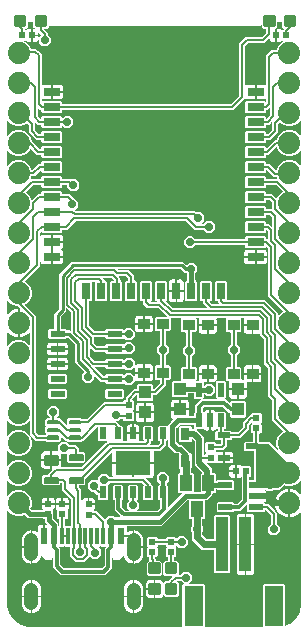
<source format=gbr>
G04 EAGLE Gerber RS-274X export*
G75*
%MOMM*%
%FSLAX34Y34*%
%LPD*%
%INTop Copper*%
%IPPOS*%
%AMOC8*
5,1,8,0,0,1.08239X$1,22.5*%
G01*
%ADD10R,0.550000X1.200000*%
%ADD11R,1.000000X4.600000*%
%ADD12R,1.600000X3.400000*%
%ADD13R,1.000000X0.900000*%
%ADD14C,0.300000*%
%ADD15R,0.540000X0.600000*%
%ADD16R,1.000000X1.100000*%
%ADD17R,0.600000X0.540000*%
%ADD18R,0.600000X1.450000*%
%ADD19R,0.300000X1.450000*%
%ADD20C,1.158000*%
%ADD21C,0.200000*%
%ADD22R,1.422400X0.711200*%
%ADD23R,0.711200X1.422400*%
%ADD24C,1.879600*%
%ADD25C,0.247500*%
%ADD26C,0.147500*%
%ADD27R,0.800000X1.000000*%
%ADD28R,1.000000X1.400000*%
%ADD29R,1.200000X0.550000*%
%ADD30R,1.270000X0.508000*%
%ADD31R,1.117600X0.482600*%
%ADD32R,0.500000X1.000000*%
%ADD33R,3.000000X2.000000*%
%ADD34C,0.304800*%
%ADD35C,0.706400*%
%ADD36C,0.508000*%
%ADD37C,0.609600*%
%ADD38C,0.406400*%
%ADD39C,0.076200*%
%ADD40C,0.254000*%
%ADD41C,0.320000*%

G36*
X32621Y164042D02*
X32621Y164042D01*
X32696Y164055D01*
X32706Y164062D01*
X32715Y164064D01*
X32744Y164088D01*
X32816Y164136D01*
X33161Y164481D01*
X33187Y164524D01*
X33222Y164562D01*
X33233Y164597D01*
X33252Y164628D01*
X33257Y164679D01*
X33271Y164728D01*
X33265Y164764D01*
X33269Y164801D01*
X33250Y164849D01*
X33242Y164899D01*
X33218Y164934D01*
X33207Y164963D01*
X33184Y164984D01*
X33161Y165019D01*
X32225Y165954D01*
X32225Y170046D01*
X33161Y170981D01*
X33187Y171024D01*
X33222Y171062D01*
X33233Y171097D01*
X33252Y171128D01*
X33257Y171179D01*
X33271Y171228D01*
X33265Y171264D01*
X33269Y171301D01*
X33250Y171348D01*
X33242Y171399D01*
X33218Y171434D01*
X33207Y171463D01*
X33184Y171484D01*
X33161Y171519D01*
X32225Y172454D01*
X32225Y176546D01*
X33704Y178025D01*
X36156Y178025D01*
X36181Y178031D01*
X36207Y178028D01*
X36265Y178050D01*
X36325Y178064D01*
X36345Y178081D01*
X36369Y178090D01*
X36411Y178135D01*
X36458Y178174D01*
X36469Y178198D01*
X36486Y178217D01*
X36504Y178276D01*
X36529Y178333D01*
X36528Y178358D01*
X36536Y178383D01*
X36525Y178444D01*
X36523Y178506D01*
X36510Y178528D01*
X36506Y178554D01*
X36458Y178625D01*
X36440Y178658D01*
X36432Y178664D01*
X36425Y178674D01*
X34313Y180785D01*
X34313Y184975D01*
X37275Y187937D01*
X41465Y187937D01*
X44427Y184975D01*
X44427Y180785D01*
X42315Y178674D01*
X42302Y178652D01*
X42282Y178636D01*
X42256Y178579D01*
X42224Y178527D01*
X42221Y178501D01*
X42211Y178477D01*
X42213Y178416D01*
X42207Y178354D01*
X42216Y178330D01*
X42217Y178304D01*
X42247Y178250D01*
X42269Y178192D01*
X42288Y178175D01*
X42300Y178152D01*
X42351Y178117D01*
X42396Y178075D01*
X42421Y178067D01*
X42442Y178052D01*
X42526Y178036D01*
X42562Y178025D01*
X42572Y178027D01*
X42584Y178025D01*
X44696Y178025D01*
X46177Y176544D01*
X46192Y176479D01*
X46205Y176405D01*
X46212Y176394D01*
X46214Y176385D01*
X46238Y176356D01*
X46286Y176284D01*
X49976Y172594D01*
X49998Y172581D01*
X50014Y172561D01*
X50071Y172536D01*
X50123Y172503D01*
X50149Y172501D01*
X50173Y172490D01*
X50234Y172492D01*
X50296Y172486D01*
X50320Y172496D01*
X50346Y172497D01*
X50400Y172526D01*
X50458Y172548D01*
X50475Y172567D01*
X50498Y172579D01*
X50533Y172630D01*
X50575Y172675D01*
X50583Y172700D01*
X50598Y172721D01*
X50614Y172806D01*
X50625Y172841D01*
X50623Y172851D01*
X50625Y172863D01*
X50625Y176546D01*
X52104Y178025D01*
X63096Y178025D01*
X63984Y177136D01*
X64049Y177096D01*
X64111Y177052D01*
X64123Y177050D01*
X64132Y177045D01*
X64169Y177041D01*
X64253Y177025D01*
X67867Y177025D01*
X67941Y177042D01*
X68015Y177055D01*
X68026Y177062D01*
X68035Y177064D01*
X68064Y177088D01*
X68136Y177136D01*
X82194Y191195D01*
X98095Y191195D01*
X98145Y191206D01*
X98196Y191208D01*
X98228Y191226D01*
X98264Y191234D01*
X98303Y191267D01*
X98348Y191291D01*
X98369Y191321D01*
X98397Y191344D01*
X98418Y191391D01*
X98448Y191433D01*
X98456Y191475D01*
X98468Y191503D01*
X98467Y191533D01*
X98475Y191575D01*
X98475Y192002D01*
X99368Y192895D01*
X100095Y192895D01*
X100145Y192906D01*
X100196Y192908D01*
X100228Y192926D01*
X100264Y192934D01*
X100303Y192967D01*
X100348Y192991D01*
X100369Y193021D01*
X100397Y193044D01*
X100418Y193091D01*
X100448Y193133D01*
X100456Y193175D01*
X100468Y193203D01*
X100467Y193233D01*
X100475Y193275D01*
X100475Y195126D01*
X107724Y202375D01*
X110095Y202375D01*
X110145Y202386D01*
X110196Y202388D01*
X110228Y202406D01*
X110264Y202414D01*
X110303Y202447D01*
X110348Y202471D01*
X110369Y202501D01*
X110397Y202524D01*
X110418Y202571D01*
X110448Y202613D01*
X110456Y202655D01*
X110468Y202683D01*
X110467Y202713D01*
X110475Y202755D01*
X110475Y205982D01*
X111368Y206875D01*
X122632Y206875D01*
X123525Y205982D01*
X123525Y202985D01*
X123536Y202935D01*
X123538Y202884D01*
X123556Y202852D01*
X123564Y202816D01*
X123597Y202777D01*
X123621Y202732D01*
X123651Y202711D01*
X123674Y202683D01*
X123721Y202662D01*
X123763Y202632D01*
X123805Y202624D01*
X123833Y202612D01*
X123863Y202613D01*
X123905Y202605D01*
X124257Y202605D01*
X124331Y202622D01*
X124405Y202635D01*
X124416Y202642D01*
X124425Y202644D01*
X124454Y202668D01*
X124526Y202716D01*
X129364Y207554D01*
X129393Y207602D01*
X129397Y207605D01*
X129403Y207617D01*
X129404Y207619D01*
X129448Y207681D01*
X129450Y207693D01*
X129455Y207702D01*
X129459Y207739D01*
X129460Y207745D01*
X129468Y207763D01*
X129468Y207783D01*
X129475Y207823D01*
X129475Y210095D01*
X129464Y210145D01*
X129462Y210196D01*
X129444Y210228D01*
X129436Y210264D01*
X129403Y210303D01*
X129379Y210348D01*
X129349Y210369D01*
X129326Y210397D01*
X129279Y210418D01*
X129237Y210448D01*
X129195Y210456D01*
X129167Y210468D01*
X129137Y210467D01*
X129095Y210475D01*
X126368Y210475D01*
X125475Y211368D01*
X125475Y221632D01*
X126368Y222525D01*
X129095Y222525D01*
X129145Y222536D01*
X129196Y222538D01*
X129228Y222556D01*
X129264Y222564D01*
X129303Y222597D01*
X129348Y222621D01*
X129369Y222651D01*
X129397Y222674D01*
X129418Y222721D01*
X129448Y222763D01*
X129456Y222805D01*
X129468Y222833D01*
X129467Y222863D01*
X129475Y222905D01*
X129475Y231216D01*
X129458Y231290D01*
X129445Y231365D01*
X129438Y231375D01*
X129436Y231385D01*
X129412Y231413D01*
X129364Y231485D01*
X126943Y233905D01*
X126943Y238095D01*
X129364Y240515D01*
X129404Y240580D01*
X129448Y240642D01*
X129450Y240654D01*
X129455Y240662D01*
X129459Y240699D01*
X129475Y240784D01*
X129475Y251095D01*
X129464Y251145D01*
X129462Y251196D01*
X129444Y251228D01*
X129436Y251264D01*
X129403Y251303D01*
X129379Y251348D01*
X129349Y251369D01*
X129326Y251397D01*
X129279Y251418D01*
X129237Y251448D01*
X129195Y251456D01*
X129167Y251468D01*
X129137Y251467D01*
X129095Y251475D01*
X126368Y251475D01*
X125475Y252368D01*
X125475Y262632D01*
X126368Y263525D01*
X135003Y263525D01*
X135028Y263531D01*
X135054Y263528D01*
X135112Y263550D01*
X135172Y263564D01*
X135192Y263581D01*
X135216Y263590D01*
X135258Y263635D01*
X135305Y263674D01*
X135316Y263698D01*
X135333Y263717D01*
X135351Y263776D01*
X135376Y263833D01*
X135375Y263858D01*
X135383Y263883D01*
X135372Y263944D01*
X135370Y264006D01*
X135357Y264028D01*
X135353Y264054D01*
X135305Y264125D01*
X135287Y264158D01*
X135279Y264164D01*
X135272Y264174D01*
X128082Y271364D01*
X128017Y271404D01*
X127955Y271448D01*
X127943Y271450D01*
X127935Y271455D01*
X127898Y271459D01*
X127813Y271475D01*
X118954Y271475D01*
X115583Y274847D01*
X115583Y276763D01*
X115571Y276813D01*
X115569Y276864D01*
X115552Y276896D01*
X115543Y276932D01*
X115511Y276971D01*
X115486Y277016D01*
X115456Y277037D01*
X115433Y277066D01*
X115386Y277087D01*
X115345Y277116D01*
X115303Y277124D01*
X115275Y277137D01*
X115244Y277135D01*
X115202Y277144D01*
X113920Y277144D01*
X113027Y278037D01*
X113027Y293524D01*
X113920Y294417D01*
X122295Y294417D01*
X123188Y293524D01*
X123188Y278037D01*
X122325Y277174D01*
X122312Y277152D01*
X122292Y277136D01*
X122266Y277079D01*
X122234Y277027D01*
X122231Y277001D01*
X122221Y276977D01*
X122223Y276916D01*
X122217Y276854D01*
X122226Y276830D01*
X122227Y276804D01*
X122257Y276750D01*
X122279Y276692D01*
X122298Y276675D01*
X122310Y276652D01*
X122361Y276617D01*
X122406Y276575D01*
X122431Y276567D01*
X122452Y276552D01*
X122536Y276536D01*
X122572Y276525D01*
X122582Y276527D01*
X122594Y276525D01*
X126321Y276525D01*
X126346Y276531D01*
X126371Y276528D01*
X126429Y276550D01*
X126489Y276564D01*
X126509Y276581D01*
X126533Y276590D01*
X126575Y276635D01*
X126623Y276674D01*
X126634Y276698D01*
X126651Y276717D01*
X126669Y276776D01*
X126694Y276833D01*
X126693Y276858D01*
X126700Y276883D01*
X126690Y276944D01*
X126687Y277006D01*
X126675Y277028D01*
X126671Y277054D01*
X126622Y277125D01*
X126605Y277158D01*
X126596Y277164D01*
X126590Y277174D01*
X125727Y278037D01*
X125727Y293524D01*
X126620Y294417D01*
X134995Y294417D01*
X135888Y293524D01*
X135888Y278037D01*
X134980Y277128D01*
X134953Y277085D01*
X134918Y277048D01*
X134908Y277012D01*
X134888Y276981D01*
X134884Y276930D01*
X134869Y276882D01*
X134875Y276845D01*
X134872Y276809D01*
X134890Y276761D01*
X134899Y276711D01*
X134923Y276675D01*
X134933Y276647D01*
X134956Y276626D01*
X134980Y276591D01*
X140458Y271112D01*
X140523Y271072D01*
X140585Y271028D01*
X140597Y271026D01*
X140606Y271021D01*
X140643Y271017D01*
X140727Y271001D01*
X169511Y271001D01*
X169536Y271007D01*
X169562Y271004D01*
X169619Y271026D01*
X169679Y271040D01*
X169699Y271057D01*
X169723Y271066D01*
X169765Y271111D01*
X169813Y271150D01*
X169824Y271174D01*
X169841Y271193D01*
X169859Y271252D01*
X169884Y271309D01*
X169883Y271334D01*
X169890Y271359D01*
X169880Y271420D01*
X169877Y271482D01*
X169865Y271504D01*
X169861Y271530D01*
X169812Y271601D01*
X169795Y271634D01*
X169787Y271640D01*
X169780Y271650D01*
X166383Y275047D01*
X166383Y276763D01*
X166371Y276813D01*
X166369Y276864D01*
X166352Y276896D01*
X166343Y276932D01*
X166311Y276971D01*
X166286Y277016D01*
X166256Y277037D01*
X166233Y277066D01*
X166186Y277087D01*
X166145Y277116D01*
X166103Y277124D01*
X166075Y277137D01*
X166044Y277135D01*
X166002Y277144D01*
X164720Y277144D01*
X163827Y278037D01*
X163827Y293524D01*
X164720Y294417D01*
X173095Y294417D01*
X173988Y293524D01*
X173988Y278037D01*
X173095Y277144D01*
X172345Y277144D01*
X172320Y277138D01*
X172294Y277140D01*
X172236Y277118D01*
X172176Y277104D01*
X172156Y277088D01*
X172132Y277079D01*
X172090Y277033D01*
X172043Y276994D01*
X172032Y276970D01*
X172014Y276951D01*
X171997Y276892D01*
X171972Y276836D01*
X171973Y276810D01*
X171965Y276785D01*
X171976Y276724D01*
X171978Y276663D01*
X171991Y276640D01*
X171995Y276615D01*
X172043Y276543D01*
X172061Y276510D01*
X172069Y276505D01*
X172076Y276494D01*
X173934Y274636D01*
X173999Y274596D01*
X174061Y274552D01*
X174073Y274550D01*
X174082Y274545D01*
X174119Y274541D01*
X174203Y274525D01*
X179511Y274525D01*
X179536Y274531D01*
X179562Y274528D01*
X179619Y274550D01*
X179679Y274564D01*
X179699Y274581D01*
X179723Y274590D01*
X179765Y274635D01*
X179813Y274674D01*
X179824Y274698D01*
X179841Y274717D01*
X179859Y274776D01*
X179884Y274833D01*
X179883Y274858D01*
X179890Y274883D01*
X179880Y274944D01*
X179877Y275006D01*
X179865Y275028D01*
X179861Y275054D01*
X179812Y275125D01*
X179795Y275158D01*
X179787Y275164D01*
X179780Y275174D01*
X178856Y276097D01*
X178856Y276746D01*
X178844Y276795D01*
X178842Y276846D01*
X178825Y276878D01*
X178817Y276914D01*
X178784Y276954D01*
X178760Y276998D01*
X178730Y277020D01*
X178706Y277048D01*
X178660Y277069D01*
X178618Y277098D01*
X178576Y277106D01*
X178548Y277119D01*
X178518Y277118D01*
X178476Y277126D01*
X177193Y277126D01*
X176300Y278019D01*
X176300Y293506D01*
X177193Y294399D01*
X185568Y294399D01*
X186461Y293506D01*
X186461Y278429D01*
X186473Y278379D01*
X186475Y278328D01*
X186493Y278296D01*
X186501Y278260D01*
X186533Y278221D01*
X186558Y278176D01*
X186588Y278155D01*
X186611Y278127D01*
X186658Y278106D01*
X186699Y278076D01*
X186741Y278068D01*
X186769Y278056D01*
X186800Y278057D01*
X186842Y278049D01*
X218478Y278049D01*
X229603Y266924D01*
X229603Y265368D01*
X229609Y265343D01*
X229606Y265317D01*
X229628Y265259D01*
X229642Y265199D01*
X229659Y265179D01*
X229668Y265155D01*
X229713Y265113D01*
X229752Y265065D01*
X229776Y265055D01*
X229795Y265037D01*
X229854Y265020D01*
X229911Y264995D01*
X229936Y264995D01*
X229961Y264988D01*
X230022Y264999D01*
X230084Y265001D01*
X230106Y265013D01*
X230132Y265018D01*
X230203Y265066D01*
X230236Y265084D01*
X230242Y265092D01*
X230252Y265099D01*
X232813Y267660D01*
X233628Y267998D01*
X233659Y268020D01*
X233695Y268034D01*
X233729Y268070D01*
X233769Y268099D01*
X233787Y268133D01*
X233813Y268161D01*
X233827Y268208D01*
X233850Y268252D01*
X233851Y268290D01*
X233862Y268327D01*
X233854Y268376D01*
X233855Y268425D01*
X233839Y268460D01*
X233833Y268498D01*
X233799Y268548D01*
X233783Y268582D01*
X233767Y268595D01*
X233751Y268618D01*
X221029Y281340D01*
X221029Y321797D01*
X221012Y321871D01*
X220999Y321945D01*
X220992Y321956D01*
X220990Y321965D01*
X220966Y321994D01*
X220918Y322066D01*
X219874Y323110D01*
X219852Y323123D01*
X219835Y323143D01*
X219779Y323169D01*
X219727Y323201D01*
X219701Y323204D01*
X219677Y323214D01*
X219616Y323212D01*
X219554Y323218D01*
X219530Y323209D01*
X219504Y323208D01*
X219450Y323178D01*
X219392Y323156D01*
X219375Y323137D01*
X219352Y323125D01*
X219322Y323083D01*
X218331Y322092D01*
X202844Y322092D01*
X201951Y322985D01*
X201951Y324268D01*
X201939Y324317D01*
X201938Y324368D01*
X201920Y324401D01*
X201912Y324436D01*
X201879Y324476D01*
X201855Y324520D01*
X201825Y324542D01*
X201801Y324570D01*
X201755Y324591D01*
X201713Y324620D01*
X201671Y324628D01*
X201643Y324641D01*
X201613Y324640D01*
X201571Y324648D01*
X159957Y324648D01*
X159883Y324631D01*
X159808Y324618D01*
X159798Y324611D01*
X159788Y324608D01*
X159759Y324585D01*
X159688Y324536D01*
X157095Y321943D01*
X152905Y321943D01*
X149943Y324905D01*
X149943Y329095D01*
X152905Y332057D01*
X157095Y332057D01*
X159343Y329809D01*
X159407Y329769D01*
X159469Y329725D01*
X159481Y329723D01*
X159490Y329717D01*
X159527Y329714D01*
X159612Y329697D01*
X201571Y329697D01*
X201621Y329709D01*
X201672Y329711D01*
X201704Y329728D01*
X201740Y329737D01*
X201779Y329769D01*
X201824Y329794D01*
X201845Y329824D01*
X201873Y329847D01*
X201894Y329894D01*
X201923Y329935D01*
X201932Y329977D01*
X201944Y330005D01*
X201943Y330036D01*
X201951Y330078D01*
X201951Y331360D01*
X202844Y332253D01*
X218331Y332253D01*
X219225Y331360D01*
X219225Y330078D01*
X219236Y330028D01*
X219238Y329977D01*
X219256Y329945D01*
X219264Y329909D01*
X219297Y329869D01*
X219321Y329825D01*
X219351Y329804D01*
X219374Y329775D01*
X219421Y329754D01*
X219463Y329725D01*
X219504Y329717D01*
X219532Y329704D01*
X219563Y329705D01*
X219605Y329697D01*
X220449Y329697D01*
X220475Y329686D01*
X220527Y329653D01*
X220553Y329651D01*
X220577Y329640D01*
X220638Y329642D01*
X220700Y329636D01*
X220724Y329646D01*
X220750Y329647D01*
X220804Y329676D01*
X220862Y329698D01*
X220879Y329717D01*
X220902Y329729D01*
X220937Y329780D01*
X220979Y329825D01*
X220987Y329850D01*
X221002Y329871D01*
X221018Y329955D01*
X221029Y329991D01*
X221027Y330001D01*
X221029Y330013D01*
X221029Y335797D01*
X221012Y335871D01*
X220999Y335945D01*
X220992Y335956D01*
X220990Y335965D01*
X220966Y335994D01*
X220918Y336066D01*
X219874Y337110D01*
X219852Y337123D01*
X219835Y337143D01*
X219779Y337169D01*
X219727Y337201D01*
X219701Y337204D01*
X219677Y337214D01*
X219616Y337212D01*
X219554Y337218D01*
X219530Y337209D01*
X219504Y337208D01*
X219450Y337178D01*
X219392Y337156D01*
X219375Y337137D01*
X219352Y337125D01*
X219316Y337074D01*
X219274Y337029D01*
X219267Y337004D01*
X219252Y336983D01*
X219236Y336899D01*
X219225Y336863D01*
X219227Y336853D01*
X219225Y336841D01*
X219225Y335685D01*
X218331Y334792D01*
X202844Y334792D01*
X201951Y335685D01*
X201951Y344060D01*
X202844Y344953D01*
X218331Y344953D01*
X219225Y344060D01*
X219225Y342778D01*
X219236Y342728D01*
X219238Y342677D01*
X219256Y342645D01*
X219264Y342609D01*
X219297Y342569D01*
X219321Y342525D01*
X219351Y342504D01*
X219374Y342475D01*
X219421Y342454D01*
X219463Y342425D01*
X219504Y342417D01*
X219532Y342404D01*
X219563Y342405D01*
X219605Y342397D01*
X221727Y342397D01*
X223904Y340220D01*
X223926Y340207D01*
X223942Y340187D01*
X223999Y340162D01*
X224051Y340129D01*
X224077Y340127D01*
X224101Y340116D01*
X224162Y340118D01*
X224224Y340112D01*
X224248Y340122D01*
X224274Y340123D01*
X224328Y340152D01*
X224386Y340174D01*
X224403Y340193D01*
X224426Y340205D01*
X224461Y340256D01*
X224503Y340301D01*
X224511Y340326D01*
X224526Y340347D01*
X224542Y340432D01*
X224553Y340467D01*
X224551Y340477D01*
X224553Y340489D01*
X224553Y347719D01*
X224536Y347793D01*
X224523Y347867D01*
X224516Y347878D01*
X224514Y347887D01*
X224490Y347916D01*
X224442Y347988D01*
X222493Y349936D01*
X222428Y349977D01*
X222366Y350020D01*
X222354Y350023D01*
X222346Y350028D01*
X222309Y350031D01*
X222224Y350048D01*
X219605Y350048D01*
X219555Y350036D01*
X219504Y350034D01*
X219472Y350017D01*
X219436Y350008D01*
X219397Y349976D01*
X219352Y349952D01*
X219331Y349922D01*
X219302Y349898D01*
X219282Y349852D01*
X219252Y349810D01*
X219244Y349768D01*
X219232Y349740D01*
X219233Y349709D01*
X219225Y349668D01*
X219225Y348385D01*
X218331Y347492D01*
X202844Y347492D01*
X201951Y348385D01*
X201951Y356760D01*
X202844Y357653D01*
X218331Y357653D01*
X219225Y356760D01*
X219225Y355478D01*
X219236Y355428D01*
X219238Y355377D01*
X219256Y355345D01*
X219264Y355309D01*
X219297Y355269D01*
X219321Y355225D01*
X219351Y355204D01*
X219374Y355175D01*
X219421Y355154D01*
X219463Y355125D01*
X219504Y355117D01*
X219532Y355104D01*
X219563Y355105D01*
X219605Y355097D01*
X224173Y355097D01*
X224223Y355109D01*
X224274Y355111D01*
X224306Y355128D01*
X224342Y355137D01*
X224381Y355169D01*
X224426Y355194D01*
X224447Y355224D01*
X224475Y355247D01*
X224496Y355294D01*
X224526Y355335D01*
X224534Y355377D01*
X224546Y355405D01*
X224545Y355436D01*
X224553Y355478D01*
X224553Y360797D01*
X224536Y360871D01*
X224523Y360945D01*
X224516Y360956D01*
X224514Y360965D01*
X224490Y360994D01*
X224442Y361066D01*
X222871Y362636D01*
X222806Y362677D01*
X222744Y362720D01*
X222732Y362723D01*
X222724Y362728D01*
X222687Y362731D01*
X222602Y362748D01*
X219605Y362748D01*
X219555Y362736D01*
X219504Y362734D01*
X219472Y362717D01*
X219436Y362708D01*
X219397Y362676D01*
X219352Y362652D01*
X219331Y362622D01*
X219302Y362598D01*
X219282Y362552D01*
X219252Y362510D01*
X219244Y362468D01*
X219232Y362440D01*
X219233Y362409D01*
X219225Y362368D01*
X219225Y361085D01*
X218331Y360192D01*
X202844Y360192D01*
X201951Y361085D01*
X201951Y369460D01*
X202844Y370353D01*
X218331Y370353D01*
X219225Y369460D01*
X219225Y368178D01*
X219236Y368128D01*
X219238Y368077D01*
X219256Y368045D01*
X219264Y368009D01*
X219297Y367969D01*
X219321Y367925D01*
X219351Y367904D01*
X219374Y367875D01*
X219421Y367854D01*
X219463Y367825D01*
X219504Y367817D01*
X219532Y367804D01*
X219563Y367805D01*
X219605Y367797D01*
X224851Y367797D01*
X228012Y364636D01*
X228377Y364271D01*
X228410Y364251D01*
X228436Y364223D01*
X228483Y364206D01*
X228525Y364180D01*
X228563Y364176D01*
X228599Y364163D01*
X228648Y364168D01*
X228697Y364163D01*
X228733Y364177D01*
X228771Y364181D01*
X228813Y364207D01*
X228859Y364225D01*
X228885Y364253D01*
X228918Y364274D01*
X228951Y364324D01*
X228977Y364352D01*
X228983Y364372D01*
X228998Y364394D01*
X229740Y366187D01*
X232813Y369260D01*
X233246Y369439D01*
X233278Y369462D01*
X233314Y369476D01*
X233347Y369512D01*
X233387Y369541D01*
X233405Y369575D01*
X233431Y369603D01*
X233445Y369650D01*
X233469Y369694D01*
X233470Y369732D01*
X233481Y369769D01*
X233472Y369817D01*
X233474Y369867D01*
X233457Y369902D01*
X233451Y369940D01*
X233417Y369990D01*
X233401Y370024D01*
X233385Y370037D01*
X233370Y370060D01*
X228093Y375336D01*
X228028Y375377D01*
X227966Y375420D01*
X227954Y375423D01*
X227946Y375428D01*
X227909Y375431D01*
X227824Y375448D01*
X219605Y375448D01*
X219555Y375436D01*
X219504Y375434D01*
X219472Y375417D01*
X219436Y375408D01*
X219397Y375376D01*
X219352Y375352D01*
X219331Y375322D01*
X219302Y375298D01*
X219282Y375252D01*
X219252Y375210D01*
X219244Y375168D01*
X219232Y375140D01*
X219233Y375109D01*
X219225Y375068D01*
X219225Y373785D01*
X218331Y372892D01*
X202844Y372892D01*
X201951Y373785D01*
X201951Y382160D01*
X202844Y383053D01*
X218331Y383053D01*
X219225Y382160D01*
X219225Y380878D01*
X219236Y380828D01*
X219238Y380777D01*
X219256Y380745D01*
X219264Y380709D01*
X219297Y380669D01*
X219321Y380625D01*
X219351Y380604D01*
X219374Y380575D01*
X219421Y380554D01*
X219463Y380525D01*
X219504Y380517D01*
X219532Y380504D01*
X219563Y380505D01*
X219605Y380497D01*
X228639Y380497D01*
X228676Y380506D01*
X228715Y380505D01*
X228760Y380526D01*
X228808Y380537D01*
X228837Y380561D01*
X228872Y380577D01*
X228903Y380616D01*
X228941Y380647D01*
X228957Y380682D01*
X228981Y380712D01*
X228992Y380760D01*
X229012Y380805D01*
X229011Y380844D01*
X229019Y380881D01*
X229007Y380940D01*
X229006Y380978D01*
X228996Y380997D01*
X228990Y381023D01*
X228486Y382241D01*
X228449Y382292D01*
X228419Y382348D01*
X228399Y382362D01*
X228385Y382381D01*
X228329Y382411D01*
X228277Y382448D01*
X228250Y382453D01*
X228232Y382463D01*
X228194Y382464D01*
X228135Y382475D01*
X225954Y382475D01*
X220393Y388036D01*
X220328Y388077D01*
X220266Y388120D01*
X220254Y388123D01*
X220246Y388128D01*
X220209Y388131D01*
X220124Y388148D01*
X219605Y388148D01*
X219555Y388136D01*
X219504Y388134D01*
X219472Y388117D01*
X219436Y388108D01*
X219397Y388076D01*
X219352Y388052D01*
X219331Y388022D01*
X219302Y387998D01*
X219282Y387952D01*
X219252Y387910D01*
X219244Y387868D01*
X219232Y387840D01*
X219233Y387809D01*
X219225Y387768D01*
X219225Y386485D01*
X218331Y385592D01*
X202844Y385592D01*
X201951Y386485D01*
X201951Y394860D01*
X202844Y395753D01*
X218331Y395753D01*
X219225Y394860D01*
X219225Y393578D01*
X219236Y393528D01*
X219238Y393477D01*
X219256Y393445D01*
X219264Y393409D01*
X219297Y393369D01*
X219321Y393325D01*
X219351Y393304D01*
X219374Y393275D01*
X219421Y393254D01*
X219463Y393225D01*
X219504Y393217D01*
X219532Y393204D01*
X219563Y393205D01*
X219605Y393197D01*
X222373Y393197D01*
X227652Y387919D01*
X227684Y387899D01*
X227711Y387871D01*
X227757Y387854D01*
X227799Y387828D01*
X227837Y387824D01*
X227873Y387811D01*
X227922Y387816D01*
X227971Y387811D01*
X228007Y387825D01*
X228045Y387829D01*
X228087Y387855D01*
X228133Y387873D01*
X228159Y387901D01*
X228192Y387921D01*
X228225Y387972D01*
X228251Y388000D01*
X228257Y388020D01*
X228272Y388042D01*
X229740Y391587D01*
X232813Y394660D01*
X236827Y396323D01*
X241173Y396323D01*
X245187Y394660D01*
X247969Y391878D01*
X247991Y391864D01*
X248007Y391844D01*
X248064Y391819D01*
X248116Y391787D01*
X248142Y391784D01*
X248166Y391774D01*
X248227Y391776D01*
X248289Y391770D01*
X248313Y391779D01*
X248339Y391780D01*
X248393Y391810D01*
X248451Y391832D01*
X248468Y391851D01*
X248491Y391863D01*
X248526Y391913D01*
X248568Y391959D01*
X248576Y391983D01*
X248591Y392005D01*
X248607Y392089D01*
X248618Y392125D01*
X248616Y392135D01*
X248618Y392147D01*
X248618Y404053D01*
X248612Y404078D01*
X248615Y404104D01*
X248605Y404129D01*
X248605Y404145D01*
X248591Y404171D01*
X248579Y404222D01*
X248562Y404242D01*
X248553Y404266D01*
X248525Y404292D01*
X248522Y404298D01*
X248509Y404307D01*
X248508Y404308D01*
X248469Y404356D01*
X248445Y404366D01*
X248426Y404384D01*
X248381Y404397D01*
X248380Y404397D01*
X248378Y404398D01*
X248367Y404401D01*
X248310Y404426D01*
X248285Y404426D01*
X248260Y404433D01*
X248199Y404422D01*
X248137Y404420D01*
X248115Y404408D01*
X248089Y404403D01*
X248064Y404386D01*
X248061Y404386D01*
X248050Y404377D01*
X248018Y404355D01*
X247985Y404337D01*
X247979Y404329D01*
X247969Y404322D01*
X245187Y401540D01*
X241173Y399877D01*
X236827Y399877D01*
X232813Y401540D01*
X229740Y404613D01*
X228623Y407309D01*
X228601Y407340D01*
X228587Y407376D01*
X228551Y407410D01*
X228522Y407450D01*
X228488Y407468D01*
X228460Y407494D01*
X228413Y407508D01*
X228369Y407531D01*
X228331Y407532D01*
X228294Y407543D01*
X228245Y407535D01*
X228196Y407536D01*
X228161Y407520D01*
X228123Y407514D01*
X228073Y407480D01*
X228039Y407464D01*
X228025Y407448D01*
X228003Y407433D01*
X221418Y400848D01*
X219605Y400848D01*
X219555Y400836D01*
X219504Y400834D01*
X219472Y400817D01*
X219436Y400808D01*
X219397Y400776D01*
X219352Y400752D01*
X219331Y400722D01*
X219302Y400698D01*
X219282Y400652D01*
X219252Y400610D01*
X219244Y400568D01*
X219232Y400540D01*
X219233Y400509D01*
X219225Y400468D01*
X219225Y399185D01*
X218331Y398292D01*
X202844Y398292D01*
X201951Y399185D01*
X201951Y407560D01*
X202844Y408453D01*
X218331Y408453D01*
X219225Y407560D01*
X219225Y406713D01*
X219230Y406688D01*
X219228Y406662D01*
X219250Y406605D01*
X219264Y406544D01*
X219280Y406524D01*
X219290Y406500D01*
X219335Y406458D01*
X219374Y406411D01*
X219398Y406400D01*
X219417Y406383D01*
X219476Y406365D01*
X219532Y406340D01*
X219558Y406341D01*
X219583Y406333D01*
X219644Y406344D01*
X219706Y406346D01*
X219728Y406359D01*
X219754Y406363D01*
X219825Y406411D01*
X219858Y406429D01*
X219863Y406437D01*
X219874Y406444D01*
X226754Y413325D01*
X227969Y413325D01*
X228031Y413339D01*
X228094Y413346D01*
X228114Y413359D01*
X228138Y413364D01*
X228187Y413405D01*
X228240Y413439D01*
X228255Y413461D01*
X228271Y413474D01*
X228287Y413509D01*
X228320Y413559D01*
X229740Y416987D01*
X232813Y420060D01*
X236827Y421723D01*
X241173Y421723D01*
X245187Y420060D01*
X247969Y417278D01*
X247991Y417264D01*
X248007Y417244D01*
X248064Y417219D01*
X248116Y417187D01*
X248142Y417184D01*
X248166Y417174D01*
X248227Y417176D01*
X248289Y417170D01*
X248313Y417179D01*
X248339Y417180D01*
X248393Y417210D01*
X248451Y417232D01*
X248468Y417251D01*
X248491Y417263D01*
X248526Y417313D01*
X248568Y417359D01*
X248576Y417383D01*
X248591Y417405D01*
X248607Y417489D01*
X248618Y417525D01*
X248616Y417535D01*
X248618Y417547D01*
X248618Y429453D01*
X248612Y429478D01*
X248615Y429504D01*
X248593Y429562D01*
X248579Y429622D01*
X248562Y429642D01*
X248553Y429666D01*
X248508Y429708D01*
X248469Y429756D01*
X248445Y429766D01*
X248426Y429784D01*
X248367Y429801D01*
X248310Y429826D01*
X248285Y429826D01*
X248260Y429833D01*
X248199Y429822D01*
X248137Y429820D01*
X248115Y429808D01*
X248089Y429803D01*
X248018Y429755D01*
X247985Y429737D01*
X247979Y429729D01*
X247969Y429722D01*
X245187Y426940D01*
X241173Y425277D01*
X236827Y425277D01*
X232813Y426940D01*
X231431Y428322D01*
X231387Y428349D01*
X231350Y428384D01*
X231315Y428394D01*
X231283Y428414D01*
X231233Y428419D01*
X231184Y428433D01*
X231147Y428427D01*
X231111Y428430D01*
X231063Y428412D01*
X231013Y428403D01*
X230978Y428380D01*
X230949Y428369D01*
X230928Y428346D01*
X230893Y428322D01*
X229636Y427066D01*
X229596Y427001D01*
X229552Y426939D01*
X229550Y426927D01*
X229545Y426918D01*
X229541Y426881D01*
X229525Y426797D01*
X229525Y419954D01*
X223118Y413548D01*
X219605Y413548D01*
X219555Y413536D01*
X219504Y413534D01*
X219472Y413517D01*
X219436Y413508D01*
X219397Y413476D01*
X219352Y413452D01*
X219331Y413422D01*
X219302Y413398D01*
X219282Y413352D01*
X219252Y413310D01*
X219244Y413268D01*
X219232Y413240D01*
X219233Y413209D01*
X219225Y413168D01*
X219225Y411885D01*
X218331Y410992D01*
X202844Y410992D01*
X201951Y411885D01*
X201951Y420260D01*
X202844Y421153D01*
X218331Y421153D01*
X219225Y420260D01*
X219225Y418978D01*
X219236Y418928D01*
X219238Y418877D01*
X219256Y418845D01*
X219264Y418809D01*
X219297Y418769D01*
X219321Y418725D01*
X219351Y418704D01*
X219374Y418675D01*
X219421Y418654D01*
X219463Y418625D01*
X219504Y418617D01*
X219532Y418604D01*
X219563Y418605D01*
X219605Y418597D01*
X220869Y418597D01*
X220943Y418615D01*
X221018Y418628D01*
X221028Y418634D01*
X221038Y418637D01*
X221067Y418661D01*
X221138Y418709D01*
X224364Y421934D01*
X224404Y421999D01*
X224448Y422061D01*
X224450Y422073D01*
X224455Y422082D01*
X224459Y422119D01*
X224475Y422203D01*
X224475Y427987D01*
X224469Y428012D01*
X224472Y428038D01*
X224450Y428095D01*
X224436Y428155D01*
X224419Y428175D01*
X224410Y428199D01*
X224365Y428241D01*
X224326Y428289D01*
X224302Y428300D01*
X224283Y428317D01*
X224224Y428335D01*
X224167Y428360D01*
X224142Y428359D01*
X224117Y428366D01*
X224056Y428356D01*
X223994Y428353D01*
X223972Y428341D01*
X223946Y428337D01*
X223875Y428288D01*
X223842Y428271D01*
X223836Y428263D01*
X223826Y428256D01*
X223409Y427838D01*
X221818Y426248D01*
X219605Y426248D01*
X219555Y426236D01*
X219504Y426234D01*
X219472Y426217D01*
X219436Y426208D01*
X219397Y426176D01*
X219352Y426152D01*
X219331Y426122D01*
X219302Y426098D01*
X219282Y426052D01*
X219252Y426010D01*
X219244Y425968D01*
X219232Y425940D01*
X219233Y425909D01*
X219225Y425868D01*
X219225Y424585D01*
X218331Y423692D01*
X202844Y423692D01*
X201951Y424585D01*
X201951Y432960D01*
X202844Y433853D01*
X218331Y433853D01*
X219225Y432960D01*
X219225Y431713D01*
X219230Y431688D01*
X219228Y431662D01*
X219250Y431605D01*
X219264Y431544D01*
X219280Y431524D01*
X219290Y431500D01*
X219335Y431458D01*
X219374Y431411D01*
X219398Y431400D01*
X219417Y431383D01*
X219476Y431365D01*
X219532Y431340D01*
X219558Y431341D01*
X219583Y431333D01*
X219644Y431344D01*
X219706Y431346D01*
X219728Y431359D01*
X219754Y431363D01*
X219825Y431411D01*
X219858Y431429D01*
X219863Y431437D01*
X219874Y431444D01*
X222888Y434458D01*
X222928Y434523D01*
X222972Y434585D01*
X222974Y434597D01*
X222979Y434606D01*
X222983Y434643D01*
X222999Y434727D01*
X222999Y440511D01*
X222993Y440536D01*
X222996Y440562D01*
X222974Y440619D01*
X222960Y440679D01*
X222943Y440699D01*
X222934Y440723D01*
X222889Y440765D01*
X222850Y440813D01*
X222826Y440824D01*
X222807Y440841D01*
X222748Y440859D01*
X222691Y440884D01*
X222666Y440883D01*
X222641Y440890D01*
X222580Y440880D01*
X222518Y440877D01*
X222496Y440865D01*
X222470Y440861D01*
X222399Y440812D01*
X222366Y440795D01*
X222360Y440787D01*
X222350Y440780D01*
X220518Y438948D01*
X219605Y438948D01*
X219555Y438936D01*
X219504Y438934D01*
X219472Y438917D01*
X219436Y438908D01*
X219397Y438876D01*
X219352Y438852D01*
X219331Y438822D01*
X219302Y438798D01*
X219282Y438752D01*
X219252Y438710D01*
X219244Y438668D01*
X219232Y438640D01*
X219233Y438609D01*
X219225Y438568D01*
X219225Y437285D01*
X218331Y436392D01*
X202844Y436392D01*
X201951Y437285D01*
X201951Y445660D01*
X202844Y446553D01*
X218331Y446553D01*
X218826Y446059D01*
X218848Y446045D01*
X218864Y446025D01*
X218921Y446000D01*
X218973Y445967D01*
X218999Y445965D01*
X219023Y445954D01*
X219084Y445956D01*
X219146Y445951D01*
X219170Y445960D01*
X219196Y445961D01*
X219250Y445990D01*
X219308Y446012D01*
X219325Y446031D01*
X219348Y446043D01*
X219383Y446094D01*
X219425Y446139D01*
X219433Y446164D01*
X219448Y446185D01*
X219464Y446270D01*
X219475Y446305D01*
X219473Y446315D01*
X219475Y446327D01*
X219475Y448049D01*
X219461Y448111D01*
X219455Y448173D01*
X219441Y448194D01*
X219436Y448218D01*
X219396Y448267D01*
X219362Y448320D01*
X219341Y448333D01*
X219326Y448352D01*
X219268Y448377D01*
X219214Y448410D01*
X219190Y448412D01*
X219167Y448423D01*
X219105Y448420D01*
X219042Y448426D01*
X219016Y448417D01*
X218994Y448416D01*
X218961Y448398D01*
X218905Y448379D01*
X218680Y448249D01*
X218034Y448076D01*
X211349Y448076D01*
X211349Y453791D01*
X211337Y453841D01*
X211335Y453892D01*
X211318Y453924D01*
X211310Y453960D01*
X211277Y454000D01*
X211253Y454044D01*
X211223Y454065D01*
X211199Y454094D01*
X211153Y454115D01*
X211111Y454144D01*
X211069Y454152D01*
X211041Y454165D01*
X211011Y454164D01*
X210969Y454172D01*
X210207Y454172D01*
X210157Y454160D01*
X210106Y454158D01*
X210074Y454141D01*
X210038Y454132D01*
X209999Y454100D01*
X209954Y454075D01*
X209933Y454045D01*
X209905Y454022D01*
X209884Y453975D01*
X209854Y453934D01*
X209846Y453892D01*
X209834Y453864D01*
X209835Y453833D01*
X209827Y453791D01*
X209827Y448076D01*
X203141Y448076D01*
X202495Y448249D01*
X201916Y448583D01*
X201804Y448695D01*
X201760Y448722D01*
X201723Y448757D01*
X201688Y448768D01*
X201657Y448787D01*
X201606Y448792D01*
X201557Y448806D01*
X201521Y448800D01*
X201484Y448803D01*
X201436Y448785D01*
X201386Y448777D01*
X201351Y448753D01*
X201322Y448742D01*
X201301Y448719D01*
X201266Y448696D01*
X199934Y447364D01*
X191647Y439077D01*
X46928Y439077D01*
X46879Y439065D01*
X46828Y439063D01*
X46795Y439046D01*
X46760Y439037D01*
X46720Y439005D01*
X46675Y438981D01*
X46654Y438951D01*
X46626Y438927D01*
X46605Y438881D01*
X46576Y438839D01*
X46568Y438797D01*
X46555Y438769D01*
X46556Y438739D01*
X46548Y438697D01*
X46548Y437414D01*
X45655Y436521D01*
X30168Y436521D01*
X29275Y437414D01*
X29275Y438697D01*
X29263Y438746D01*
X29261Y438797D01*
X29244Y438830D01*
X29235Y438865D01*
X29203Y438905D01*
X29178Y438950D01*
X29148Y438971D01*
X29125Y438999D01*
X29078Y439020D01*
X29037Y439049D01*
X28995Y439057D01*
X28967Y439070D01*
X28936Y439069D01*
X28894Y439077D01*
X28353Y439077D01*
X26650Y440780D01*
X26628Y440793D01*
X26612Y440813D01*
X26555Y440838D01*
X26503Y440871D01*
X26477Y440873D01*
X26453Y440884D01*
X26392Y440882D01*
X26330Y440888D01*
X26306Y440878D01*
X26280Y440877D01*
X26226Y440848D01*
X26168Y440826D01*
X26151Y440807D01*
X26128Y440795D01*
X26093Y440744D01*
X26051Y440699D01*
X26043Y440674D01*
X26028Y440653D01*
X26012Y440568D01*
X26001Y440533D01*
X26003Y440523D01*
X26001Y440511D01*
X26001Y433727D01*
X26018Y433653D01*
X26031Y433579D01*
X26038Y433568D01*
X26040Y433559D01*
X26064Y433530D01*
X26112Y433458D01*
X28033Y431538D01*
X28097Y431498D01*
X28159Y431454D01*
X28171Y431452D01*
X28180Y431446D01*
X28217Y431443D01*
X28302Y431426D01*
X28894Y431426D01*
X28944Y431438D01*
X28995Y431440D01*
X29027Y431458D01*
X29063Y431466D01*
X29103Y431498D01*
X29147Y431523D01*
X29168Y431553D01*
X29197Y431576D01*
X29218Y431623D01*
X29247Y431664D01*
X29255Y431706D01*
X29268Y431734D01*
X29267Y431765D01*
X29275Y431807D01*
X29275Y433089D01*
X30168Y433982D01*
X45655Y433982D01*
X46548Y433089D01*
X46548Y432617D01*
X46554Y432592D01*
X46552Y432567D01*
X46574Y432509D01*
X46588Y432449D01*
X46604Y432429D01*
X46613Y432405D01*
X46659Y432363D01*
X46698Y432315D01*
X46721Y432304D01*
X46740Y432287D01*
X46800Y432269D01*
X46856Y432244D01*
X46882Y432245D01*
X46906Y432238D01*
X46967Y432248D01*
X47029Y432251D01*
X47052Y432263D01*
X47077Y432267D01*
X47149Y432316D01*
X47181Y432333D01*
X47187Y432342D01*
X47197Y432349D01*
X48905Y434057D01*
X53095Y434057D01*
X56057Y431095D01*
X56057Y426905D01*
X53095Y423943D01*
X48905Y423943D01*
X47197Y425651D01*
X47175Y425665D01*
X47159Y425685D01*
X47103Y425710D01*
X47050Y425743D01*
X47024Y425745D01*
X47001Y425756D01*
X46939Y425754D01*
X46878Y425759D01*
X46854Y425750D01*
X46828Y425749D01*
X46773Y425720D01*
X46716Y425698D01*
X46698Y425679D01*
X46675Y425667D01*
X46640Y425616D01*
X46598Y425571D01*
X46591Y425546D01*
X46576Y425525D01*
X46559Y425440D01*
X46549Y425405D01*
X46550Y425395D01*
X46548Y425383D01*
X46548Y424714D01*
X45655Y423821D01*
X30168Y423821D01*
X29275Y424714D01*
X29275Y425997D01*
X29263Y426046D01*
X29261Y426097D01*
X29244Y426130D01*
X29235Y426165D01*
X29203Y426205D01*
X29178Y426250D01*
X29148Y426271D01*
X29125Y426299D01*
X29078Y426320D01*
X29037Y426349D01*
X28995Y426357D01*
X28967Y426370D01*
X28936Y426369D01*
X28894Y426377D01*
X26053Y426377D01*
X24174Y428256D01*
X24152Y428269D01*
X24136Y428289D01*
X24079Y428314D01*
X24027Y428347D01*
X24001Y428349D01*
X23977Y428360D01*
X23916Y428358D01*
X23854Y428364D01*
X23830Y428354D01*
X23804Y428353D01*
X23750Y428324D01*
X23692Y428302D01*
X23675Y428283D01*
X23652Y428271D01*
X23617Y428220D01*
X23575Y428175D01*
X23567Y428150D01*
X23552Y428129D01*
X23536Y428044D01*
X23525Y428009D01*
X23527Y427999D01*
X23525Y427987D01*
X23525Y422203D01*
X23542Y422129D01*
X23555Y422055D01*
X23562Y422044D01*
X23564Y422035D01*
X23588Y422006D01*
X23636Y421934D01*
X26733Y418838D01*
X26797Y418798D01*
X26859Y418754D01*
X26871Y418752D01*
X26880Y418746D01*
X26917Y418743D01*
X27002Y418726D01*
X28894Y418726D01*
X28944Y418738D01*
X28995Y418740D01*
X29027Y418758D01*
X29063Y418766D01*
X29103Y418798D01*
X29147Y418823D01*
X29168Y418853D01*
X29197Y418876D01*
X29218Y418923D01*
X29247Y418964D01*
X29255Y419006D01*
X29268Y419034D01*
X29267Y419065D01*
X29275Y419107D01*
X29275Y420389D01*
X30168Y421282D01*
X45655Y421282D01*
X46548Y420389D01*
X46548Y412014D01*
X45655Y411121D01*
X30168Y411121D01*
X29275Y412014D01*
X29275Y413297D01*
X29263Y413346D01*
X29261Y413397D01*
X29244Y413430D01*
X29235Y413465D01*
X29203Y413505D01*
X29178Y413550D01*
X29148Y413571D01*
X29125Y413599D01*
X29078Y413620D01*
X29037Y413649D01*
X28995Y413657D01*
X28967Y413670D01*
X28936Y413669D01*
X28894Y413677D01*
X24753Y413677D01*
X18475Y419954D01*
X18475Y425797D01*
X18458Y425871D01*
X18445Y425945D01*
X18438Y425956D01*
X18436Y425965D01*
X18412Y425994D01*
X18364Y426066D01*
X17107Y427322D01*
X17064Y427349D01*
X17026Y427384D01*
X16991Y427394D01*
X16960Y427414D01*
X16909Y427419D01*
X16860Y427433D01*
X16824Y427427D01*
X16788Y427430D01*
X16740Y427412D01*
X16690Y427403D01*
X16654Y427380D01*
X16626Y427369D01*
X16605Y427346D01*
X16569Y427322D01*
X16187Y426940D01*
X12173Y425277D01*
X7827Y425277D01*
X3813Y426940D01*
X1031Y429722D01*
X1009Y429736D01*
X993Y429756D01*
X936Y429781D01*
X884Y429813D01*
X858Y429816D01*
X834Y429826D01*
X773Y429824D01*
X711Y429830D01*
X687Y429821D01*
X661Y429820D01*
X607Y429790D01*
X549Y429768D01*
X532Y429749D01*
X509Y429737D01*
X474Y429687D01*
X432Y429641D01*
X424Y429617D01*
X409Y429595D01*
X393Y429511D01*
X382Y429475D01*
X384Y429465D01*
X382Y429453D01*
X382Y417547D01*
X388Y417522D01*
X385Y417496D01*
X407Y417438D01*
X421Y417378D01*
X438Y417358D01*
X447Y417334D01*
X492Y417292D01*
X531Y417244D01*
X555Y417234D01*
X574Y417216D01*
X633Y417199D01*
X690Y417174D01*
X715Y417174D01*
X740Y417167D01*
X801Y417178D01*
X863Y417180D01*
X885Y417192D01*
X911Y417197D01*
X982Y417245D01*
X1015Y417263D01*
X1021Y417271D01*
X1031Y417278D01*
X3813Y420060D01*
X7827Y421723D01*
X12173Y421723D01*
X16187Y420060D01*
X19260Y416987D01*
X20923Y412973D01*
X20923Y412805D01*
X20940Y412731D01*
X20953Y412657D01*
X20960Y412646D01*
X20962Y412637D01*
X20986Y412608D01*
X21034Y412536D01*
X27433Y406138D01*
X27497Y406098D01*
X27559Y406054D01*
X27571Y406052D01*
X27580Y406046D01*
X27617Y406043D01*
X27702Y406026D01*
X28894Y406026D01*
X28944Y406038D01*
X28995Y406040D01*
X29027Y406058D01*
X29063Y406066D01*
X29103Y406098D01*
X29147Y406123D01*
X29168Y406153D01*
X29197Y406176D01*
X29218Y406223D01*
X29247Y406264D01*
X29255Y406306D01*
X29268Y406334D01*
X29267Y406365D01*
X29275Y406407D01*
X29275Y407689D01*
X30168Y408582D01*
X45655Y408582D01*
X46548Y407689D01*
X46548Y399314D01*
X45655Y398421D01*
X30168Y398421D01*
X29275Y399314D01*
X29275Y400597D01*
X29263Y400646D01*
X29261Y400697D01*
X29244Y400730D01*
X29235Y400765D01*
X29203Y400805D01*
X29178Y400850D01*
X29148Y400871D01*
X29125Y400899D01*
X29078Y400920D01*
X29037Y400949D01*
X28995Y400957D01*
X28967Y400970D01*
X28936Y400969D01*
X28894Y400977D01*
X25453Y400977D01*
X20411Y406018D01*
X20378Y406039D01*
X20352Y406067D01*
X20306Y406084D01*
X20264Y406110D01*
X20226Y406113D01*
X20190Y406127D01*
X20141Y406122D01*
X20091Y406126D01*
X20056Y406113D01*
X20017Y406109D01*
X19976Y406082D01*
X19930Y406065D01*
X19903Y406036D01*
X19871Y406016D01*
X19837Y405965D01*
X19812Y405938D01*
X19806Y405918D01*
X19791Y405895D01*
X19260Y404613D01*
X16187Y401540D01*
X12173Y399877D01*
X7827Y399877D01*
X3813Y401540D01*
X1031Y404322D01*
X1009Y404336D01*
X993Y404356D01*
X936Y404381D01*
X913Y404397D01*
X908Y404398D01*
X884Y404413D01*
X858Y404416D01*
X834Y404426D01*
X775Y404424D01*
X770Y404425D01*
X763Y404425D01*
X711Y404430D01*
X687Y404421D01*
X661Y404420D01*
X607Y404390D01*
X596Y404386D01*
X593Y404386D01*
X592Y404385D01*
X549Y404368D01*
X532Y404349D01*
X509Y404337D01*
X474Y404287D01*
X460Y404275D01*
X456Y404268D01*
X432Y404241D01*
X424Y404217D01*
X409Y404195D01*
X398Y404139D01*
X389Y404117D01*
X389Y404099D01*
X382Y404075D01*
X384Y404065D01*
X382Y404053D01*
X382Y392147D01*
X388Y392122D01*
X385Y392096D01*
X407Y392038D01*
X421Y391978D01*
X438Y391958D01*
X447Y391934D01*
X492Y391892D01*
X531Y391844D01*
X555Y391834D01*
X574Y391816D01*
X633Y391799D01*
X690Y391774D01*
X715Y391774D01*
X740Y391767D01*
X801Y391778D01*
X863Y391780D01*
X885Y391792D01*
X911Y391797D01*
X982Y391845D01*
X1015Y391863D01*
X1021Y391871D01*
X1031Y391878D01*
X3813Y394660D01*
X7827Y396323D01*
X12173Y396323D01*
X16187Y394660D01*
X19260Y391587D01*
X20680Y388159D01*
X20717Y388108D01*
X20747Y388052D01*
X20767Y388038D01*
X20781Y388019D01*
X20837Y387989D01*
X20889Y387952D01*
X20915Y387947D01*
X20934Y387937D01*
X20971Y387936D01*
X21031Y387925D01*
X21197Y387925D01*
X21271Y387942D01*
X21345Y387955D01*
X21356Y387962D01*
X21365Y387964D01*
X21394Y387988D01*
X21466Y388036D01*
X26756Y393326D01*
X28894Y393326D01*
X28944Y393338D01*
X28995Y393340D01*
X29027Y393358D01*
X29063Y393366D01*
X29103Y393398D01*
X29147Y393423D01*
X29168Y393453D01*
X29197Y393476D01*
X29218Y393523D01*
X29247Y393564D01*
X29255Y393606D01*
X29268Y393634D01*
X29267Y393665D01*
X29275Y393707D01*
X29275Y394989D01*
X30168Y395882D01*
X45655Y395882D01*
X46548Y394989D01*
X46548Y386614D01*
X45655Y385721D01*
X30168Y385721D01*
X29275Y386614D01*
X29275Y387786D01*
X29269Y387811D01*
X29271Y387837D01*
X29249Y387895D01*
X29235Y387955D01*
X29219Y387975D01*
X29210Y387999D01*
X29164Y388041D01*
X29125Y388089D01*
X29101Y388099D01*
X29083Y388117D01*
X29023Y388134D01*
X28967Y388159D01*
X28941Y388158D01*
X28916Y388166D01*
X28855Y388155D01*
X28794Y388153D01*
X28771Y388141D01*
X28746Y388136D01*
X28674Y388088D01*
X28642Y388070D01*
X28636Y388062D01*
X28626Y388055D01*
X23446Y382875D01*
X21031Y382875D01*
X20969Y382861D01*
X20906Y382854D01*
X20886Y382841D01*
X20862Y382836D01*
X20813Y382795D01*
X20760Y382761D01*
X20745Y382739D01*
X20729Y382726D01*
X20713Y382691D01*
X20680Y382641D01*
X20063Y381152D01*
X20057Y381114D01*
X20041Y381079D01*
X20043Y381030D01*
X20035Y380981D01*
X20046Y380944D01*
X20048Y380906D01*
X20071Y380863D01*
X20086Y380816D01*
X20112Y380788D01*
X20131Y380754D01*
X20171Y380725D01*
X20205Y380690D01*
X20241Y380676D01*
X20272Y380654D01*
X20332Y380642D01*
X20367Y380629D01*
X20388Y380632D01*
X20414Y380626D01*
X28894Y380626D01*
X28944Y380638D01*
X28995Y380640D01*
X29027Y380658D01*
X29063Y380666D01*
X29103Y380698D01*
X29147Y380723D01*
X29168Y380753D01*
X29197Y380776D01*
X29218Y380823D01*
X29247Y380864D01*
X29255Y380906D01*
X29268Y380934D01*
X29267Y380965D01*
X29275Y381007D01*
X29275Y382289D01*
X30168Y383182D01*
X45655Y383182D01*
X46548Y382289D01*
X46548Y381007D01*
X46560Y380957D01*
X46562Y380906D01*
X46579Y380874D01*
X46588Y380838D01*
X46620Y380799D01*
X46644Y380754D01*
X46674Y380733D01*
X46698Y380704D01*
X46744Y380683D01*
X46786Y380654D01*
X46828Y380646D01*
X46856Y380633D01*
X46887Y380635D01*
X46928Y380626D01*
X53944Y380626D01*
X54402Y380168D01*
X54467Y380128D01*
X54529Y380084D01*
X54541Y380082D01*
X54550Y380077D01*
X54587Y380073D01*
X54671Y380057D01*
X58095Y380057D01*
X61057Y377095D01*
X61057Y372905D01*
X58095Y369943D01*
X53905Y369943D01*
X50943Y372905D01*
X50943Y375197D01*
X50932Y375246D01*
X50930Y375297D01*
X50912Y375330D01*
X50904Y375365D01*
X50871Y375405D01*
X50847Y375450D01*
X50817Y375471D01*
X50794Y375499D01*
X50747Y375520D01*
X50705Y375549D01*
X50663Y375557D01*
X50635Y375570D01*
X50605Y375569D01*
X50563Y375577D01*
X46928Y375577D01*
X46879Y375565D01*
X46828Y375563D01*
X46795Y375546D01*
X46760Y375537D01*
X46720Y375505D01*
X46675Y375481D01*
X46654Y375451D01*
X46626Y375427D01*
X46605Y375381D01*
X46576Y375339D01*
X46568Y375297D01*
X46555Y375269D01*
X46556Y375239D01*
X46548Y375197D01*
X46548Y373914D01*
X45655Y373021D01*
X30168Y373021D01*
X29275Y373914D01*
X29275Y375197D01*
X29263Y375246D01*
X29261Y375297D01*
X29244Y375330D01*
X29235Y375365D01*
X29203Y375405D01*
X29178Y375450D01*
X29148Y375471D01*
X29125Y375499D01*
X29078Y375520D01*
X29037Y375549D01*
X28995Y375557D01*
X28967Y375570D01*
X28936Y375569D01*
X28894Y375577D01*
X22305Y375577D01*
X22231Y375560D01*
X22156Y375547D01*
X22146Y375540D01*
X22136Y375537D01*
X22107Y375514D01*
X22036Y375466D01*
X16278Y369707D01*
X16265Y369687D01*
X16248Y369673D01*
X16238Y369650D01*
X16216Y369626D01*
X16206Y369591D01*
X16186Y369560D01*
X16183Y369528D01*
X16177Y369515D01*
X16178Y369497D01*
X16167Y369460D01*
X16173Y369424D01*
X16170Y369387D01*
X16183Y369352D01*
X16184Y369341D01*
X16189Y369331D01*
X16197Y369290D01*
X16220Y369254D01*
X16231Y369226D01*
X16254Y369205D01*
X16278Y369169D01*
X19260Y366187D01*
X20588Y362980D01*
X20611Y362949D01*
X20624Y362913D01*
X20660Y362880D01*
X20689Y362839D01*
X20723Y362821D01*
X20751Y362795D01*
X20799Y362781D01*
X20842Y362758D01*
X20881Y362757D01*
X20918Y362746D01*
X20966Y362755D01*
X21015Y362753D01*
X21050Y362769D01*
X21088Y362776D01*
X21139Y362810D01*
X21173Y362826D01*
X21186Y362842D01*
X21208Y362857D01*
X26278Y367926D01*
X28894Y367926D01*
X28944Y367938D01*
X28995Y367940D01*
X29027Y367958D01*
X29063Y367966D01*
X29103Y367998D01*
X29147Y368023D01*
X29168Y368053D01*
X29197Y368076D01*
X29218Y368123D01*
X29247Y368164D01*
X29255Y368206D01*
X29268Y368234D01*
X29267Y368265D01*
X29275Y368307D01*
X29275Y369589D01*
X30168Y370482D01*
X45655Y370482D01*
X46548Y369589D01*
X46548Y368307D01*
X46560Y368257D01*
X46562Y368206D01*
X46579Y368174D01*
X46588Y368138D01*
X46620Y368099D01*
X46644Y368054D01*
X46674Y368033D01*
X46698Y368004D01*
X46744Y367983D01*
X46786Y367954D01*
X46828Y367946D01*
X46856Y367933D01*
X46887Y367935D01*
X46928Y367926D01*
X52644Y367926D01*
X56402Y364168D01*
X56467Y364128D01*
X56529Y364084D01*
X56541Y364082D01*
X56550Y364077D01*
X56587Y364073D01*
X56671Y364057D01*
X57095Y364057D01*
X60057Y361095D01*
X60057Y356905D01*
X57630Y354478D01*
X57621Y354465D01*
X57619Y354463D01*
X57616Y354456D01*
X57603Y354435D01*
X57568Y354398D01*
X57558Y354362D01*
X57538Y354331D01*
X57534Y354281D01*
X57519Y354232D01*
X57525Y354195D01*
X57522Y354159D01*
X57540Y354111D01*
X57549Y354061D01*
X57573Y354025D01*
X57583Y353997D01*
X57606Y353976D01*
X57630Y353941D01*
X58233Y353338D01*
X58297Y353298D01*
X58359Y353254D01*
X58371Y353252D01*
X58380Y353246D01*
X58417Y353243D01*
X58502Y353226D01*
X159344Y353226D01*
X160402Y352168D01*
X160467Y352128D01*
X160529Y352084D01*
X160541Y352082D01*
X160550Y352077D01*
X160587Y352073D01*
X160671Y352057D01*
X164095Y352057D01*
X167057Y349095D01*
X167057Y344905D01*
X165325Y343174D01*
X165312Y343152D01*
X165292Y343136D01*
X165266Y343079D01*
X165234Y343027D01*
X165231Y343001D01*
X165221Y342977D01*
X165223Y342916D01*
X165217Y342854D01*
X165226Y342830D01*
X165227Y342804D01*
X165257Y342750D01*
X165279Y342692D01*
X165298Y342675D01*
X165310Y342652D01*
X165361Y342617D01*
X165406Y342575D01*
X165431Y342567D01*
X165452Y342552D01*
X165536Y342536D01*
X165572Y342525D01*
X165582Y342527D01*
X165594Y342525D01*
X166216Y342525D01*
X166290Y342542D01*
X166365Y342555D01*
X166375Y342562D01*
X166385Y342564D01*
X166413Y342588D01*
X166485Y342636D01*
X168905Y345057D01*
X173095Y345057D01*
X176057Y342095D01*
X176057Y337905D01*
X173095Y334943D01*
X168905Y334943D01*
X166485Y337364D01*
X166420Y337404D01*
X166358Y337448D01*
X166346Y337450D01*
X166338Y337455D01*
X166301Y337459D01*
X166216Y337475D01*
X158954Y337475D01*
X151888Y344542D01*
X151823Y344582D01*
X151761Y344625D01*
X151749Y344628D01*
X151741Y344633D01*
X151704Y344637D01*
X151619Y344653D01*
X58381Y344653D01*
X58307Y344636D01*
X58232Y344623D01*
X58222Y344616D01*
X58212Y344613D01*
X58183Y344590D01*
X58112Y344542D01*
X51047Y337477D01*
X46928Y337477D01*
X46879Y337465D01*
X46828Y337463D01*
X46795Y337446D01*
X46760Y337437D01*
X46720Y337405D01*
X46675Y337381D01*
X46654Y337351D01*
X46626Y337327D01*
X46605Y337281D01*
X46576Y337239D01*
X46568Y337197D01*
X46555Y337169D01*
X46556Y337139D01*
X46548Y337097D01*
X46548Y335814D01*
X45655Y334921D01*
X30168Y334921D01*
X29322Y335767D01*
X29278Y335794D01*
X29241Y335829D01*
X29206Y335839D01*
X29174Y335859D01*
X29124Y335864D01*
X29075Y335878D01*
X29038Y335872D01*
X29002Y335875D01*
X28954Y335857D01*
X28904Y335848D01*
X28869Y335824D01*
X28840Y335814D01*
X28819Y335791D01*
X28784Y335767D01*
X28082Y335066D01*
X28042Y335001D01*
X27998Y334939D01*
X27996Y334927D01*
X27991Y334918D01*
X27987Y334881D01*
X27971Y334797D01*
X27971Y332459D01*
X27988Y332386D01*
X28000Y332312D01*
X28007Y332302D01*
X28010Y332290D01*
X28058Y332232D01*
X28102Y332172D01*
X28113Y332166D01*
X28120Y332156D01*
X28189Y332126D01*
X28255Y332091D01*
X28267Y332091D01*
X28279Y332086D01*
X28353Y332088D01*
X28428Y332086D01*
X28439Y332092D01*
X28452Y332092D01*
X28517Y332128D01*
X28585Y332159D01*
X28594Y332170D01*
X28604Y332175D01*
X28626Y332206D01*
X28680Y332269D01*
X28766Y332418D01*
X29239Y332891D01*
X29819Y333225D01*
X30465Y333398D01*
X37150Y333398D01*
X37150Y327683D01*
X37162Y327633D01*
X37164Y327582D01*
X37181Y327550D01*
X37190Y327514D01*
X37222Y327475D01*
X37247Y327430D01*
X37276Y327409D01*
X37300Y327380D01*
X37347Y327360D01*
X37388Y327330D01*
X37430Y327322D01*
X37458Y327310D01*
X37489Y327311D01*
X37530Y327303D01*
X37912Y327303D01*
X37912Y327301D01*
X37530Y327301D01*
X37481Y327289D01*
X37430Y327287D01*
X37398Y327270D01*
X37362Y327261D01*
X37322Y327229D01*
X37278Y327205D01*
X37256Y327175D01*
X37228Y327151D01*
X37207Y327105D01*
X37178Y327063D01*
X37170Y327021D01*
X37157Y326993D01*
X37158Y326962D01*
X37150Y326921D01*
X37150Y314983D01*
X37162Y314933D01*
X37164Y314882D01*
X37181Y314850D01*
X37190Y314814D01*
X37222Y314775D01*
X37247Y314730D01*
X37276Y314709D01*
X37300Y314680D01*
X37347Y314660D01*
X37388Y314630D01*
X37430Y314622D01*
X37458Y314610D01*
X37489Y314611D01*
X37530Y314603D01*
X37912Y314603D01*
X37912Y314601D01*
X37530Y314601D01*
X37481Y314589D01*
X37430Y314587D01*
X37398Y314570D01*
X37362Y314561D01*
X37322Y314529D01*
X37278Y314505D01*
X37256Y314475D01*
X37228Y314451D01*
X37207Y314405D01*
X37178Y314363D01*
X37170Y314321D01*
X37157Y314293D01*
X37158Y314262D01*
X37150Y314221D01*
X37150Y308505D01*
X30465Y308505D01*
X29819Y308678D01*
X29239Y309013D01*
X28766Y309486D01*
X28680Y309635D01*
X28629Y309689D01*
X28582Y309747D01*
X28570Y309752D01*
X28562Y309761D01*
X28492Y309787D01*
X28423Y309818D01*
X28411Y309817D01*
X28399Y309822D01*
X28325Y309814D01*
X28250Y309811D01*
X28239Y309805D01*
X28227Y309804D01*
X28164Y309764D01*
X28098Y309728D01*
X28091Y309718D01*
X28080Y309712D01*
X28041Y309648D01*
X27998Y309587D01*
X27996Y309573D01*
X27990Y309564D01*
X27987Y309526D01*
X27971Y309445D01*
X27971Y306740D01*
X15249Y294018D01*
X15240Y294004D01*
X15238Y294003D01*
X15236Y293998D01*
X15228Y293985D01*
X15200Y293959D01*
X15183Y293912D01*
X15157Y293871D01*
X15153Y293832D01*
X15140Y293796D01*
X15145Y293747D01*
X15141Y293698D01*
X15154Y293662D01*
X15158Y293624D01*
X15185Y293582D01*
X15202Y293536D01*
X15230Y293510D01*
X15251Y293478D01*
X15302Y293444D01*
X15329Y293418D01*
X15349Y293412D01*
X15372Y293398D01*
X16187Y293060D01*
X19260Y289987D01*
X20923Y285973D01*
X20923Y281627D01*
X19260Y277613D01*
X16187Y274540D01*
X15372Y274202D01*
X15341Y274180D01*
X15305Y274166D01*
X15271Y274130D01*
X15231Y274101D01*
X15213Y274067D01*
X15187Y274039D01*
X15173Y273992D01*
X15150Y273948D01*
X15149Y273910D01*
X15138Y273873D01*
X15146Y273824D01*
X15145Y273775D01*
X15161Y273740D01*
X15167Y273702D01*
X15201Y273652D01*
X15217Y273618D01*
X15233Y273605D01*
X15249Y273582D01*
X24447Y264384D01*
X24447Y166281D01*
X24464Y166207D01*
X24477Y166133D01*
X24484Y166122D01*
X24486Y166113D01*
X24510Y166084D01*
X24558Y166012D01*
X26434Y164136D01*
X26499Y164096D01*
X26561Y164052D01*
X26573Y164050D01*
X26582Y164045D01*
X26619Y164041D01*
X26703Y164025D01*
X32547Y164025D01*
X32621Y164042D01*
G37*
G36*
X19840Y1365D02*
X19840Y1365D01*
X19912Y1382D01*
X21875Y1382D01*
X21890Y1385D01*
X21909Y1383D01*
X22773Y1462D01*
X22809Y1443D01*
X22858Y1409D01*
X22889Y1403D01*
X22911Y1392D01*
X22947Y1392D01*
X23000Y1382D01*
X148095Y1382D01*
X148145Y1393D01*
X148196Y1395D01*
X148228Y1413D01*
X148264Y1421D01*
X148303Y1454D01*
X148348Y1478D01*
X148369Y1508D01*
X148397Y1531D01*
X148418Y1578D01*
X148448Y1620D01*
X148456Y1662D01*
X148468Y1690D01*
X148467Y1720D01*
X148475Y1762D01*
X148475Y36632D01*
X149368Y37525D01*
X149406Y37525D01*
X149431Y37531D01*
X149457Y37528D01*
X149515Y37550D01*
X149575Y37564D01*
X149595Y37581D01*
X149619Y37590D01*
X149661Y37635D01*
X149708Y37674D01*
X149719Y37698D01*
X149736Y37717D01*
X149754Y37776D01*
X149779Y37833D01*
X149778Y37858D01*
X149786Y37883D01*
X149775Y37944D01*
X149773Y38006D01*
X149760Y38028D01*
X149756Y38054D01*
X149708Y38125D01*
X149690Y38158D01*
X149682Y38164D01*
X149675Y38174D01*
X147485Y40364D01*
X147420Y40404D01*
X147358Y40448D01*
X147346Y40450D01*
X147338Y40455D01*
X147301Y40459D01*
X147216Y40475D01*
X144203Y40475D01*
X144129Y40458D01*
X144055Y40445D01*
X144044Y40438D01*
X144035Y40436D01*
X144006Y40412D01*
X143934Y40364D01*
X143808Y40237D01*
X143781Y40194D01*
X143746Y40157D01*
X143736Y40121D01*
X143717Y40090D01*
X143712Y40039D01*
X143697Y39990D01*
X143703Y39954D01*
X143700Y39918D01*
X143718Y39870D01*
X143727Y39820D01*
X143751Y39784D01*
X143762Y39756D01*
X143784Y39735D01*
X143808Y39700D01*
X145525Y37983D01*
X145525Y28477D01*
X143753Y26705D01*
X134247Y26705D01*
X132805Y28148D01*
X132793Y28155D01*
X132785Y28166D01*
X132720Y28200D01*
X132658Y28239D01*
X132644Y28240D01*
X132632Y28247D01*
X132559Y28248D01*
X132485Y28255D01*
X132473Y28251D01*
X132459Y28251D01*
X132392Y28220D01*
X132323Y28194D01*
X132314Y28184D01*
X132302Y28178D01*
X132207Y28069D01*
X131733Y27249D01*
X130981Y26497D01*
X130060Y25965D01*
X129032Y25689D01*
X125761Y25689D01*
X125761Y32849D01*
X125750Y32899D01*
X125748Y32950D01*
X125730Y32982D01*
X125722Y33018D01*
X125689Y33057D01*
X125665Y33102D01*
X125635Y33123D01*
X125611Y33151D01*
X125565Y33172D01*
X125523Y33202D01*
X125481Y33210D01*
X125453Y33222D01*
X125423Y33221D01*
X125381Y33229D01*
X124999Y33229D01*
X124999Y33231D01*
X125381Y33231D01*
X125431Y33242D01*
X125482Y33244D01*
X125514Y33262D01*
X125550Y33270D01*
X125589Y33303D01*
X125634Y33327D01*
X125655Y33357D01*
X125683Y33381D01*
X125704Y33427D01*
X125734Y33469D01*
X125742Y33511D01*
X125754Y33539D01*
X125753Y33569D01*
X125761Y33611D01*
X125761Y40771D01*
X129032Y40771D01*
X130060Y40495D01*
X130981Y39963D01*
X131733Y39211D01*
X132207Y38391D01*
X132216Y38381D01*
X132221Y38369D01*
X132275Y38319D01*
X132325Y38265D01*
X132338Y38260D01*
X132348Y38251D01*
X132418Y38230D01*
X132488Y38204D01*
X132501Y38206D01*
X132514Y38202D01*
X132587Y38214D01*
X132660Y38222D01*
X132671Y38229D01*
X132685Y38231D01*
X132805Y38312D01*
X134247Y39755D01*
X136095Y39755D01*
X136145Y39766D01*
X136196Y39768D01*
X136228Y39786D01*
X136264Y39794D01*
X136303Y39827D01*
X136348Y39851D01*
X136369Y39881D01*
X136397Y39904D01*
X136418Y39951D01*
X136448Y39993D01*
X136454Y40024D01*
X140026Y43596D01*
X140039Y43618D01*
X140059Y43634D01*
X140084Y43691D01*
X140117Y43743D01*
X140119Y43769D01*
X140130Y43793D01*
X140128Y43854D01*
X140134Y43916D01*
X140124Y43940D01*
X140123Y43966D01*
X140094Y44020D01*
X140072Y44078D01*
X140053Y44095D01*
X140041Y44118D01*
X139990Y44153D01*
X139945Y44195D01*
X139920Y44203D01*
X139899Y44218D01*
X139814Y44234D01*
X139779Y44245D01*
X139769Y44243D01*
X139757Y44245D01*
X134247Y44245D01*
X132475Y46017D01*
X132475Y55523D01*
X134247Y57295D01*
X136095Y57295D01*
X136145Y57306D01*
X136196Y57308D01*
X136228Y57326D01*
X136264Y57334D01*
X136303Y57367D01*
X136348Y57391D01*
X136369Y57421D01*
X136397Y57444D01*
X136418Y57491D01*
X136448Y57533D01*
X136456Y57575D01*
X136468Y57603D01*
X136467Y57633D01*
X136475Y57675D01*
X136475Y60075D01*
X136464Y60125D01*
X136462Y60176D01*
X136444Y60208D01*
X136436Y60244D01*
X136403Y60283D01*
X136379Y60328D01*
X136349Y60349D01*
X136326Y60377D01*
X136279Y60398D01*
X136237Y60428D01*
X136195Y60436D01*
X136167Y60448D01*
X136137Y60447D01*
X136095Y60455D01*
X135368Y60455D01*
X134475Y61348D01*
X134475Y68012D01*
X135195Y68731D01*
X135222Y68774D01*
X135256Y68812D01*
X135267Y68847D01*
X135286Y68878D01*
X135291Y68929D01*
X135306Y68978D01*
X135299Y69014D01*
X135303Y69051D01*
X135285Y69098D01*
X135276Y69149D01*
X135252Y69184D01*
X135241Y69213D01*
X135219Y69234D01*
X135195Y69269D01*
X134475Y69988D01*
X134475Y70415D01*
X134464Y70465D01*
X134462Y70516D01*
X134444Y70548D01*
X134436Y70584D01*
X134403Y70623D01*
X134379Y70668D01*
X134349Y70689D01*
X134326Y70717D01*
X134279Y70738D01*
X134237Y70768D01*
X134195Y70776D01*
X134167Y70788D01*
X134137Y70787D01*
X134095Y70795D01*
X127905Y70795D01*
X127855Y70784D01*
X127804Y70782D01*
X127772Y70764D01*
X127736Y70756D01*
X127697Y70723D01*
X127652Y70699D01*
X127631Y70669D01*
X127603Y70646D01*
X127582Y70599D01*
X127552Y70557D01*
X127544Y70515D01*
X127532Y70487D01*
X127533Y70457D01*
X127525Y70415D01*
X127525Y69988D01*
X126805Y69269D01*
X126778Y69226D01*
X126744Y69188D01*
X126733Y69153D01*
X126714Y69122D01*
X126709Y69071D01*
X126694Y69022D01*
X126701Y68986D01*
X126697Y68949D01*
X126715Y68902D01*
X126724Y68851D01*
X126748Y68816D01*
X126759Y68787D01*
X126781Y68766D01*
X126805Y68731D01*
X127525Y68012D01*
X127525Y61348D01*
X126632Y60455D01*
X126033Y60455D01*
X126008Y60449D01*
X125982Y60452D01*
X125925Y60430D01*
X125865Y60416D01*
X125845Y60399D01*
X125821Y60390D01*
X125779Y60345D01*
X125731Y60306D01*
X125720Y60282D01*
X125703Y60263D01*
X125685Y60204D01*
X125660Y60147D01*
X125661Y60122D01*
X125654Y60097D01*
X125664Y60036D01*
X125667Y59974D01*
X125679Y59952D01*
X125683Y59926D01*
X125732Y59855D01*
X125749Y59822D01*
X125757Y59816D01*
X125764Y59806D01*
X126525Y59046D01*
X126525Y57675D01*
X126536Y57625D01*
X126538Y57574D01*
X126556Y57542D01*
X126564Y57506D01*
X126597Y57467D01*
X126621Y57422D01*
X126651Y57401D01*
X126674Y57373D01*
X126721Y57352D01*
X126763Y57322D01*
X126805Y57314D01*
X126833Y57302D01*
X126863Y57303D01*
X126905Y57295D01*
X129753Y57295D01*
X131525Y55523D01*
X131525Y46017D01*
X129753Y44245D01*
X120247Y44245D01*
X118475Y46017D01*
X118475Y55523D01*
X120252Y57300D01*
X120268Y57298D01*
X120325Y57320D01*
X120385Y57334D01*
X120405Y57351D01*
X120430Y57360D01*
X120471Y57405D01*
X120519Y57444D01*
X120530Y57468D01*
X120547Y57487D01*
X120565Y57546D01*
X120590Y57603D01*
X120589Y57628D01*
X120596Y57653D01*
X120586Y57714D01*
X120583Y57776D01*
X120571Y57798D01*
X120567Y57824D01*
X120518Y57895D01*
X120501Y57928D01*
X120493Y57934D01*
X120486Y57944D01*
X120475Y57954D01*
X120475Y60075D01*
X120464Y60125D01*
X120462Y60176D01*
X120444Y60208D01*
X120436Y60244D01*
X120403Y60283D01*
X120379Y60328D01*
X120349Y60349D01*
X120326Y60377D01*
X120279Y60398D01*
X120237Y60428D01*
X120195Y60436D01*
X120167Y60448D01*
X120137Y60447D01*
X120095Y60455D01*
X119368Y60455D01*
X118475Y61348D01*
X118475Y68012D01*
X119195Y68731D01*
X119222Y68774D01*
X119256Y68812D01*
X119267Y68847D01*
X119286Y68878D01*
X119291Y68929D01*
X119306Y68978D01*
X119299Y69014D01*
X119303Y69051D01*
X119285Y69098D01*
X119276Y69149D01*
X119252Y69184D01*
X119241Y69213D01*
X119219Y69234D01*
X119195Y69269D01*
X118475Y69988D01*
X118475Y76652D01*
X119368Y77545D01*
X126632Y77545D01*
X127525Y76652D01*
X127525Y76225D01*
X127536Y76175D01*
X127538Y76124D01*
X127556Y76092D01*
X127564Y76056D01*
X127597Y76017D01*
X127621Y75972D01*
X127651Y75951D01*
X127674Y75923D01*
X127721Y75902D01*
X127763Y75872D01*
X127805Y75864D01*
X127833Y75852D01*
X127863Y75853D01*
X127905Y75845D01*
X134095Y75845D01*
X134145Y75856D01*
X134196Y75858D01*
X134228Y75876D01*
X134264Y75884D01*
X134303Y75917D01*
X134348Y75941D01*
X134369Y75971D01*
X134397Y75994D01*
X134418Y76041D01*
X134448Y76083D01*
X134456Y76125D01*
X134468Y76153D01*
X134467Y76183D01*
X134475Y76225D01*
X134475Y76652D01*
X135368Y77545D01*
X142632Y77545D01*
X143525Y76652D01*
X143525Y76594D01*
X143531Y76569D01*
X143528Y76543D01*
X143550Y76485D01*
X143564Y76425D01*
X143581Y76405D01*
X143590Y76381D01*
X143635Y76339D01*
X143674Y76292D01*
X143698Y76281D01*
X143717Y76264D01*
X143776Y76246D01*
X143833Y76221D01*
X143858Y76222D01*
X143883Y76214D01*
X143944Y76225D01*
X144006Y76227D01*
X144028Y76240D01*
X144054Y76244D01*
X144125Y76292D01*
X144158Y76310D01*
X144164Y76318D01*
X144174Y76325D01*
X145905Y78057D01*
X150095Y78057D01*
X153057Y75095D01*
X153057Y70905D01*
X150095Y67943D01*
X145905Y67943D01*
X143961Y69887D01*
X143918Y69914D01*
X143881Y69949D01*
X143845Y69959D01*
X143814Y69979D01*
X143763Y69984D01*
X143714Y69998D01*
X143678Y69992D01*
X143642Y69995D01*
X143594Y69977D01*
X143544Y69968D01*
X143508Y69945D01*
X143480Y69934D01*
X143459Y69911D01*
X143424Y69887D01*
X142805Y69269D01*
X142778Y69226D01*
X142744Y69188D01*
X142733Y69153D01*
X142714Y69122D01*
X142709Y69071D01*
X142694Y69022D01*
X142701Y68986D01*
X142697Y68949D01*
X142715Y68901D01*
X142724Y68851D01*
X142748Y68816D01*
X142759Y68787D01*
X142781Y68766D01*
X142805Y68731D01*
X143525Y68012D01*
X143525Y61348D01*
X142632Y60455D01*
X141905Y60455D01*
X141855Y60444D01*
X141804Y60442D01*
X141772Y60424D01*
X141736Y60416D01*
X141697Y60383D01*
X141652Y60359D01*
X141631Y60329D01*
X141603Y60306D01*
X141582Y60259D01*
X141552Y60217D01*
X141544Y60175D01*
X141532Y60147D01*
X141533Y60117D01*
X141525Y60075D01*
X141525Y57675D01*
X141536Y57625D01*
X141538Y57574D01*
X141556Y57542D01*
X141564Y57506D01*
X141597Y57467D01*
X141621Y57422D01*
X141651Y57401D01*
X141674Y57373D01*
X141721Y57352D01*
X141763Y57322D01*
X141805Y57314D01*
X141833Y57302D01*
X141863Y57303D01*
X141905Y57295D01*
X143753Y57295D01*
X145525Y55523D01*
X145525Y45905D01*
X145536Y45855D01*
X145538Y45804D01*
X145556Y45772D01*
X145564Y45736D01*
X145597Y45697D01*
X145621Y45652D01*
X145651Y45631D01*
X145674Y45603D01*
X145721Y45582D01*
X145763Y45552D01*
X145805Y45544D01*
X145833Y45532D01*
X145863Y45533D01*
X145905Y45525D01*
X147216Y45525D01*
X147290Y45542D01*
X147365Y45555D01*
X147375Y45562D01*
X147385Y45564D01*
X147413Y45588D01*
X147485Y45636D01*
X149905Y48057D01*
X154095Y48057D01*
X157057Y45095D01*
X157057Y40905D01*
X154325Y38174D01*
X154312Y38152D01*
X154292Y38136D01*
X154266Y38079D01*
X154234Y38027D01*
X154231Y38001D01*
X154221Y37977D01*
X154223Y37916D01*
X154217Y37854D01*
X154226Y37830D01*
X154227Y37804D01*
X154257Y37750D01*
X154279Y37692D01*
X154298Y37675D01*
X154310Y37652D01*
X154361Y37617D01*
X154406Y37575D01*
X154431Y37567D01*
X154452Y37552D01*
X154536Y37536D01*
X154572Y37525D01*
X154582Y37527D01*
X154594Y37525D01*
X166632Y37525D01*
X167525Y36632D01*
X167525Y1762D01*
X167536Y1712D01*
X167538Y1661D01*
X167556Y1629D01*
X167564Y1593D01*
X167597Y1554D01*
X167621Y1509D01*
X167651Y1488D01*
X167674Y1460D01*
X167721Y1439D01*
X167763Y1409D01*
X167805Y1401D01*
X167833Y1389D01*
X167863Y1390D01*
X167905Y1382D01*
X216095Y1382D01*
X216145Y1393D01*
X216196Y1395D01*
X216228Y1413D01*
X216264Y1421D01*
X216303Y1454D01*
X216348Y1478D01*
X216369Y1508D01*
X216397Y1531D01*
X216418Y1578D01*
X216448Y1620D01*
X216456Y1662D01*
X216468Y1690D01*
X216467Y1720D01*
X216475Y1762D01*
X216475Y36632D01*
X217368Y37525D01*
X234632Y37525D01*
X235525Y36632D01*
X235525Y2745D01*
X235531Y2719D01*
X235528Y2693D01*
X235550Y2636D01*
X235564Y2576D01*
X235581Y2556D01*
X235590Y2531D01*
X235635Y2490D01*
X235674Y2443D01*
X235698Y2432D01*
X235718Y2414D01*
X235777Y2397D01*
X235833Y2372D01*
X235859Y2373D01*
X235884Y2365D01*
X235968Y2377D01*
X236006Y2378D01*
X236015Y2383D01*
X236028Y2385D01*
X239737Y3649D01*
X239742Y3652D01*
X239790Y3679D01*
X239799Y3681D01*
X239810Y3690D01*
X239862Y3720D01*
X244827Y7976D01*
X244830Y7980D01*
X244917Y8088D01*
X247947Y13883D01*
X247957Y13921D01*
X247983Y13985D01*
X248029Y14216D01*
X248181Y14976D01*
X248181Y14977D01*
X248257Y15357D01*
X248408Y16117D01*
X248484Y16497D01*
X248484Y16498D01*
X248560Y16878D01*
X248611Y17134D01*
X248610Y17166D01*
X248618Y17209D01*
X248618Y97816D01*
X248612Y97841D01*
X248615Y97867D01*
X248593Y97925D01*
X248579Y97985D01*
X248562Y98005D01*
X248553Y98029D01*
X248508Y98071D01*
X248469Y98119D01*
X248445Y98129D01*
X248426Y98147D01*
X248367Y98164D01*
X248310Y98190D01*
X248285Y98189D01*
X248260Y98196D01*
X248199Y98185D01*
X248137Y98183D01*
X248115Y98171D01*
X248089Y98166D01*
X248018Y98118D01*
X247985Y98100D01*
X247979Y98092D01*
X247969Y98085D01*
X246778Y96894D01*
X245257Y95789D01*
X243583Y94936D01*
X241796Y94355D01*
X239940Y94061D01*
X239761Y94061D01*
X239761Y105619D01*
X239750Y105669D01*
X239748Y105720D01*
X239730Y105752D01*
X239722Y105788D01*
X239689Y105827D01*
X239665Y105872D01*
X239635Y105893D01*
X239612Y105921D01*
X239565Y105942D01*
X239523Y105971D01*
X239481Y105980D01*
X239453Y105992D01*
X239423Y105991D01*
X239381Y105999D01*
X238999Y105999D01*
X238999Y106001D01*
X239381Y106001D01*
X239431Y106013D01*
X239482Y106014D01*
X239514Y106032D01*
X239550Y106040D01*
X239589Y106073D01*
X239634Y106097D01*
X239655Y106127D01*
X239683Y106151D01*
X239704Y106197D01*
X239734Y106239D01*
X239742Y106281D01*
X239754Y106309D01*
X239753Y106339D01*
X239761Y106381D01*
X239761Y117939D01*
X239940Y117939D01*
X241796Y117645D01*
X243583Y117064D01*
X245257Y116211D01*
X246778Y115106D01*
X247969Y113915D01*
X247991Y113901D01*
X248007Y113881D01*
X248064Y113856D01*
X248116Y113823D01*
X248142Y113821D01*
X248166Y113810D01*
X248227Y113813D01*
X248289Y113807D01*
X248313Y113816D01*
X248339Y113817D01*
X248393Y113846D01*
X248451Y113868D01*
X248468Y113887D01*
X248491Y113900D01*
X248526Y113950D01*
X248568Y113996D01*
X248576Y114020D01*
X248591Y114041D01*
X248607Y114126D01*
X248618Y114162D01*
X248616Y114172D01*
X248618Y114184D01*
X248618Y124653D01*
X248612Y124678D01*
X248615Y124704D01*
X248593Y124762D01*
X248579Y124822D01*
X248562Y124842D01*
X248553Y124866D01*
X248508Y124908D01*
X248469Y124956D01*
X248445Y124966D01*
X248426Y124984D01*
X248367Y125001D01*
X248310Y125026D01*
X248285Y125026D01*
X248260Y125033D01*
X248199Y125022D01*
X248137Y125020D01*
X248115Y125008D01*
X248089Y125003D01*
X248018Y124955D01*
X247985Y124937D01*
X247979Y124929D01*
X247969Y124922D01*
X245187Y122140D01*
X241173Y120477D01*
X236827Y120477D01*
X234940Y121259D01*
X234877Y121270D01*
X234816Y121288D01*
X234792Y121283D01*
X234769Y121287D01*
X234708Y121269D01*
X234645Y121258D01*
X234623Y121243D01*
X234603Y121237D01*
X234576Y121211D01*
X234525Y121177D01*
X233276Y119928D01*
X230784Y117435D01*
X225644Y117435D01*
X225570Y117418D01*
X225495Y117405D01*
X225485Y117398D01*
X225475Y117396D01*
X225447Y117372D01*
X225375Y117324D01*
X224595Y116543D01*
X220405Y116543D01*
X219625Y117324D01*
X219560Y117364D01*
X219498Y117408D01*
X219486Y117410D01*
X219478Y117415D01*
X219441Y117419D01*
X219356Y117435D01*
X218827Y117435D01*
X218802Y117429D01*
X218776Y117432D01*
X218718Y117410D01*
X218658Y117396D01*
X218638Y117379D01*
X218614Y117370D01*
X218572Y117325D01*
X218524Y117286D01*
X218514Y117262D01*
X218496Y117243D01*
X218479Y117184D01*
X218454Y117127D01*
X218455Y117102D01*
X218447Y117077D01*
X218458Y117016D01*
X218460Y116954D01*
X218473Y116932D01*
X218477Y116906D01*
X218525Y116835D01*
X218543Y116802D01*
X218551Y116796D01*
X218558Y116786D01*
X219034Y116310D01*
X219369Y115731D01*
X219373Y115715D01*
X219542Y115085D01*
X219542Y112761D01*
X211382Y112761D01*
X211332Y112750D01*
X211281Y112748D01*
X211249Y112730D01*
X211213Y112722D01*
X211174Y112689D01*
X211129Y112665D01*
X211108Y112635D01*
X211080Y112611D01*
X211059Y112565D01*
X211029Y112523D01*
X211021Y112481D01*
X211009Y112453D01*
X211010Y112423D01*
X211002Y112381D01*
X211002Y111619D01*
X211013Y111569D01*
X211015Y111518D01*
X211033Y111486D01*
X211041Y111450D01*
X211074Y111411D01*
X211098Y111366D01*
X211128Y111345D01*
X211152Y111317D01*
X211198Y111296D01*
X211240Y111266D01*
X211282Y111258D01*
X211310Y111246D01*
X211340Y111247D01*
X211382Y111239D01*
X219542Y111239D01*
X219542Y108915D01*
X219369Y108269D01*
X219034Y107690D01*
X218561Y107217D01*
X218121Y106963D01*
X218111Y106954D01*
X218099Y106949D01*
X218048Y106895D01*
X217995Y106844D01*
X217990Y106832D01*
X217981Y106822D01*
X217960Y106751D01*
X217934Y106682D01*
X217936Y106669D01*
X217932Y106656D01*
X217944Y106583D01*
X217952Y106510D01*
X217959Y106498D01*
X217961Y106485D01*
X218042Y106365D01*
X218526Y105882D01*
X218526Y105405D01*
X218537Y105355D01*
X218539Y105304D01*
X218557Y105272D01*
X218565Y105236D01*
X218598Y105197D01*
X218622Y105152D01*
X218652Y105131D01*
X218675Y105103D01*
X218722Y105082D01*
X218764Y105052D01*
X218806Y105044D01*
X218834Y105032D01*
X218864Y105033D01*
X218906Y105025D01*
X221546Y105025D01*
X226934Y99636D01*
X228525Y98046D01*
X228525Y88784D01*
X228538Y88728D01*
X228538Y88717D01*
X228542Y88710D01*
X228555Y88635D01*
X228562Y88625D01*
X228564Y88615D01*
X228588Y88587D01*
X228636Y88515D01*
X231057Y86095D01*
X231057Y81905D01*
X228095Y78943D01*
X223905Y78943D01*
X220943Y81905D01*
X220943Y86095D01*
X223364Y88515D01*
X223404Y88580D01*
X223448Y88642D01*
X223450Y88654D01*
X223455Y88662D01*
X223459Y88699D01*
X223467Y88743D01*
X223468Y88745D01*
X223468Y88748D01*
X223475Y88784D01*
X223475Y95797D01*
X223458Y95871D01*
X223445Y95945D01*
X223438Y95956D01*
X223436Y95965D01*
X223412Y95994D01*
X223364Y96066D01*
X219566Y99864D01*
X219501Y99904D01*
X219439Y99948D01*
X219427Y99950D01*
X219418Y99955D01*
X219381Y99959D01*
X219297Y99975D01*
X218906Y99975D01*
X218856Y99964D01*
X218805Y99962D01*
X218773Y99944D01*
X218737Y99936D01*
X218698Y99903D01*
X218653Y99879D01*
X218632Y99849D01*
X218604Y99826D01*
X218583Y99779D01*
X218553Y99737D01*
X218545Y99695D01*
X218533Y99667D01*
X218534Y99637D01*
X218526Y99595D01*
X218526Y99118D01*
X217633Y98225D01*
X204369Y98225D01*
X203476Y99118D01*
X203476Y104247D01*
X203470Y104272D01*
X203473Y104298D01*
X203451Y104355D01*
X203437Y104415D01*
X203420Y104435D01*
X203411Y104459D01*
X203366Y104501D01*
X203327Y104549D01*
X203303Y104560D01*
X203284Y104577D01*
X203225Y104595D01*
X203168Y104620D01*
X203143Y104619D01*
X203118Y104626D01*
X203057Y104616D01*
X202995Y104613D01*
X202973Y104601D01*
X202947Y104597D01*
X202876Y104548D01*
X202843Y104531D01*
X202837Y104523D01*
X202827Y104516D01*
X197763Y99451D01*
X192904Y99451D01*
X192854Y99440D01*
X192803Y99438D01*
X192771Y99420D01*
X192735Y99412D01*
X192696Y99379D01*
X192651Y99355D01*
X192630Y99325D01*
X192602Y99302D01*
X192581Y99255D01*
X192551Y99213D01*
X192543Y99171D01*
X192531Y99143D01*
X192531Y99126D01*
X191631Y98225D01*
X178367Y98225D01*
X177474Y99118D01*
X177474Y105882D01*
X178367Y106775D01*
X191631Y106775D01*
X192536Y105870D01*
X192537Y105828D01*
X192555Y105796D01*
X192563Y105760D01*
X192596Y105721D01*
X192620Y105676D01*
X192650Y105655D01*
X192673Y105627D01*
X192720Y105606D01*
X192762Y105576D01*
X192804Y105568D01*
X192832Y105556D01*
X192862Y105557D01*
X192904Y105549D01*
X195080Y105549D01*
X195154Y105566D01*
X195228Y105579D01*
X195239Y105586D01*
X195248Y105588D01*
X195277Y105612D01*
X195349Y105660D01*
X198793Y109104D01*
X198802Y109118D01*
X198804Y109120D01*
X198807Y109128D01*
X198833Y109169D01*
X198877Y109231D01*
X198879Y109243D01*
X198884Y109252D01*
X198888Y109289D01*
X198904Y109373D01*
X198904Y128013D01*
X198898Y128038D01*
X198901Y128064D01*
X198879Y128122D01*
X198865Y128182D01*
X198848Y128202D01*
X198839Y128226D01*
X198794Y128268D01*
X198755Y128316D01*
X198731Y128326D01*
X198712Y128344D01*
X198653Y128361D01*
X198596Y128386D01*
X198571Y128385D01*
X198546Y128393D01*
X198485Y128382D01*
X198423Y128380D01*
X198401Y128367D01*
X198375Y128363D01*
X198304Y128315D01*
X198271Y128297D01*
X198265Y128289D01*
X198255Y128282D01*
X197940Y127967D01*
X197361Y127632D01*
X196715Y127459D01*
X194441Y127459D01*
X194441Y132619D01*
X194430Y132669D01*
X194428Y132720D01*
X194410Y132752D01*
X194402Y132788D01*
X194369Y132827D01*
X194345Y132872D01*
X194315Y132893D01*
X194291Y132921D01*
X194245Y132942D01*
X194203Y132972D01*
X194161Y132980D01*
X194133Y132992D01*
X194103Y132991D01*
X194061Y132999D01*
X193679Y132999D01*
X193679Y133001D01*
X194061Y133001D01*
X194111Y133012D01*
X194162Y133014D01*
X194194Y133032D01*
X194230Y133040D01*
X194269Y133073D01*
X194314Y133097D01*
X194335Y133127D01*
X194363Y133151D01*
X194384Y133197D01*
X194414Y133239D01*
X194422Y133281D01*
X194434Y133309D01*
X194433Y133339D01*
X194441Y133381D01*
X194441Y138541D01*
X196715Y138541D01*
X197361Y138368D01*
X197940Y138033D01*
X198448Y137525D01*
X198478Y137506D01*
X198505Y137477D01*
X198519Y137472D01*
X198530Y137462D01*
X198568Y137450D01*
X198596Y137433D01*
X198628Y137430D01*
X198667Y137415D01*
X198682Y137417D01*
X198696Y137413D01*
X198737Y137420D01*
X198768Y137417D01*
X198797Y137428D01*
X198840Y137432D01*
X198852Y137440D01*
X198867Y137442D01*
X198908Y137470D01*
X198930Y137478D01*
X198946Y137496D01*
X198986Y137522D01*
X198987Y137523D01*
X198988Y137525D01*
X205652Y137525D01*
X206545Y136632D01*
X206545Y129368D01*
X205652Y128475D01*
X205382Y128475D01*
X205332Y128464D01*
X205281Y128462D01*
X205249Y128444D01*
X205213Y128436D01*
X205174Y128403D01*
X205129Y128379D01*
X205108Y128349D01*
X205080Y128326D01*
X205059Y128279D01*
X205029Y128237D01*
X205021Y128195D01*
X205009Y128167D01*
X205010Y128137D01*
X205002Y128095D01*
X205002Y126155D01*
X205013Y126105D01*
X205015Y126054D01*
X205033Y126022D01*
X205041Y125986D01*
X205074Y125947D01*
X205098Y125902D01*
X205128Y125881D01*
X205151Y125853D01*
X205198Y125832D01*
X205240Y125802D01*
X205282Y125794D01*
X205310Y125782D01*
X205340Y125783D01*
X205382Y125775D01*
X208914Y125775D01*
X208964Y125786D01*
X209015Y125788D01*
X209047Y125806D01*
X209083Y125814D01*
X209122Y125847D01*
X209167Y125871D01*
X209188Y125901D01*
X209216Y125924D01*
X209237Y125971D01*
X209267Y126013D01*
X209275Y126055D01*
X209287Y126083D01*
X209286Y126113D01*
X209294Y126155D01*
X209294Y149682D01*
X209283Y149732D01*
X209281Y149783D01*
X209263Y149815D01*
X209255Y149851D01*
X209222Y149890D01*
X209198Y149935D01*
X209168Y149956D01*
X209145Y149984D01*
X209098Y150005D01*
X209056Y150035D01*
X209014Y150043D01*
X208986Y150055D01*
X208956Y150054D01*
X208914Y150062D01*
X201318Y150062D01*
X200425Y150955D01*
X200425Y157045D01*
X201318Y157938D01*
X208295Y157938D01*
X208345Y157949D01*
X208396Y157951D01*
X208428Y157969D01*
X208464Y157977D01*
X208503Y158010D01*
X208548Y158034D01*
X208569Y158064D01*
X208597Y158087D01*
X208618Y158134D01*
X208648Y158176D01*
X208656Y158218D01*
X208668Y158246D01*
X208667Y158276D01*
X208675Y158318D01*
X208675Y164575D01*
X208664Y164625D01*
X208662Y164676D01*
X208644Y164708D01*
X208636Y164744D01*
X208603Y164783D01*
X208579Y164828D01*
X208549Y164849D01*
X208526Y164877D01*
X208479Y164898D01*
X208437Y164928D01*
X208395Y164936D01*
X208367Y164948D01*
X208337Y164947D01*
X208295Y164955D01*
X207568Y164955D01*
X206675Y165848D01*
X206675Y172512D01*
X207395Y173231D01*
X207422Y173274D01*
X207456Y173312D01*
X207467Y173347D01*
X207486Y173378D01*
X207491Y173429D01*
X207506Y173478D01*
X207499Y173514D01*
X207503Y173551D01*
X207485Y173599D01*
X207476Y173649D01*
X207452Y173684D01*
X207441Y173713D01*
X207419Y173734D01*
X207395Y173769D01*
X207036Y174128D01*
X206993Y174155D01*
X206955Y174189D01*
X206920Y174200D01*
X206889Y174219D01*
X206838Y174224D01*
X206789Y174238D01*
X206753Y174232D01*
X206716Y174236D01*
X206669Y174218D01*
X206618Y174209D01*
X206583Y174185D01*
X206554Y174174D01*
X206534Y174152D01*
X206498Y174128D01*
X204836Y172466D01*
X204796Y172401D01*
X204752Y172339D01*
X204750Y172327D01*
X204745Y172318D01*
X204741Y172281D01*
X204725Y172197D01*
X204725Y168354D01*
X197346Y160975D01*
X191155Y160975D01*
X191105Y160964D01*
X191054Y160962D01*
X191022Y160944D01*
X190986Y160936D01*
X190947Y160903D01*
X190902Y160879D01*
X190881Y160849D01*
X190853Y160826D01*
X190832Y160779D01*
X190802Y160737D01*
X190794Y160695D01*
X190782Y160667D01*
X190783Y160637D01*
X190775Y160595D01*
X190775Y160455D01*
X189882Y159562D01*
X186567Y159562D01*
X186517Y159551D01*
X186466Y159549D01*
X186434Y159531D01*
X186398Y159523D01*
X186359Y159490D01*
X186314Y159466D01*
X186293Y159436D01*
X186265Y159413D01*
X186244Y159366D01*
X186214Y159324D01*
X186206Y159282D01*
X186194Y159254D01*
X186194Y159238D01*
X186194Y159236D01*
X186194Y159221D01*
X186187Y159182D01*
X186187Y154116D01*
X182766Y150695D01*
X177405Y150695D01*
X177355Y150684D01*
X177304Y150682D01*
X177272Y150664D01*
X177236Y150656D01*
X177197Y150623D01*
X177152Y150599D01*
X177131Y150569D01*
X177103Y150546D01*
X177082Y150499D01*
X177052Y150457D01*
X177044Y150415D01*
X177032Y150387D01*
X177033Y150357D01*
X177025Y150315D01*
X177025Y149758D01*
X177028Y149745D01*
X177026Y149731D01*
X177047Y149661D01*
X177064Y149589D01*
X177073Y149579D01*
X177077Y149566D01*
X177128Y149512D01*
X177174Y149455D01*
X177187Y149450D01*
X177196Y149440D01*
X177265Y149415D01*
X177333Y149384D01*
X177346Y149385D01*
X177359Y149380D01*
X177503Y149390D01*
X177506Y149391D01*
X177739Y149454D01*
X182901Y149454D01*
X182901Y144881D01*
X182912Y144831D01*
X182914Y144780D01*
X182932Y144748D01*
X182940Y144712D01*
X182973Y144673D01*
X182997Y144628D01*
X183027Y144607D01*
X183050Y144579D01*
X183097Y144558D01*
X183139Y144528D01*
X183181Y144520D01*
X183209Y144508D01*
X183239Y144509D01*
X183281Y144501D01*
X183663Y144501D01*
X183663Y144499D01*
X183281Y144499D01*
X183231Y144488D01*
X183180Y144486D01*
X183148Y144468D01*
X183112Y144460D01*
X183073Y144427D01*
X183028Y144403D01*
X183007Y144373D01*
X182979Y144349D01*
X182958Y144303D01*
X182928Y144261D01*
X182920Y144219D01*
X182908Y144191D01*
X182909Y144161D01*
X182901Y144119D01*
X182901Y139546D01*
X177739Y139546D01*
X177093Y139719D01*
X176514Y140054D01*
X176324Y140244D01*
X176259Y140284D01*
X176197Y140328D01*
X176185Y140330D01*
X176177Y140335D01*
X176140Y140339D01*
X176055Y140355D01*
X169311Y140355D01*
X169286Y140349D01*
X169260Y140352D01*
X169203Y140330D01*
X169142Y140316D01*
X169122Y140299D01*
X169098Y140290D01*
X169056Y140245D01*
X169009Y140206D01*
X168998Y140182D01*
X168981Y140163D01*
X168963Y140104D01*
X168938Y140047D01*
X168939Y140022D01*
X168931Y139997D01*
X168942Y139936D01*
X168944Y139874D01*
X168957Y139852D01*
X168961Y139826D01*
X169009Y139755D01*
X169027Y139722D01*
X169035Y139716D01*
X169042Y139706D01*
X173765Y134984D01*
X173765Y131905D01*
X173776Y131855D01*
X173778Y131804D01*
X173796Y131772D01*
X173804Y131736D01*
X173837Y131697D01*
X173861Y131652D01*
X173891Y131631D01*
X173914Y131603D01*
X173961Y131582D01*
X174003Y131552D01*
X174045Y131544D01*
X174073Y131532D01*
X174103Y131533D01*
X174145Y131525D01*
X176132Y131525D01*
X177025Y130632D01*
X177025Y125437D01*
X177036Y125387D01*
X177038Y125336D01*
X177056Y125304D01*
X177064Y125268D01*
X177097Y125229D01*
X177121Y125184D01*
X177151Y125163D01*
X177174Y125135D01*
X177221Y125114D01*
X177263Y125084D01*
X177305Y125076D01*
X177333Y125064D01*
X177363Y125065D01*
X177405Y125057D01*
X177492Y125057D01*
X177566Y125074D01*
X177641Y125087D01*
X177651Y125094D01*
X177661Y125096D01*
X177689Y125120D01*
X177761Y125168D01*
X178367Y125775D01*
X191631Y125775D01*
X192524Y124882D01*
X192524Y118118D01*
X191631Y117225D01*
X178367Y117225D01*
X177761Y117832D01*
X177696Y117872D01*
X177634Y117916D01*
X177622Y117918D01*
X177614Y117923D01*
X177577Y117927D01*
X177492Y117943D01*
X177405Y117943D01*
X177355Y117932D01*
X177304Y117930D01*
X177272Y117912D01*
X177236Y117904D01*
X177197Y117871D01*
X177152Y117847D01*
X177131Y117817D01*
X177103Y117794D01*
X177082Y117747D01*
X177052Y117705D01*
X177044Y117663D01*
X177032Y117635D01*
X177033Y117605D01*
X177025Y117563D01*
X177025Y115368D01*
X176132Y114475D01*
X174437Y114475D01*
X174387Y114464D01*
X174336Y114462D01*
X174304Y114444D01*
X174268Y114436D01*
X174229Y114403D01*
X174184Y114379D01*
X174163Y114349D01*
X174135Y114326D01*
X174114Y114279D01*
X174084Y114237D01*
X174076Y114195D01*
X174064Y114167D01*
X174065Y114137D01*
X174057Y114095D01*
X174057Y113027D01*
X171668Y110638D01*
X169473Y108443D01*
X167905Y108443D01*
X167855Y108432D01*
X167804Y108430D01*
X167772Y108412D01*
X167736Y108404D01*
X167697Y108371D01*
X167652Y108347D01*
X167631Y108317D01*
X167603Y108294D01*
X167582Y108247D01*
X167552Y108205D01*
X167544Y108163D01*
X167532Y108135D01*
X167533Y108105D01*
X167525Y108063D01*
X167525Y93368D01*
X166632Y92475D01*
X165953Y92475D01*
X165903Y92464D01*
X165852Y92462D01*
X165820Y92444D01*
X165784Y92436D01*
X165745Y92403D01*
X165700Y92379D01*
X165679Y92349D01*
X165651Y92326D01*
X165630Y92279D01*
X165600Y92237D01*
X165592Y92195D01*
X165580Y92167D01*
X165581Y92137D01*
X165573Y92095D01*
X165573Y86736D01*
X165590Y86662D01*
X165603Y86587D01*
X165610Y86577D01*
X165612Y86567D01*
X165636Y86539D01*
X165684Y86467D01*
X166057Y86095D01*
X166057Y81905D01*
X165684Y81533D01*
X165644Y81468D01*
X165600Y81406D01*
X165598Y81394D01*
X165593Y81386D01*
X165589Y81349D01*
X165573Y81264D01*
X165573Y79052D01*
X165590Y78978D01*
X165603Y78903D01*
X165610Y78893D01*
X165612Y78883D01*
X165636Y78854D01*
X165684Y78783D01*
X168783Y75684D01*
X168847Y75644D01*
X168909Y75600D01*
X168921Y75598D01*
X168930Y75593D01*
X168967Y75589D01*
X169052Y75573D01*
X175095Y75573D01*
X175145Y75584D01*
X175196Y75586D01*
X175228Y75604D01*
X175264Y75612D01*
X175303Y75645D01*
X175348Y75669D01*
X175369Y75699D01*
X175397Y75722D01*
X175418Y75769D01*
X175448Y75811D01*
X175456Y75853D01*
X175468Y75881D01*
X175467Y75911D01*
X175475Y75953D01*
X175475Y94632D01*
X176368Y95525D01*
X187632Y95525D01*
X188525Y94632D01*
X188525Y47368D01*
X187632Y46475D01*
X176368Y46475D01*
X175475Y47368D01*
X175475Y66047D01*
X175464Y66097D01*
X175462Y66148D01*
X175444Y66180D01*
X175436Y66216D01*
X175403Y66255D01*
X175379Y66300D01*
X175349Y66321D01*
X175326Y66349D01*
X175279Y66370D01*
X175237Y66400D01*
X175195Y66408D01*
X175167Y66420D01*
X175137Y66419D01*
X175095Y66427D01*
X165106Y66427D01*
X156427Y75106D01*
X156427Y81264D01*
X156410Y81338D01*
X156397Y81413D01*
X156390Y81423D01*
X156388Y81433D01*
X156364Y81461D01*
X156316Y81533D01*
X155943Y81905D01*
X155943Y86095D01*
X156316Y86467D01*
X156356Y86532D01*
X156400Y86594D01*
X156402Y86606D01*
X156407Y86614D01*
X156411Y86651D01*
X156427Y86736D01*
X156427Y92095D01*
X156416Y92145D01*
X156414Y92196D01*
X156396Y92228D01*
X156388Y92264D01*
X156355Y92303D01*
X156331Y92348D01*
X156301Y92369D01*
X156278Y92397D01*
X156231Y92418D01*
X156189Y92448D01*
X156147Y92456D01*
X156119Y92468D01*
X156089Y92467D01*
X156047Y92475D01*
X155368Y92475D01*
X154475Y93368D01*
X154475Y108063D01*
X154464Y108113D01*
X154462Y108164D01*
X154444Y108196D01*
X154436Y108232D01*
X154403Y108271D01*
X154379Y108316D01*
X154349Y108337D01*
X154326Y108365D01*
X154279Y108386D01*
X154237Y108416D01*
X154195Y108424D01*
X154167Y108436D01*
X154137Y108435D01*
X154095Y108443D01*
X153001Y108443D01*
X152927Y108426D01*
X152852Y108413D01*
X152842Y108406D01*
X152832Y108404D01*
X152803Y108380D01*
X152732Y108332D01*
X133328Y88928D01*
X131133Y86733D01*
X102207Y86733D01*
X102146Y86719D01*
X102083Y86712D01*
X102062Y86699D01*
X102038Y86694D01*
X101990Y86654D01*
X101936Y86620D01*
X101924Y86599D01*
X101905Y86584D01*
X101879Y86526D01*
X101846Y86472D01*
X101844Y86448D01*
X101834Y86425D01*
X101836Y86363D01*
X101831Y86300D01*
X101840Y86274D01*
X101840Y86252D01*
X101856Y86223D01*
X102041Y85535D01*
X102041Y81873D01*
X102058Y81800D01*
X102070Y81726D01*
X102077Y81716D01*
X102080Y81705D01*
X102128Y81647D01*
X102172Y81586D01*
X102183Y81580D01*
X102190Y81571D01*
X102259Y81540D01*
X102325Y81505D01*
X102337Y81505D01*
X102349Y81500D01*
X102424Y81503D01*
X102499Y81501D01*
X102511Y81506D01*
X102522Y81507D01*
X102555Y81525D01*
X102632Y81557D01*
X103254Y81973D01*
X104770Y82601D01*
X106379Y82921D01*
X106439Y82921D01*
X106439Y69181D01*
X106450Y69131D01*
X106452Y69080D01*
X106470Y69048D01*
X106478Y69012D01*
X106511Y68973D01*
X106535Y68928D01*
X106565Y68907D01*
X106588Y68879D01*
X106635Y68858D01*
X106677Y68829D01*
X106719Y68820D01*
X106747Y68808D01*
X106777Y68809D01*
X106819Y68801D01*
X107201Y68801D01*
X107201Y68799D01*
X106819Y68799D01*
X106769Y68787D01*
X106718Y68786D01*
X106686Y68768D01*
X106650Y68760D01*
X106611Y68727D01*
X106566Y68703D01*
X106545Y68673D01*
X106517Y68649D01*
X106496Y68603D01*
X106466Y68561D01*
X106458Y68519D01*
X106446Y68491D01*
X106447Y68461D01*
X106439Y68419D01*
X106439Y54679D01*
X106379Y54679D01*
X104770Y54999D01*
X103254Y55627D01*
X101890Y56539D01*
X100729Y57700D01*
X99817Y59064D01*
X99189Y60580D01*
X99091Y61075D01*
X99060Y61143D01*
X99033Y61214D01*
X99024Y61222D01*
X99019Y61233D01*
X98961Y61280D01*
X98906Y61331D01*
X98894Y61335D01*
X98885Y61343D01*
X98812Y61359D01*
X98740Y61381D01*
X98728Y61379D01*
X98716Y61381D01*
X98643Y61364D01*
X98569Y61351D01*
X98558Y61344D01*
X98548Y61341D01*
X98519Y61317D01*
X98449Y61270D01*
X95178Y57999D01*
X90622Y57999D01*
X89574Y59047D01*
X89552Y59061D01*
X89536Y59080D01*
X89489Y59102D01*
X89447Y59130D01*
X89436Y59133D01*
X89427Y59138D01*
X89401Y59141D01*
X89377Y59151D01*
X89346Y59150D01*
X89305Y59158D01*
X89281Y59152D01*
X89254Y59155D01*
X89230Y59146D01*
X89204Y59145D01*
X89171Y59127D01*
X89136Y59119D01*
X89117Y59103D01*
X89092Y59093D01*
X89075Y59074D01*
X89052Y59062D01*
X89031Y59031D01*
X89003Y59008D01*
X88992Y58985D01*
X88975Y58966D01*
X88967Y58941D01*
X88952Y58920D01*
X88944Y58878D01*
X88932Y58850D01*
X88933Y58825D01*
X88925Y58800D01*
X88927Y58790D01*
X88925Y58778D01*
X88925Y50613D01*
X83263Y44951D01*
X45737Y44951D01*
X39075Y51613D01*
X39075Y58778D01*
X39069Y58803D01*
X39072Y58829D01*
X39063Y58853D01*
X39062Y58878D01*
X39044Y58911D01*
X39036Y58947D01*
X39019Y58967D01*
X39010Y58991D01*
X38991Y59009D01*
X38979Y59031D01*
X38950Y59051D01*
X38926Y59080D01*
X38902Y59091D01*
X38883Y59109D01*
X38858Y59116D01*
X38837Y59130D01*
X38797Y59138D01*
X38767Y59151D01*
X38742Y59150D01*
X38717Y59158D01*
X38706Y59156D01*
X38695Y59158D01*
X38646Y59147D01*
X38594Y59145D01*
X38572Y59132D01*
X38546Y59128D01*
X38536Y59121D01*
X38526Y59119D01*
X38498Y59095D01*
X38475Y59080D01*
X38442Y59062D01*
X38436Y59054D01*
X38426Y59047D01*
X37378Y57999D01*
X32822Y57999D01*
X29551Y61270D01*
X29487Y61309D01*
X29426Y61353D01*
X29414Y61355D01*
X29404Y61361D01*
X29329Y61368D01*
X29255Y61380D01*
X29243Y61377D01*
X29231Y61378D01*
X29161Y61351D01*
X29089Y61329D01*
X29081Y61321D01*
X29069Y61316D01*
X29018Y61261D01*
X28964Y61209D01*
X28959Y61197D01*
X28952Y61189D01*
X28941Y61153D01*
X28909Y61075D01*
X28811Y60580D01*
X28183Y59064D01*
X27271Y57700D01*
X26110Y56539D01*
X24746Y55627D01*
X23230Y54999D01*
X21621Y54679D01*
X21561Y54679D01*
X21561Y68419D01*
X21550Y68469D01*
X21548Y68520D01*
X21530Y68552D01*
X21522Y68588D01*
X21489Y68627D01*
X21465Y68672D01*
X21435Y68693D01*
X21412Y68721D01*
X21365Y68742D01*
X21323Y68771D01*
X21281Y68780D01*
X21253Y68792D01*
X21223Y68791D01*
X21181Y68799D01*
X20799Y68799D01*
X20799Y68801D01*
X21181Y68801D01*
X21231Y68813D01*
X21282Y68814D01*
X21314Y68832D01*
X21350Y68840D01*
X21389Y68873D01*
X21434Y68897D01*
X21455Y68927D01*
X21483Y68951D01*
X21504Y68997D01*
X21534Y69039D01*
X21542Y69081D01*
X21554Y69109D01*
X21553Y69139D01*
X21561Y69181D01*
X21561Y82921D01*
X21621Y82921D01*
X23230Y82601D01*
X24746Y81973D01*
X25368Y81557D01*
X25438Y81531D01*
X25507Y81500D01*
X25519Y81501D01*
X25530Y81496D01*
X25604Y81504D01*
X25680Y81507D01*
X25690Y81512D01*
X25702Y81514D01*
X25766Y81554D01*
X25832Y81589D01*
X25839Y81599D01*
X25849Y81606D01*
X25889Y81670D01*
X25932Y81731D01*
X25934Y81744D01*
X25940Y81753D01*
X25943Y81791D01*
X25959Y81873D01*
X25959Y85535D01*
X26132Y86181D01*
X26467Y86760D01*
X26940Y87233D01*
X27519Y87568D01*
X28165Y87741D01*
X30739Y87741D01*
X30739Y78331D01*
X30750Y78281D01*
X30752Y78230D01*
X30770Y78198D01*
X30778Y78162D01*
X30811Y78123D01*
X30835Y78078D01*
X30865Y78057D01*
X30888Y78029D01*
X30935Y78008D01*
X30977Y77978D01*
X31019Y77970D01*
X31047Y77958D01*
X31077Y77959D01*
X31119Y77951D01*
X31881Y77951D01*
X31931Y77962D01*
X31982Y77964D01*
X32014Y77982D01*
X32050Y77990D01*
X32089Y78023D01*
X32134Y78047D01*
X32155Y78077D01*
X32183Y78101D01*
X32204Y78147D01*
X32234Y78189D01*
X32242Y78231D01*
X32254Y78259D01*
X32253Y78289D01*
X32261Y78331D01*
X32261Y87741D01*
X33311Y87741D01*
X33336Y87747D01*
X33362Y87744D01*
X33420Y87766D01*
X33480Y87780D01*
X33500Y87797D01*
X33524Y87806D01*
X33566Y87851D01*
X33614Y87890D01*
X33624Y87914D01*
X33642Y87933D01*
X33659Y87992D01*
X33685Y88049D01*
X33684Y88074D01*
X33691Y88099D01*
X33680Y88160D01*
X33678Y88222D01*
X33666Y88244D01*
X33661Y88270D01*
X33613Y88341D01*
X33595Y88374D01*
X33587Y88380D01*
X33580Y88390D01*
X31843Y90127D01*
X31843Y92175D01*
X31832Y92225D01*
X31830Y92276D01*
X31812Y92308D01*
X31804Y92344D01*
X31771Y92383D01*
X31747Y92428D01*
X31717Y92449D01*
X31694Y92477D01*
X31647Y92498D01*
X31605Y92528D01*
X31563Y92536D01*
X31535Y92548D01*
X31505Y92547D01*
X31463Y92555D01*
X31268Y92555D01*
X30712Y93112D01*
X30647Y93152D01*
X30585Y93196D01*
X30573Y93198D01*
X30565Y93203D01*
X30528Y93207D01*
X30443Y93223D01*
X17747Y93223D01*
X14983Y95987D01*
X14929Y96021D01*
X14879Y96061D01*
X14856Y96066D01*
X14836Y96079D01*
X14772Y96085D01*
X14710Y96099D01*
X14684Y96093D01*
X14663Y96095D01*
X14628Y96082D01*
X14568Y96070D01*
X12173Y95077D01*
X7827Y95077D01*
X3813Y96740D01*
X1031Y99522D01*
X1009Y99536D01*
X993Y99556D01*
X936Y99581D01*
X884Y99613D01*
X858Y99616D01*
X834Y99626D01*
X773Y99624D01*
X711Y99630D01*
X687Y99621D01*
X661Y99620D01*
X607Y99590D01*
X549Y99568D01*
X532Y99549D01*
X509Y99537D01*
X474Y99487D01*
X432Y99441D01*
X424Y99417D01*
X409Y99395D01*
X393Y99311D01*
X382Y99275D01*
X384Y99265D01*
X382Y99253D01*
X382Y24000D01*
X395Y23942D01*
X400Y23883D01*
X416Y23855D01*
X421Y23831D01*
X444Y23804D01*
X462Y23771D01*
X383Y22909D01*
X385Y22894D01*
X382Y22875D01*
X382Y21915D01*
X368Y21843D01*
X360Y19369D01*
X369Y19332D01*
X373Y19270D01*
X2104Y12757D01*
X2118Y12730D01*
X2160Y12637D01*
X6021Y7115D01*
X6044Y7094D01*
X6115Y7021D01*
X11637Y3160D01*
X11666Y3148D01*
X11757Y3104D01*
X18270Y1373D01*
X18308Y1372D01*
X18369Y1360D01*
X19840Y1365D01*
G37*
G36*
X189472Y444144D02*
X189472Y444144D01*
X189547Y444157D01*
X189557Y444164D01*
X189567Y444166D01*
X189596Y444190D01*
X189667Y444238D01*
X196364Y450934D01*
X196376Y450954D01*
X196390Y450965D01*
X196407Y451003D01*
X196448Y451061D01*
X196450Y451073D01*
X196455Y451082D01*
X196459Y451119D01*
X196461Y451123D01*
X196461Y451128D01*
X196475Y451203D01*
X196475Y495046D01*
X201954Y500525D01*
X215797Y500525D01*
X215871Y500542D01*
X215945Y500555D01*
X215956Y500562D01*
X215965Y500564D01*
X215994Y500588D01*
X216066Y500636D01*
X219364Y503934D01*
X219404Y503999D01*
X219448Y504061D01*
X219450Y504073D01*
X219455Y504082D01*
X219459Y504119D01*
X219475Y504203D01*
X219475Y507095D01*
X219464Y507145D01*
X219462Y507196D01*
X219444Y507228D01*
X219436Y507264D01*
X219403Y507303D01*
X219379Y507348D01*
X219349Y507369D01*
X219326Y507397D01*
X219279Y507418D01*
X219237Y507448D01*
X219195Y507456D01*
X219167Y507468D01*
X219137Y507467D01*
X219095Y507475D01*
X217477Y507475D01*
X215705Y509247D01*
X215705Y510419D01*
X215699Y510444D01*
X215702Y510470D01*
X215680Y510528D01*
X215666Y510588D01*
X215649Y510608D01*
X215640Y510632D01*
X215595Y510674D01*
X215556Y510721D01*
X215532Y510732D01*
X215513Y510749D01*
X215454Y510767D01*
X215397Y510792D01*
X215372Y510791D01*
X215347Y510799D01*
X215286Y510788D01*
X215224Y510786D01*
X215202Y510773D01*
X215176Y510769D01*
X215105Y510721D01*
X215072Y510703D01*
X215066Y510695D01*
X215056Y510688D01*
X213987Y509618D01*
X36013Y509618D01*
X35944Y509688D01*
X35922Y509701D01*
X35906Y509721D01*
X35849Y509747D01*
X35797Y509779D01*
X35771Y509782D01*
X35747Y509792D01*
X35686Y509790D01*
X35624Y509796D01*
X35600Y509787D01*
X35574Y509786D01*
X35520Y509756D01*
X35462Y509734D01*
X35445Y509715D01*
X35422Y509703D01*
X35387Y509653D01*
X35345Y509607D01*
X35337Y509582D01*
X35322Y509561D01*
X35306Y509477D01*
X35295Y509441D01*
X35297Y509431D01*
X35295Y509419D01*
X35295Y509247D01*
X33523Y507475D01*
X32013Y507475D01*
X31988Y507469D01*
X31962Y507472D01*
X31905Y507450D01*
X31845Y507436D01*
X31825Y507419D01*
X31801Y507410D01*
X31759Y507365D01*
X31711Y507326D01*
X31700Y507302D01*
X31683Y507283D01*
X31665Y507224D01*
X31640Y507167D01*
X31641Y507142D01*
X31634Y507117D01*
X31644Y507056D01*
X31647Y506994D01*
X31659Y506972D01*
X31663Y506946D01*
X31712Y506875D01*
X31729Y506842D01*
X31731Y506841D01*
X31732Y506840D01*
X31738Y506835D01*
X31744Y506826D01*
X34525Y504046D01*
X34525Y502784D01*
X34542Y502710D01*
X34555Y502635D01*
X34562Y502625D01*
X34564Y502615D01*
X34588Y502587D01*
X34636Y502515D01*
X37057Y500095D01*
X37057Y495905D01*
X34095Y492943D01*
X29905Y492943D01*
X26943Y495905D01*
X26943Y497563D01*
X26926Y497636D01*
X26914Y497709D01*
X26907Y497719D01*
X26904Y497731D01*
X26856Y497789D01*
X26812Y497850D01*
X26801Y497856D01*
X26794Y497865D01*
X26725Y497896D01*
X26659Y497931D01*
X26647Y497931D01*
X26635Y497936D01*
X26561Y497933D01*
X26486Y497935D01*
X26475Y497930D01*
X26462Y497929D01*
X26397Y497894D01*
X26329Y497862D01*
X26320Y497852D01*
X26310Y497847D01*
X26288Y497816D01*
X26234Y497753D01*
X26053Y497440D01*
X25580Y496967D01*
X25001Y496632D01*
X24355Y496459D01*
X22081Y496459D01*
X22081Y501239D01*
X26561Y501239D01*
X26561Y500630D01*
X26567Y500605D01*
X26564Y500579D01*
X26586Y500522D01*
X26600Y500461D01*
X26617Y500441D01*
X26626Y500417D01*
X26671Y500375D01*
X26710Y500328D01*
X26734Y500317D01*
X26753Y500300D01*
X26812Y500282D01*
X26869Y500257D01*
X26894Y500258D01*
X26919Y500250D01*
X26980Y500261D01*
X27042Y500263D01*
X27064Y500276D01*
X27090Y500280D01*
X27161Y500328D01*
X27194Y500346D01*
X27200Y500354D01*
X27210Y500361D01*
X28870Y502022D01*
X28897Y502065D01*
X28932Y502102D01*
X28942Y502138D01*
X28962Y502169D01*
X28966Y502219D01*
X28981Y502268D01*
X28975Y502305D01*
X28978Y502341D01*
X28960Y502389D01*
X28951Y502439D01*
X28927Y502475D01*
X28917Y502503D01*
X28894Y502524D01*
X28870Y502559D01*
X27836Y503594D01*
X27210Y504220D01*
X27188Y504233D01*
X27172Y504253D01*
X27115Y504278D01*
X27063Y504311D01*
X27037Y504313D01*
X27013Y504324D01*
X26952Y504322D01*
X26890Y504328D01*
X26866Y504318D01*
X26840Y504317D01*
X26786Y504288D01*
X26728Y504266D01*
X26711Y504247D01*
X26688Y504235D01*
X26653Y504184D01*
X26611Y504139D01*
X26603Y504114D01*
X26588Y504093D01*
X26572Y504008D01*
X26561Y503973D01*
X26563Y503963D01*
X26561Y503951D01*
X26561Y502761D01*
X22081Y502761D01*
X22081Y507541D01*
X23034Y507541D01*
X23059Y507547D01*
X23085Y507544D01*
X23142Y507566D01*
X23202Y507580D01*
X23222Y507597D01*
X23246Y507606D01*
X23288Y507651D01*
X23336Y507690D01*
X23347Y507714D01*
X23364Y507733D01*
X23382Y507792D01*
X23407Y507848D01*
X23406Y507874D01*
X23413Y507899D01*
X23403Y507960D01*
X23400Y508022D01*
X23388Y508044D01*
X23384Y508070D01*
X23335Y508141D01*
X23318Y508174D01*
X23309Y508180D01*
X23303Y508190D01*
X22245Y509247D01*
X22245Y513000D01*
X22234Y513050D01*
X22232Y513101D01*
X22214Y513133D01*
X22206Y513169D01*
X22173Y513208D01*
X22149Y513253D01*
X22119Y513274D01*
X22096Y513302D01*
X22049Y513323D01*
X22007Y513353D01*
X21965Y513361D01*
X21937Y513373D01*
X21907Y513372D01*
X21865Y513380D01*
X18135Y513380D01*
X18085Y513369D01*
X18034Y513367D01*
X18002Y513349D01*
X17966Y513341D01*
X17927Y513308D01*
X17882Y513284D01*
X17861Y513254D01*
X17833Y513231D01*
X17812Y513184D01*
X17782Y513142D01*
X17774Y513100D01*
X17762Y513072D01*
X17763Y513042D01*
X17755Y513000D01*
X17755Y509247D01*
X15983Y507475D01*
X15585Y507475D01*
X15535Y507464D01*
X15484Y507462D01*
X15452Y507444D01*
X15416Y507436D01*
X15377Y507403D01*
X15332Y507379D01*
X15311Y507349D01*
X15283Y507326D01*
X15262Y507279D01*
X15232Y507237D01*
X15224Y507195D01*
X15212Y507167D01*
X15212Y507165D01*
X15213Y507136D01*
X15205Y507095D01*
X15205Y506905D01*
X15216Y506855D01*
X15218Y506804D01*
X15236Y506772D01*
X15244Y506736D01*
X15277Y506697D01*
X15301Y506652D01*
X15331Y506631D01*
X15354Y506603D01*
X15401Y506582D01*
X15443Y506552D01*
X15485Y506544D01*
X15513Y506532D01*
X15543Y506533D01*
X15585Y506525D01*
X16012Y506525D01*
X16013Y506523D01*
X16026Y506515D01*
X16034Y506503D01*
X16072Y506484D01*
X16095Y506463D01*
X16124Y506454D01*
X16160Y506432D01*
X16175Y506430D01*
X16188Y506424D01*
X16231Y506423D01*
X16261Y506414D01*
X16292Y506419D01*
X16333Y506415D01*
X16347Y506421D01*
X16361Y506420D01*
X16399Y506438D01*
X16431Y506444D01*
X16463Y506465D01*
X16495Y506477D01*
X16505Y506488D01*
X16518Y506494D01*
X16534Y506513D01*
X16552Y506525D01*
X17060Y507033D01*
X17639Y507368D01*
X18285Y507541D01*
X20559Y507541D01*
X20559Y502381D01*
X20570Y502331D01*
X20572Y502280D01*
X20590Y502248D01*
X20598Y502212D01*
X20631Y502173D01*
X20655Y502128D01*
X20685Y502107D01*
X20708Y502079D01*
X20755Y502058D01*
X20797Y502028D01*
X20839Y502020D01*
X20867Y502008D01*
X20897Y502009D01*
X20939Y502001D01*
X21321Y502001D01*
X21321Y501999D01*
X20939Y501999D01*
X20889Y501988D01*
X20838Y501986D01*
X20806Y501968D01*
X20770Y501960D01*
X20731Y501927D01*
X20686Y501903D01*
X20665Y501873D01*
X20637Y501849D01*
X20616Y501803D01*
X20586Y501761D01*
X20578Y501719D01*
X20566Y501691D01*
X20567Y501661D01*
X20559Y501619D01*
X20559Y496459D01*
X18285Y496459D01*
X17639Y496632D01*
X17060Y496967D01*
X16552Y497475D01*
X16522Y497494D01*
X16495Y497523D01*
X16481Y497528D01*
X16470Y497538D01*
X16443Y497546D01*
X16425Y497559D01*
X16414Y497561D01*
X16404Y497567D01*
X16372Y497570D01*
X16333Y497585D01*
X16318Y497583D01*
X16304Y497587D01*
X16290Y497585D01*
X16283Y497586D01*
X16280Y497586D01*
X16257Y497581D01*
X16232Y497583D01*
X16203Y497572D01*
X16160Y497568D01*
X16148Y497560D01*
X16133Y497558D01*
X16120Y497549D01*
X16111Y497547D01*
X16090Y497529D01*
X16070Y497522D01*
X16054Y497504D01*
X16014Y497478D01*
X16013Y497477D01*
X16012Y497475D01*
X15165Y497475D01*
X15152Y497472D01*
X15139Y497474D01*
X15068Y497453D01*
X14996Y497436D01*
X14986Y497428D01*
X14973Y497424D01*
X14919Y497373D01*
X14862Y497326D01*
X14857Y497314D01*
X14847Y497305D01*
X14822Y497235D01*
X14791Y497167D01*
X14792Y497154D01*
X14787Y497142D01*
X14795Y497069D01*
X14798Y496994D01*
X14804Y496983D01*
X14805Y496970D01*
X14845Y496907D01*
X14881Y496842D01*
X14891Y496835D01*
X14898Y496824D01*
X15019Y496744D01*
X16187Y496260D01*
X19260Y493187D01*
X20265Y490759D01*
X20303Y490708D01*
X20333Y490652D01*
X20352Y490638D01*
X20366Y490619D01*
X20423Y490589D01*
X20475Y490552D01*
X20501Y490547D01*
X20519Y490537D01*
X20557Y490536D01*
X20617Y490525D01*
X25046Y490525D01*
X26636Y488934D01*
X27934Y487636D01*
X29525Y486046D01*
X29525Y460642D01*
X29528Y460629D01*
X29526Y460615D01*
X29547Y460545D01*
X29564Y460473D01*
X29573Y460463D01*
X29577Y460450D01*
X29628Y460397D01*
X29674Y460340D01*
X29687Y460334D01*
X29696Y460324D01*
X29765Y460299D01*
X29833Y460269D01*
X29846Y460269D01*
X29859Y460265D01*
X30003Y460275D01*
X30006Y460275D01*
X30465Y460398D01*
X37150Y460398D01*
X37150Y454683D01*
X37162Y454633D01*
X37164Y454582D01*
X37181Y454550D01*
X37190Y454514D01*
X37222Y454475D01*
X37247Y454430D01*
X37276Y454409D01*
X37300Y454380D01*
X37347Y454360D01*
X37388Y454330D01*
X37430Y454322D01*
X37458Y454310D01*
X37489Y454311D01*
X37530Y454303D01*
X37912Y454303D01*
X37912Y454301D01*
X37530Y454301D01*
X37481Y454289D01*
X37430Y454287D01*
X37398Y454270D01*
X37362Y454261D01*
X37322Y454229D01*
X37278Y454205D01*
X37256Y454175D01*
X37228Y454151D01*
X37207Y454105D01*
X37178Y454063D01*
X37170Y454021D01*
X37157Y453993D01*
X37158Y453962D01*
X37150Y453921D01*
X37150Y448205D01*
X30465Y448205D01*
X30003Y448329D01*
X29990Y448329D01*
X29977Y448335D01*
X29904Y448332D01*
X29830Y448334D01*
X29818Y448329D01*
X29804Y448328D01*
X29740Y448293D01*
X29673Y448262D01*
X29664Y448252D01*
X29652Y448245D01*
X29610Y448185D01*
X29563Y448128D01*
X29560Y448115D01*
X29552Y448104D01*
X29525Y447961D01*
X29525Y446957D01*
X29531Y446932D01*
X29528Y446906D01*
X29550Y446849D01*
X29564Y446789D01*
X29581Y446769D01*
X29590Y446745D01*
X29635Y446703D01*
X29674Y446655D01*
X29698Y446644D01*
X29717Y446627D01*
X29776Y446609D01*
X29833Y446584D01*
X29858Y446585D01*
X29883Y446578D01*
X29944Y446588D01*
X30006Y446591D01*
X30028Y446603D01*
X30054Y446607D01*
X30125Y446656D01*
X30158Y446673D01*
X30164Y446682D01*
X30165Y446682D01*
X45655Y446682D01*
X46548Y445789D01*
X46548Y444507D01*
X46560Y444457D01*
X46562Y444406D01*
X46579Y444374D01*
X46588Y444338D01*
X46620Y444299D01*
X46644Y444254D01*
X46674Y444233D01*
X46698Y444204D01*
X46744Y444183D01*
X46786Y444154D01*
X46828Y444146D01*
X46856Y444133D01*
X46887Y444135D01*
X46928Y444126D01*
X189398Y444126D01*
X189472Y444144D01*
G37*
%LPC*%
G36*
X100905Y205943D02*
X100905Y205943D01*
X99131Y207717D01*
X99088Y207744D01*
X99051Y207779D01*
X99015Y207789D01*
X98984Y207809D01*
X98933Y207814D01*
X98884Y207828D01*
X98848Y207822D01*
X98812Y207825D01*
X98764Y207807D01*
X98714Y207798D01*
X98678Y207775D01*
X98650Y207764D01*
X98629Y207741D01*
X98594Y207717D01*
X98112Y207235D01*
X84148Y207235D01*
X83255Y208128D01*
X83255Y208395D01*
X83244Y208445D01*
X83242Y208496D01*
X83224Y208528D01*
X83216Y208564D01*
X83183Y208603D01*
X83159Y208648D01*
X83129Y208669D01*
X83106Y208697D01*
X83059Y208718D01*
X83017Y208748D01*
X82975Y208756D01*
X82947Y208768D01*
X82917Y208767D01*
X82875Y208775D01*
X79654Y208775D01*
X74706Y213724D01*
X74684Y213737D01*
X74668Y213757D01*
X74611Y213782D01*
X74559Y213815D01*
X74533Y213817D01*
X74509Y213828D01*
X74448Y213826D01*
X74386Y213832D01*
X74362Y213822D01*
X74336Y213821D01*
X74282Y213792D01*
X74224Y213770D01*
X74207Y213751D01*
X74184Y213739D01*
X74149Y213688D01*
X74107Y213643D01*
X74099Y213618D01*
X74084Y213597D01*
X74068Y213512D01*
X74057Y213477D01*
X74059Y213467D01*
X74057Y213455D01*
X74057Y210905D01*
X71095Y207943D01*
X66905Y207943D01*
X63943Y210905D01*
X63943Y215095D01*
X65497Y216648D01*
X65523Y216691D01*
X65558Y216729D01*
X65569Y216764D01*
X65588Y216795D01*
X65593Y216846D01*
X65607Y216895D01*
X65601Y216931D01*
X65604Y216967D01*
X65586Y217015D01*
X65578Y217065D01*
X65554Y217101D01*
X65543Y217129D01*
X65520Y217150D01*
X65497Y217186D01*
X57504Y225179D01*
X57504Y240070D01*
X57486Y240144D01*
X57473Y240219D01*
X57466Y240229D01*
X57464Y240239D01*
X57440Y240267D01*
X57392Y240339D01*
X51392Y246338D01*
X51349Y246365D01*
X51312Y246400D01*
X51276Y246410D01*
X51245Y246430D01*
X51194Y246435D01*
X51146Y246449D01*
X51109Y246443D01*
X51073Y246446D01*
X51025Y246428D01*
X50975Y246419D01*
X50939Y246396D01*
X50911Y246385D01*
X50890Y246362D01*
X50855Y246338D01*
X49852Y245335D01*
X35888Y245335D01*
X34995Y246228D01*
X34995Y252572D01*
X35888Y253465D01*
X39695Y253465D01*
X39745Y253476D01*
X39796Y253478D01*
X39828Y253496D01*
X39864Y253504D01*
X39903Y253537D01*
X39948Y253561D01*
X39969Y253591D01*
X39997Y253614D01*
X40018Y253661D01*
X40048Y253703D01*
X40056Y253745D01*
X40068Y253773D01*
X40068Y253774D01*
X40067Y253803D01*
X40075Y253845D01*
X40075Y266328D01*
X44252Y270504D01*
X44292Y270569D01*
X44336Y270631D01*
X44338Y270643D01*
X44343Y270651D01*
X44347Y270688D01*
X44363Y270773D01*
X44363Y299649D01*
X54809Y310095D01*
X149258Y310095D01*
X151006Y308346D01*
X151832Y307521D01*
X151875Y307494D01*
X151912Y307459D01*
X151948Y307449D01*
X151979Y307429D01*
X152030Y307424D01*
X152079Y307410D01*
X152115Y307416D01*
X152151Y307413D01*
X152199Y307431D01*
X152249Y307440D01*
X152285Y307463D01*
X152313Y307474D01*
X152334Y307497D01*
X152369Y307521D01*
X153905Y309057D01*
X158095Y309057D01*
X161057Y306095D01*
X161057Y301905D01*
X159668Y300517D01*
X159640Y300472D01*
X159635Y300467D01*
X159628Y300452D01*
X159584Y300390D01*
X159582Y300378D01*
X159577Y300370D01*
X159573Y300333D01*
X159572Y300328D01*
X159564Y300309D01*
X159565Y300288D01*
X159557Y300248D01*
X159557Y294797D01*
X159568Y294748D01*
X159570Y294697D01*
X159588Y294664D01*
X159596Y294629D01*
X159629Y294589D01*
X159653Y294544D01*
X159683Y294523D01*
X159706Y294495D01*
X159753Y294474D01*
X159795Y294445D01*
X159837Y294437D01*
X159865Y294424D01*
X159895Y294425D01*
X159937Y294417D01*
X160395Y294417D01*
X161288Y293524D01*
X161288Y278037D01*
X160395Y277144D01*
X152020Y277144D01*
X151127Y278037D01*
X151127Y293524D01*
X152020Y294417D01*
X152063Y294417D01*
X152113Y294429D01*
X152164Y294431D01*
X152196Y294448D01*
X152232Y294457D01*
X152271Y294489D01*
X152316Y294513D01*
X152337Y294543D01*
X152365Y294567D01*
X152386Y294613D01*
X152416Y294655D01*
X152424Y294697D01*
X152436Y294725D01*
X152435Y294755D01*
X152443Y294797D01*
X152443Y300248D01*
X152431Y300300D01*
X152430Y300337D01*
X152420Y300355D01*
X152413Y300397D01*
X152406Y300407D01*
X152404Y300417D01*
X152380Y300445D01*
X152332Y300517D01*
X151755Y301094D01*
X151690Y301134D01*
X151628Y301178D01*
X151616Y301180D01*
X151608Y301185D01*
X151571Y301189D01*
X151486Y301205D01*
X150242Y301205D01*
X147054Y304394D01*
X146989Y304434D01*
X146927Y304478D01*
X146915Y304480D01*
X146907Y304485D01*
X146870Y304489D01*
X146785Y304505D01*
X93967Y304505D01*
X93942Y304499D01*
X93916Y304502D01*
X93858Y304480D01*
X93798Y304466D01*
X93778Y304449D01*
X93754Y304440D01*
X93712Y304395D01*
X93665Y304356D01*
X93654Y304332D01*
X93636Y304313D01*
X93619Y304254D01*
X93594Y304197D01*
X93595Y304172D01*
X93587Y304147D01*
X93598Y304086D01*
X93600Y304024D01*
X93613Y304002D01*
X93617Y303976D01*
X93665Y303905D01*
X93683Y303872D01*
X93691Y303866D01*
X93698Y303856D01*
X93918Y303636D01*
X93983Y303596D01*
X94045Y303552D01*
X94057Y303550D01*
X94065Y303545D01*
X94103Y303541D01*
X94187Y303525D01*
X103046Y303525D01*
X107932Y298638D01*
X107932Y294797D01*
X107944Y294748D01*
X107946Y294697D01*
X107963Y294664D01*
X107972Y294629D01*
X108004Y294589D01*
X108028Y294544D01*
X108058Y294523D01*
X108082Y294495D01*
X108128Y294474D01*
X108170Y294445D01*
X108212Y294437D01*
X108240Y294424D01*
X108270Y294425D01*
X108312Y294417D01*
X109595Y294417D01*
X110488Y293524D01*
X110488Y278037D01*
X109595Y277144D01*
X101220Y277144D01*
X100327Y278037D01*
X100327Y293524D01*
X101220Y294417D01*
X102502Y294417D01*
X102552Y294429D01*
X102603Y294431D01*
X102635Y294448D01*
X102671Y294457D01*
X102711Y294489D01*
X102755Y294513D01*
X102776Y294543D01*
X102805Y294567D01*
X102826Y294613D01*
X102855Y294655D01*
X102863Y294697D01*
X102876Y294725D01*
X102875Y294755D01*
X102883Y294797D01*
X102883Y296389D01*
X102865Y296463D01*
X102852Y296538D01*
X102845Y296548D01*
X102843Y296558D01*
X102819Y296587D01*
X102771Y296658D01*
X101066Y298364D01*
X101001Y298404D01*
X100939Y298448D01*
X100927Y298450D01*
X100918Y298455D01*
X100881Y298459D01*
X100797Y298475D01*
X95013Y298475D01*
X94988Y298469D01*
X94962Y298472D01*
X94905Y298450D01*
X94845Y298436D01*
X94825Y298419D01*
X94801Y298410D01*
X94759Y298365D01*
X94711Y298326D01*
X94700Y298302D01*
X94683Y298283D01*
X94665Y298224D01*
X94640Y298167D01*
X94641Y298142D01*
X94634Y298117D01*
X94644Y298056D01*
X94647Y297994D01*
X94659Y297972D01*
X94663Y297946D01*
X94712Y297875D01*
X94729Y297842D01*
X94737Y297836D01*
X94744Y297826D01*
X96025Y296546D01*
X96025Y294797D01*
X96036Y294748D01*
X96038Y294697D01*
X96056Y294664D01*
X96064Y294629D01*
X96097Y294589D01*
X96121Y294544D01*
X96151Y294523D01*
X96174Y294495D01*
X96221Y294474D01*
X96263Y294445D01*
X96305Y294437D01*
X96333Y294424D01*
X96363Y294425D01*
X96405Y294417D01*
X96895Y294417D01*
X97788Y293524D01*
X97788Y278037D01*
X96895Y277144D01*
X88520Y277144D01*
X87627Y278037D01*
X87627Y293524D01*
X88520Y294417D01*
X90094Y294417D01*
X90120Y294423D01*
X90145Y294420D01*
X90203Y294442D01*
X90263Y294457D01*
X90283Y294473D01*
X90307Y294482D01*
X90349Y294527D01*
X90397Y294567D01*
X90407Y294590D01*
X90425Y294609D01*
X90442Y294668D01*
X90468Y294725D01*
X90467Y294751D01*
X90474Y294775D01*
X90463Y294836D01*
X90461Y294898D01*
X90449Y294921D01*
X90444Y294946D01*
X90396Y295018D01*
X90378Y295050D01*
X90370Y295056D01*
X90363Y295066D01*
X88542Y296888D01*
X88477Y296928D01*
X88415Y296972D01*
X88403Y296974D01*
X88394Y296979D01*
X88357Y296983D01*
X88273Y296999D01*
X81489Y296999D01*
X81464Y296993D01*
X81438Y296996D01*
X81381Y296974D01*
X81321Y296960D01*
X81301Y296943D01*
X81277Y296934D01*
X81235Y296889D01*
X81187Y296850D01*
X81176Y296826D01*
X81159Y296807D01*
X81141Y296748D01*
X81116Y296691D01*
X81117Y296666D01*
X81110Y296641D01*
X81120Y296580D01*
X81123Y296518D01*
X81135Y296496D01*
X81139Y296470D01*
X81188Y296399D01*
X81205Y296366D01*
X81213Y296360D01*
X81220Y296350D01*
X82532Y295038D01*
X82532Y294797D01*
X82544Y294748D01*
X82546Y294697D01*
X82563Y294664D01*
X82572Y294629D01*
X82604Y294589D01*
X82628Y294544D01*
X82658Y294523D01*
X82682Y294495D01*
X82728Y294474D01*
X82770Y294445D01*
X82812Y294437D01*
X82840Y294424D01*
X82870Y294425D01*
X82912Y294417D01*
X84195Y294417D01*
X85088Y293524D01*
X85088Y278037D01*
X84195Y277144D01*
X75820Y277144D01*
X74927Y278037D01*
X74927Y293095D01*
X74915Y293145D01*
X74913Y293196D01*
X74896Y293228D01*
X74887Y293264D01*
X74855Y293303D01*
X74830Y293348D01*
X74800Y293369D01*
X74777Y293397D01*
X74730Y293418D01*
X74689Y293448D01*
X74647Y293456D01*
X74619Y293468D01*
X74588Y293467D01*
X74546Y293475D01*
X72768Y293475D01*
X72719Y293464D01*
X72668Y293462D01*
X72635Y293444D01*
X72600Y293436D01*
X72560Y293403D01*
X72515Y293379D01*
X72494Y293349D01*
X72466Y293326D01*
X72445Y293279D01*
X72416Y293237D01*
X72408Y293195D01*
X72395Y293167D01*
X72396Y293137D01*
X72388Y293095D01*
X72388Y278037D01*
X71495Y277144D01*
X70212Y277144D01*
X70163Y277132D01*
X70112Y277130D01*
X70079Y277112D01*
X70044Y277104D01*
X70004Y277072D01*
X69959Y277047D01*
X69938Y277017D01*
X69910Y276994D01*
X69889Y276947D01*
X69860Y276906D01*
X69852Y276864D01*
X69839Y276836D01*
X69840Y276805D01*
X69832Y276763D01*
X69832Y255896D01*
X69849Y255822D01*
X69862Y255747D01*
X69869Y255737D01*
X69872Y255727D01*
X69895Y255698D01*
X69943Y255627D01*
X73534Y252036D01*
X73599Y251996D01*
X73661Y251952D01*
X73673Y251950D01*
X73682Y251945D01*
X73719Y251941D01*
X73803Y251925D01*
X82875Y251925D01*
X82925Y251936D01*
X82976Y251938D01*
X83008Y251956D01*
X83044Y251964D01*
X83083Y251997D01*
X83128Y252021D01*
X83149Y252051D01*
X83177Y252074D01*
X83198Y252121D01*
X83228Y252163D01*
X83236Y252205D01*
X83248Y252233D01*
X83248Y252251D01*
X83248Y252253D01*
X83248Y252266D01*
X83255Y252305D01*
X83255Y252572D01*
X84148Y253465D01*
X98112Y253465D01*
X98944Y252633D01*
X98987Y252606D01*
X99024Y252571D01*
X99060Y252561D01*
X99091Y252541D01*
X99142Y252536D01*
X99191Y252522D01*
X99227Y252528D01*
X99263Y252525D01*
X99311Y252543D01*
X99361Y252552D01*
X99397Y252575D01*
X99425Y252586D01*
X99446Y252609D01*
X99481Y252633D01*
X100905Y254057D01*
X105095Y254057D01*
X108057Y251095D01*
X108057Y246905D01*
X105095Y243943D01*
X100905Y243943D01*
X99081Y245767D01*
X99038Y245794D01*
X99001Y245829D01*
X98965Y245839D01*
X98934Y245859D01*
X98883Y245864D01*
X98834Y245878D01*
X98798Y245872D01*
X98762Y245875D01*
X98714Y245857D01*
X98664Y245848D01*
X98628Y245825D01*
X98600Y245814D01*
X98579Y245791D01*
X98544Y245767D01*
X98112Y245335D01*
X84148Y245335D01*
X83255Y246228D01*
X83255Y246495D01*
X83244Y246545D01*
X83242Y246596D01*
X83224Y246628D01*
X83216Y246664D01*
X83183Y246703D01*
X83159Y246748D01*
X83129Y246769D01*
X83106Y246797D01*
X83059Y246818D01*
X83017Y246848D01*
X82975Y246856D01*
X82947Y246868D01*
X82917Y246867D01*
X82875Y246875D01*
X74045Y246875D01*
X73996Y246864D01*
X73945Y246862D01*
X73912Y246844D01*
X73877Y246836D01*
X73837Y246803D01*
X73792Y246779D01*
X73771Y246749D01*
X73743Y246726D01*
X73722Y246679D01*
X73693Y246637D01*
X73684Y246595D01*
X73672Y246567D01*
X73673Y246537D01*
X73665Y246495D01*
X73665Y242063D01*
X73682Y241990D01*
X73683Y241958D01*
X73690Y241946D01*
X73695Y241914D01*
X73702Y241904D01*
X73704Y241894D01*
X73728Y241866D01*
X73755Y241826D01*
X73766Y241805D01*
X73771Y241802D01*
X73776Y241794D01*
X76234Y239336D01*
X76299Y239296D01*
X76361Y239252D01*
X76373Y239250D01*
X76382Y239245D01*
X76419Y239241D01*
X76503Y239225D01*
X82875Y239225D01*
X82925Y239236D01*
X82976Y239238D01*
X83008Y239256D01*
X83044Y239264D01*
X83083Y239297D01*
X83128Y239321D01*
X83149Y239351D01*
X83177Y239374D01*
X83198Y239421D01*
X83228Y239463D01*
X83236Y239505D01*
X83248Y239533D01*
X83247Y239563D01*
X83255Y239605D01*
X83255Y239872D01*
X84148Y240765D01*
X98112Y240765D01*
X98594Y240283D01*
X98637Y240256D01*
X98674Y240221D01*
X98710Y240211D01*
X98741Y240191D01*
X98792Y240186D01*
X98841Y240172D01*
X98877Y240178D01*
X98913Y240175D01*
X98961Y240193D01*
X99011Y240202D01*
X99047Y240225D01*
X99075Y240236D01*
X99096Y240259D01*
X99131Y240283D01*
X100905Y242057D01*
X105095Y242057D01*
X108057Y239095D01*
X108057Y234905D01*
X105095Y231943D01*
X100905Y231943D01*
X99431Y233417D01*
X99388Y233444D01*
X99351Y233479D01*
X99315Y233489D01*
X99284Y233509D01*
X99233Y233514D01*
X99184Y233528D01*
X99148Y233522D01*
X99112Y233525D01*
X99064Y233507D01*
X99014Y233498D01*
X98978Y233475D01*
X98950Y233464D01*
X98929Y233441D01*
X98894Y233417D01*
X98112Y232635D01*
X84148Y232635D01*
X83255Y233528D01*
X83255Y233795D01*
X83244Y233845D01*
X83242Y233896D01*
X83224Y233928D01*
X83216Y233964D01*
X83183Y234003D01*
X83159Y234048D01*
X83129Y234069D01*
X83106Y234097D01*
X83059Y234118D01*
X83017Y234148D01*
X82975Y234156D01*
X82947Y234168D01*
X82917Y234167D01*
X82875Y234175D01*
X74254Y234175D01*
X70790Y237639D01*
X70768Y237653D01*
X70752Y237673D01*
X70695Y237698D01*
X70643Y237731D01*
X70617Y237733D01*
X70594Y237744D01*
X70532Y237741D01*
X70470Y237747D01*
X70446Y237738D01*
X70421Y237737D01*
X70366Y237708D01*
X70309Y237686D01*
X70291Y237667D01*
X70268Y237654D01*
X70233Y237604D01*
X70191Y237559D01*
X70183Y237534D01*
X70169Y237513D01*
X70152Y237428D01*
X70142Y237392D01*
X70143Y237383D01*
X70141Y237371D01*
X70141Y230587D01*
X70158Y230513D01*
X70171Y230438D01*
X70178Y230428D01*
X70180Y230418D01*
X70204Y230390D01*
X70252Y230318D01*
X73934Y226636D01*
X73999Y226596D01*
X74061Y226552D01*
X74073Y226550D01*
X74082Y226545D01*
X74119Y226541D01*
X74203Y226525D01*
X82875Y226525D01*
X82925Y226536D01*
X82976Y226538D01*
X83008Y226556D01*
X83044Y226564D01*
X83083Y226597D01*
X83128Y226621D01*
X83149Y226651D01*
X83177Y226674D01*
X83198Y226721D01*
X83228Y226763D01*
X83236Y226805D01*
X83248Y226833D01*
X83247Y226863D01*
X83255Y226905D01*
X83255Y227172D01*
X84148Y228065D01*
X98112Y228065D01*
X98744Y227433D01*
X98787Y227406D01*
X98824Y227371D01*
X98860Y227361D01*
X98891Y227341D01*
X98942Y227336D01*
X98991Y227322D01*
X99027Y227328D01*
X99063Y227325D01*
X99111Y227343D01*
X99161Y227352D01*
X99197Y227375D01*
X99225Y227386D01*
X99246Y227409D01*
X99281Y227433D01*
X100905Y229057D01*
X105095Y229057D01*
X108057Y226095D01*
X108057Y222403D01*
X108074Y222330D01*
X108086Y222256D01*
X108093Y222246D01*
X108096Y222234D01*
X108144Y222176D01*
X108188Y222116D01*
X108199Y222110D01*
X108206Y222100D01*
X108275Y222070D01*
X108341Y222035D01*
X108353Y222034D01*
X108365Y222029D01*
X108439Y222032D01*
X108514Y222030D01*
X108525Y222035D01*
X108538Y222036D01*
X108603Y222072D01*
X108671Y222103D01*
X108680Y222113D01*
X108690Y222119D01*
X108712Y222150D01*
X108766Y222213D01*
X108967Y222560D01*
X109440Y223033D01*
X110019Y223368D01*
X110665Y223541D01*
X115239Y223541D01*
X115239Y217261D01*
X108459Y217261D01*
X108459Y221385D01*
X108454Y221406D01*
X108458Y221443D01*
X108454Y221454D01*
X108454Y221466D01*
X108426Y221529D01*
X108420Y221553D01*
X108412Y221562D01*
X108396Y221605D01*
X108387Y221613D01*
X108382Y221624D01*
X108324Y221671D01*
X108317Y221679D01*
X108310Y221687D01*
X108305Y221689D01*
X108269Y221722D01*
X108258Y221726D01*
X108248Y221733D01*
X108175Y221750D01*
X108155Y221756D01*
X108151Y221758D01*
X108150Y221758D01*
X108103Y221772D01*
X108091Y221770D01*
X108079Y221772D01*
X108006Y221755D01*
X107988Y221752D01*
X107978Y221751D01*
X107975Y221749D01*
X107932Y221742D01*
X107921Y221735D01*
X107911Y221732D01*
X107882Y221708D01*
X107812Y221661D01*
X105095Y218943D01*
X100905Y218943D01*
X99281Y220567D01*
X99238Y220594D01*
X99201Y220629D01*
X99165Y220639D01*
X99134Y220659D01*
X99083Y220664D01*
X99034Y220678D01*
X98998Y220672D01*
X98962Y220675D01*
X98914Y220657D01*
X98864Y220648D01*
X98828Y220625D01*
X98800Y220614D01*
X98779Y220591D01*
X98744Y220567D01*
X98112Y219935D01*
X84148Y219935D01*
X83255Y220828D01*
X83255Y221095D01*
X83244Y221145D01*
X83242Y221196D01*
X83224Y221228D01*
X83216Y221264D01*
X83183Y221303D01*
X83159Y221348D01*
X83129Y221369D01*
X83106Y221397D01*
X83059Y221418D01*
X83017Y221448D01*
X82975Y221456D01*
X82947Y221468D01*
X82917Y221467D01*
X82875Y221475D01*
X75013Y221475D01*
X74988Y221469D01*
X74962Y221472D01*
X74905Y221450D01*
X74845Y221436D01*
X74825Y221419D01*
X74801Y221410D01*
X74759Y221365D01*
X74711Y221326D01*
X74700Y221302D01*
X74683Y221283D01*
X74665Y221224D01*
X74640Y221167D01*
X74641Y221142D01*
X74634Y221117D01*
X74644Y221056D01*
X74647Y220994D01*
X74659Y220972D01*
X74663Y220946D01*
X74712Y220875D01*
X74729Y220842D01*
X74737Y220836D01*
X74744Y220826D01*
X81634Y213936D01*
X81699Y213896D01*
X81761Y213852D01*
X81773Y213850D01*
X81782Y213845D01*
X81819Y213841D01*
X81903Y213825D01*
X82875Y213825D01*
X82925Y213836D01*
X82976Y213838D01*
X83008Y213856D01*
X83044Y213864D01*
X83083Y213897D01*
X83128Y213921D01*
X83149Y213951D01*
X83177Y213974D01*
X83198Y214021D01*
X83228Y214063D01*
X83236Y214105D01*
X83248Y214133D01*
X83247Y214163D01*
X83255Y214205D01*
X83255Y214472D01*
X84148Y215365D01*
X98112Y215365D01*
X98894Y214583D01*
X98937Y214556D01*
X98974Y214521D01*
X99010Y214511D01*
X99041Y214491D01*
X99092Y214486D01*
X99141Y214472D01*
X99177Y214478D01*
X99213Y214475D01*
X99261Y214493D01*
X99311Y214502D01*
X99347Y214525D01*
X99375Y214536D01*
X99396Y214559D01*
X99431Y214583D01*
X100905Y216057D01*
X105095Y216057D01*
X107810Y213341D01*
X107832Y213328D01*
X107848Y213308D01*
X107905Y213282D01*
X107957Y213250D01*
X107983Y213247D01*
X108007Y213237D01*
X108068Y213239D01*
X108130Y213233D01*
X108154Y213242D01*
X108180Y213243D01*
X108234Y213273D01*
X108292Y213295D01*
X108309Y213314D01*
X108332Y213326D01*
X108367Y213377D01*
X108409Y213422D01*
X108417Y213447D01*
X108432Y213468D01*
X108448Y213552D01*
X108459Y213588D01*
X108457Y213598D01*
X108459Y213610D01*
X108459Y215739D01*
X115239Y215739D01*
X115239Y209459D01*
X110665Y209459D01*
X110019Y209632D01*
X109440Y209967D01*
X108967Y210440D01*
X108766Y210787D01*
X108715Y210842D01*
X108668Y210900D01*
X108656Y210905D01*
X108648Y210914D01*
X108578Y210940D01*
X108509Y210971D01*
X108497Y210970D01*
X108485Y210975D01*
X108411Y210967D01*
X108336Y210964D01*
X108325Y210958D01*
X108313Y210957D01*
X108250Y210917D01*
X108184Y210881D01*
X108177Y210871D01*
X108166Y210865D01*
X108127Y210801D01*
X108084Y210740D01*
X108082Y210726D01*
X108076Y210717D01*
X108073Y210679D01*
X108057Y210597D01*
X108057Y208905D01*
X105095Y205943D01*
X100905Y205943D01*
G37*
%LPD*%
G36*
X228949Y151310D02*
X228949Y151310D01*
X228962Y151309D01*
X229029Y151340D01*
X229098Y151367D01*
X229107Y151376D01*
X229119Y151382D01*
X229166Y151439D01*
X229216Y151494D01*
X229220Y151506D01*
X229228Y151517D01*
X229244Y151589D01*
X229265Y151660D01*
X229263Y151673D01*
X229266Y151686D01*
X229237Y151828D01*
X228077Y154627D01*
X228077Y158973D01*
X229740Y162987D01*
X232813Y166060D01*
X233628Y166398D01*
X233659Y166420D01*
X233695Y166434D01*
X233729Y166470D01*
X233769Y166499D01*
X233787Y166533D01*
X233813Y166561D01*
X233827Y166608D01*
X233850Y166652D01*
X233851Y166690D01*
X233862Y166727D01*
X233854Y166776D01*
X233855Y166825D01*
X233839Y166860D01*
X233833Y166898D01*
X233799Y166948D01*
X233783Y166982D01*
X233767Y166995D01*
X233751Y167018D01*
X226144Y174626D01*
X224553Y176216D01*
X224553Y193097D01*
X224536Y193171D01*
X224523Y193245D01*
X224516Y193256D01*
X224514Y193265D01*
X224490Y193294D01*
X224442Y193366D01*
X221029Y196778D01*
X221029Y220415D01*
X221016Y220471D01*
X221016Y220485D01*
X221011Y220493D01*
X220999Y220564D01*
X220992Y220574D01*
X220990Y220584D01*
X220966Y220612D01*
X220918Y220684D01*
X217505Y224096D01*
X217505Y244355D01*
X217493Y244408D01*
X217492Y244440D01*
X217483Y244456D01*
X217475Y244504D01*
X217468Y244514D01*
X217466Y244524D01*
X217442Y244553D01*
X217394Y244624D01*
X213981Y248037D01*
X213981Y249137D01*
X213978Y249150D01*
X213980Y249164D01*
X213959Y249234D01*
X213942Y249306D01*
X213933Y249316D01*
X213929Y249329D01*
X213878Y249382D01*
X213832Y249439D01*
X213819Y249445D01*
X213810Y249455D01*
X213741Y249480D01*
X213673Y249510D01*
X213660Y249510D01*
X213647Y249514D01*
X213503Y249504D01*
X213500Y249504D01*
X213335Y249459D01*
X208761Y249459D01*
X208761Y256119D01*
X208750Y256169D01*
X208748Y256220D01*
X208730Y256252D01*
X208722Y256288D01*
X208689Y256327D01*
X208665Y256372D01*
X208635Y256393D01*
X208611Y256421D01*
X208565Y256442D01*
X208523Y256472D01*
X208481Y256480D01*
X208453Y256492D01*
X208423Y256491D01*
X208381Y256499D01*
X207999Y256499D01*
X207999Y256881D01*
X207988Y256931D01*
X207986Y256982D01*
X207968Y257014D01*
X207960Y257050D01*
X207927Y257089D01*
X207903Y257134D01*
X207873Y257155D01*
X207849Y257183D01*
X207803Y257204D01*
X207761Y257234D01*
X207719Y257242D01*
X207691Y257254D01*
X207661Y257253D01*
X207619Y257261D01*
X200459Y257261D01*
X200459Y261335D01*
X200624Y261949D01*
X200624Y261962D01*
X200630Y261975D01*
X200627Y262048D01*
X200629Y262122D01*
X200624Y262134D01*
X200623Y262148D01*
X200588Y262212D01*
X200558Y262279D01*
X200547Y262288D01*
X200540Y262300D01*
X200481Y262342D01*
X200423Y262389D01*
X200410Y262392D01*
X200399Y262400D01*
X200257Y262427D01*
X198647Y262427D01*
X198622Y262421D01*
X198596Y262424D01*
X198538Y262402D01*
X198478Y262388D01*
X198458Y262371D01*
X198434Y262362D01*
X198392Y262317D01*
X198345Y262278D01*
X198334Y262254D01*
X198317Y262235D01*
X198299Y262176D01*
X198274Y262119D01*
X198275Y262094D01*
X198267Y262069D01*
X198278Y262008D01*
X198280Y261946D01*
X198293Y261924D01*
X198297Y261898D01*
X198345Y261827D01*
X198363Y261794D01*
X198371Y261788D01*
X198378Y261778D01*
X198525Y261632D01*
X198525Y251368D01*
X197632Y250475D01*
X194905Y250475D01*
X194855Y250464D01*
X194804Y250462D01*
X194772Y250444D01*
X194736Y250436D01*
X194697Y250403D01*
X194652Y250379D01*
X194631Y250349D01*
X194603Y250326D01*
X194582Y250279D01*
X194552Y250237D01*
X194544Y250195D01*
X194532Y250167D01*
X194533Y250137D01*
X194525Y250095D01*
X194525Y240784D01*
X194542Y240710D01*
X194555Y240635D01*
X194562Y240625D01*
X194564Y240615D01*
X194588Y240587D01*
X194636Y240515D01*
X197057Y238095D01*
X197057Y233905D01*
X194636Y231485D01*
X194596Y231420D01*
X194552Y231358D01*
X194550Y231346D01*
X194545Y231338D01*
X194541Y231301D01*
X194525Y231216D01*
X194525Y221905D01*
X194536Y221855D01*
X194538Y221804D01*
X194556Y221772D01*
X194564Y221736D01*
X194597Y221697D01*
X194621Y221652D01*
X194651Y221631D01*
X194674Y221603D01*
X194721Y221582D01*
X194763Y221552D01*
X194805Y221544D01*
X194833Y221532D01*
X194863Y221533D01*
X194905Y221525D01*
X197632Y221525D01*
X198525Y220632D01*
X198525Y210921D01*
X198536Y210871D01*
X198538Y210820D01*
X198556Y210788D01*
X198564Y210752D01*
X198597Y210713D01*
X198621Y210668D01*
X198651Y210647D01*
X198674Y210619D01*
X198721Y210598D01*
X198763Y210568D01*
X198805Y210560D01*
X198833Y210548D01*
X198863Y210549D01*
X198905Y210541D01*
X200079Y210541D01*
X200129Y210552D01*
X200180Y210554D01*
X200212Y210572D01*
X200248Y210580D01*
X200287Y210613D01*
X200332Y210637D01*
X200353Y210667D01*
X200381Y210690D01*
X200402Y210737D01*
X200432Y210779D01*
X200440Y210821D01*
X200452Y210849D01*
X200451Y210879D01*
X200459Y210921D01*
X200459Y214739D01*
X207239Y214739D01*
X207239Y208459D01*
X203421Y208459D01*
X203371Y208448D01*
X203320Y208446D01*
X203288Y208428D01*
X203252Y208420D01*
X203213Y208387D01*
X203168Y208363D01*
X203147Y208333D01*
X203119Y208310D01*
X203098Y208263D01*
X203068Y208221D01*
X203060Y208179D01*
X203048Y208151D01*
X203049Y208121D01*
X203041Y208079D01*
X203041Y203261D01*
X195881Y203261D01*
X195831Y203250D01*
X195780Y203248D01*
X195748Y203230D01*
X195712Y203222D01*
X195673Y203189D01*
X195628Y203165D01*
X195607Y203135D01*
X195579Y203111D01*
X195558Y203065D01*
X195528Y203023D01*
X195520Y202981D01*
X195508Y202953D01*
X195509Y202923D01*
X195501Y202881D01*
X195501Y202499D01*
X195499Y202499D01*
X195499Y202881D01*
X195488Y202931D01*
X195486Y202982D01*
X195468Y203014D01*
X195460Y203050D01*
X195427Y203089D01*
X195403Y203134D01*
X195373Y203155D01*
X195349Y203183D01*
X195303Y203204D01*
X195261Y203234D01*
X195219Y203242D01*
X195191Y203254D01*
X195161Y203253D01*
X195119Y203261D01*
X187959Y203261D01*
X187959Y208335D01*
X188137Y208997D01*
X188137Y209010D01*
X188143Y209023D01*
X188140Y209096D01*
X188142Y209170D01*
X188137Y209182D01*
X188136Y209196D01*
X188101Y209260D01*
X188070Y209327D01*
X188060Y209336D01*
X188053Y209348D01*
X187993Y209390D01*
X187936Y209437D01*
X187923Y209440D01*
X187912Y209448D01*
X187769Y209475D01*
X186368Y209475D01*
X185475Y210368D01*
X185475Y220632D01*
X186368Y221525D01*
X189095Y221525D01*
X189145Y221536D01*
X189196Y221538D01*
X189228Y221556D01*
X189264Y221564D01*
X189303Y221597D01*
X189348Y221621D01*
X189369Y221651D01*
X189397Y221674D01*
X189418Y221721D01*
X189448Y221763D01*
X189456Y221805D01*
X189468Y221833D01*
X189467Y221863D01*
X189475Y221905D01*
X189475Y231216D01*
X189458Y231290D01*
X189445Y231365D01*
X189438Y231375D01*
X189436Y231385D01*
X189412Y231413D01*
X189364Y231485D01*
X186943Y233905D01*
X186943Y238095D01*
X189364Y240515D01*
X189404Y240580D01*
X189448Y240642D01*
X189450Y240654D01*
X189455Y240662D01*
X189459Y240699D01*
X189475Y240784D01*
X189475Y250095D01*
X189464Y250145D01*
X189462Y250196D01*
X189444Y250228D01*
X189436Y250264D01*
X189403Y250303D01*
X189379Y250348D01*
X189349Y250369D01*
X189326Y250397D01*
X189279Y250418D01*
X189237Y250448D01*
X189195Y250456D01*
X189167Y250468D01*
X189137Y250467D01*
X189095Y250475D01*
X186368Y250475D01*
X185475Y251368D01*
X185475Y261632D01*
X185622Y261778D01*
X185635Y261800D01*
X185655Y261816D01*
X185681Y261873D01*
X185713Y261925D01*
X185716Y261951D01*
X185726Y261975D01*
X185724Y262036D01*
X185730Y262098D01*
X185721Y262122D01*
X185720Y262148D01*
X185690Y262202D01*
X185668Y262260D01*
X185649Y262277D01*
X185637Y262300D01*
X185586Y262335D01*
X185541Y262377D01*
X185516Y262385D01*
X185495Y262400D01*
X185411Y262416D01*
X185375Y262427D01*
X185365Y262425D01*
X185353Y262427D01*
X177743Y262427D01*
X177730Y262424D01*
X177717Y262426D01*
X177646Y262405D01*
X177575Y262388D01*
X177564Y262379D01*
X177551Y262375D01*
X177498Y262325D01*
X177441Y262278D01*
X177435Y262265D01*
X177426Y262256D01*
X177400Y262187D01*
X177370Y262119D01*
X177371Y262106D01*
X177366Y262093D01*
X177376Y261949D01*
X177541Y261335D01*
X177541Y257261D01*
X170381Y257261D01*
X170331Y257250D01*
X170280Y257248D01*
X170248Y257230D01*
X170212Y257222D01*
X170173Y257189D01*
X170128Y257165D01*
X170107Y257135D01*
X170079Y257111D01*
X170058Y257065D01*
X170028Y257023D01*
X170020Y256981D01*
X170008Y256953D01*
X170009Y256923D01*
X170001Y256881D01*
X170001Y256499D01*
X169999Y256499D01*
X169999Y256881D01*
X169988Y256931D01*
X169986Y256982D01*
X169968Y257014D01*
X169960Y257050D01*
X169927Y257089D01*
X169903Y257134D01*
X169873Y257155D01*
X169849Y257183D01*
X169803Y257204D01*
X169761Y257234D01*
X169719Y257242D01*
X169691Y257254D01*
X169661Y257253D01*
X169619Y257261D01*
X162459Y257261D01*
X162459Y261335D01*
X162624Y261949D01*
X162624Y261962D01*
X162630Y261975D01*
X162627Y262048D01*
X162629Y262122D01*
X162624Y262134D01*
X162623Y262148D01*
X162588Y262212D01*
X162558Y262279D01*
X162547Y262288D01*
X162540Y262300D01*
X162481Y262342D01*
X162423Y262389D01*
X162410Y262392D01*
X162399Y262400D01*
X162257Y262427D01*
X160647Y262427D01*
X160622Y262421D01*
X160596Y262424D01*
X160538Y262402D01*
X160478Y262388D01*
X160458Y262371D01*
X160434Y262362D01*
X160392Y262317D01*
X160345Y262278D01*
X160334Y262254D01*
X160317Y262235D01*
X160299Y262176D01*
X160274Y262119D01*
X160275Y262094D01*
X160267Y262069D01*
X160278Y262008D01*
X160280Y261946D01*
X160293Y261924D01*
X160297Y261898D01*
X160345Y261827D01*
X160363Y261794D01*
X160371Y261788D01*
X160378Y261778D01*
X160525Y261632D01*
X160525Y251368D01*
X159632Y250475D01*
X156905Y250475D01*
X156855Y250464D01*
X156804Y250462D01*
X156772Y250444D01*
X156736Y250436D01*
X156697Y250403D01*
X156652Y250379D01*
X156631Y250349D01*
X156603Y250326D01*
X156582Y250279D01*
X156552Y250237D01*
X156544Y250195D01*
X156532Y250167D01*
X156533Y250137D01*
X156525Y250095D01*
X156525Y239784D01*
X156542Y239710D01*
X156545Y239694D01*
X156546Y239676D01*
X156549Y239670D01*
X156555Y239635D01*
X156562Y239625D01*
X156564Y239615D01*
X156588Y239587D01*
X156620Y239539D01*
X156628Y239524D01*
X156632Y239521D01*
X156636Y239515D01*
X159057Y237095D01*
X159057Y232905D01*
X156636Y230485D01*
X156596Y230420D01*
X156552Y230358D01*
X156550Y230346D01*
X156545Y230338D01*
X156541Y230301D01*
X156525Y230216D01*
X156525Y221905D01*
X156536Y221855D01*
X156538Y221804D01*
X156556Y221772D01*
X156564Y221736D01*
X156597Y221697D01*
X156621Y221652D01*
X156651Y221631D01*
X156674Y221603D01*
X156721Y221582D01*
X156763Y221552D01*
X156805Y221544D01*
X156833Y221532D01*
X156863Y221533D01*
X156905Y221525D01*
X159632Y221525D01*
X160525Y220632D01*
X160525Y210368D01*
X160331Y210175D01*
X160318Y210153D01*
X160298Y210137D01*
X160272Y210080D01*
X160240Y210028D01*
X160237Y210002D01*
X160227Y209978D01*
X160229Y209917D01*
X160223Y209855D01*
X160232Y209831D01*
X160233Y209805D01*
X160263Y209751D01*
X160285Y209693D01*
X160304Y209676D01*
X160316Y209653D01*
X160367Y209618D01*
X160412Y209576D01*
X160437Y209568D01*
X160458Y209553D01*
X160542Y209537D01*
X160578Y209526D01*
X160588Y209528D01*
X160600Y209526D01*
X162269Y209526D01*
X162282Y209529D01*
X162296Y209527D01*
X162366Y209548D01*
X162438Y209565D01*
X162448Y209574D01*
X162461Y209578D01*
X162515Y209629D01*
X162572Y209675D01*
X162577Y209688D01*
X162587Y209697D01*
X162612Y209766D01*
X162642Y209834D01*
X162642Y209847D01*
X162647Y209860D01*
X162636Y210004D01*
X162459Y210665D01*
X162459Y214739D01*
X169239Y214739D01*
X169239Y208459D01*
X167155Y208459D01*
X167105Y208448D01*
X167054Y208446D01*
X167022Y208428D01*
X166986Y208420D01*
X166947Y208387D01*
X166902Y208363D01*
X166881Y208333D01*
X166853Y208310D01*
X166832Y208263D01*
X166802Y208221D01*
X166794Y208179D01*
X166782Y208151D01*
X166783Y208121D01*
X166775Y208079D01*
X166775Y205938D01*
X166786Y205888D01*
X166788Y205837D01*
X166806Y205805D01*
X166814Y205769D01*
X166847Y205730D01*
X166871Y205685D01*
X166901Y205664D01*
X166924Y205636D01*
X166971Y205615D01*
X167013Y205585D01*
X167055Y205577D01*
X167083Y205565D01*
X167113Y205566D01*
X167155Y205558D01*
X167249Y205558D01*
X167323Y205575D01*
X167398Y205588D01*
X167408Y205595D01*
X167418Y205597D01*
X167446Y205621D01*
X167518Y205669D01*
X168905Y207057D01*
X173095Y207057D01*
X176057Y204095D01*
X176057Y199905D01*
X173095Y196943D01*
X168905Y196943D01*
X167516Y198333D01*
X167451Y198373D01*
X167389Y198417D01*
X167377Y198419D01*
X167369Y198424D01*
X167332Y198428D01*
X167247Y198444D01*
X167155Y198444D01*
X167105Y198433D01*
X167054Y198431D01*
X167022Y198413D01*
X166986Y198405D01*
X166947Y198372D01*
X166902Y198348D01*
X166881Y198318D01*
X166853Y198295D01*
X166832Y198248D01*
X166802Y198206D01*
X166794Y198164D01*
X166782Y198136D01*
X166783Y198106D01*
X166775Y198064D01*
X166775Y195369D01*
X166056Y194651D01*
X166043Y194629D01*
X166023Y194613D01*
X165997Y194556D01*
X165965Y194504D01*
X165962Y194478D01*
X165952Y194454D01*
X165954Y194393D01*
X165948Y194331D01*
X165957Y194307D01*
X165958Y194281D01*
X165988Y194227D01*
X166010Y194169D01*
X166029Y194152D01*
X166041Y194129D01*
X166092Y194094D01*
X166137Y194052D01*
X166162Y194044D01*
X166183Y194029D01*
X166267Y194013D01*
X166303Y194002D01*
X166313Y194004D01*
X166325Y194002D01*
X177675Y194002D01*
X177700Y194008D01*
X177726Y194005D01*
X177784Y194027D01*
X177844Y194041D01*
X177864Y194058D01*
X177888Y194067D01*
X177930Y194112D01*
X177977Y194151D01*
X177988Y194175D01*
X178005Y194194D01*
X178023Y194253D01*
X178048Y194310D01*
X178047Y194335D01*
X178055Y194360D01*
X178044Y194421D01*
X178042Y194483D01*
X178029Y194505D01*
X178025Y194531D01*
X177977Y194602D01*
X177959Y194635D01*
X177951Y194641D01*
X177944Y194651D01*
X177225Y195369D01*
X177225Y208714D01*
X177219Y208739D01*
X177222Y208765D01*
X177200Y208823D01*
X177186Y208883D01*
X177169Y208903D01*
X177160Y208927D01*
X177115Y208969D01*
X177076Y209017D01*
X177052Y209027D01*
X177033Y209045D01*
X176974Y209062D01*
X176917Y209087D01*
X176892Y209086D01*
X176867Y209094D01*
X176806Y209083D01*
X176744Y209081D01*
X176722Y209068D01*
X176696Y209064D01*
X176625Y209016D01*
X176592Y208998D01*
X176586Y208990D01*
X176576Y208983D01*
X176560Y208967D01*
X175981Y208632D01*
X175335Y208459D01*
X170761Y208459D01*
X170761Y214739D01*
X177541Y214739D01*
X177541Y210665D01*
X177368Y210019D01*
X177112Y209576D01*
X177101Y209540D01*
X177081Y209508D01*
X177076Y209458D01*
X177062Y209410D01*
X177068Y209373D01*
X177064Y209335D01*
X177082Y209289D01*
X177090Y209239D01*
X177112Y209209D01*
X177126Y209173D01*
X177162Y209139D01*
X177192Y209099D01*
X177225Y209081D01*
X177253Y209056D01*
X177301Y209041D01*
X177345Y209018D01*
X177383Y209017D01*
X177419Y209006D01*
X177468Y209015D01*
X177518Y209014D01*
X177553Y209030D01*
X177590Y209036D01*
X177641Y209071D01*
X177675Y209087D01*
X177691Y209104D01*
X177710Y209117D01*
X178118Y209526D01*
X184882Y209526D01*
X185775Y208633D01*
X185775Y195369D01*
X185056Y194651D01*
X185043Y194629D01*
X185023Y194613D01*
X184997Y194556D01*
X184965Y194504D01*
X184962Y194478D01*
X184952Y194454D01*
X184954Y194393D01*
X184948Y194331D01*
X184957Y194307D01*
X184958Y194281D01*
X184988Y194227D01*
X185010Y194169D01*
X185029Y194152D01*
X185041Y194129D01*
X185092Y194094D01*
X185137Y194052D01*
X185162Y194044D01*
X185183Y194029D01*
X185267Y194013D01*
X185303Y194002D01*
X185313Y194004D01*
X185325Y194002D01*
X185417Y194002D01*
X188326Y191093D01*
X188348Y191079D01*
X188364Y191059D01*
X188421Y191034D01*
X188473Y191002D01*
X188499Y190999D01*
X188523Y190988D01*
X188584Y190991D01*
X188646Y190985D01*
X188670Y190994D01*
X188696Y190995D01*
X188750Y191025D01*
X188808Y191047D01*
X188825Y191066D01*
X188848Y191078D01*
X188883Y191128D01*
X188925Y191174D01*
X188933Y191198D01*
X188948Y191220D01*
X188964Y191304D01*
X188975Y191340D01*
X188973Y191350D01*
X188975Y191362D01*
X188975Y191632D01*
X189868Y192525D01*
X201132Y192525D01*
X202025Y191632D01*
X202025Y179368D01*
X201132Y178475D01*
X189868Y178475D01*
X188975Y179368D01*
X188975Y181995D01*
X188964Y182045D01*
X188962Y182096D01*
X188944Y182128D01*
X188936Y182164D01*
X188903Y182203D01*
X188879Y182248D01*
X188849Y182269D01*
X188826Y182297D01*
X188779Y182318D01*
X188737Y182348D01*
X188695Y182356D01*
X188667Y182368D01*
X188637Y182367D01*
X188595Y182375D01*
X188206Y182375D01*
X182940Y187641D01*
X182875Y187681D01*
X182813Y187725D01*
X182801Y187727D01*
X182793Y187732D01*
X182756Y187736D01*
X182671Y187752D01*
X167452Y187752D01*
X167378Y187735D01*
X167303Y187722D01*
X167293Y187715D01*
X167283Y187713D01*
X167254Y187689D01*
X167183Y187641D01*
X165736Y186194D01*
X165696Y186129D01*
X165652Y186067D01*
X165650Y186055D01*
X165645Y186047D01*
X165641Y186010D01*
X165625Y185925D01*
X165625Y183904D01*
X165636Y183854D01*
X165638Y183803D01*
X165656Y183771D01*
X165664Y183735D01*
X165697Y183696D01*
X165721Y183651D01*
X165751Y183630D01*
X165774Y183602D01*
X165821Y183581D01*
X165833Y183572D01*
X166365Y183040D01*
X166376Y183033D01*
X166384Y183022D01*
X166450Y182988D01*
X166512Y182949D01*
X166526Y182948D01*
X166538Y182941D01*
X166611Y182940D01*
X166684Y182933D01*
X166697Y182937D01*
X166711Y182937D01*
X166777Y182968D01*
X166846Y182994D01*
X166856Y183004D01*
X166868Y183010D01*
X166963Y183119D01*
X167217Y183559D01*
X167690Y184032D01*
X168269Y184367D01*
X168915Y184540D01*
X171239Y184540D01*
X171239Y176380D01*
X171250Y176330D01*
X171252Y176279D01*
X171270Y176247D01*
X171278Y176211D01*
X171311Y176172D01*
X171335Y176127D01*
X171365Y176106D01*
X171388Y176078D01*
X171435Y176057D01*
X171477Y176027D01*
X171519Y176019D01*
X171547Y176007D01*
X171577Y176008D01*
X171619Y176000D01*
X172381Y176000D01*
X172431Y176011D01*
X172482Y176013D01*
X172514Y176031D01*
X172550Y176039D01*
X172589Y176072D01*
X172634Y176096D01*
X172655Y176126D01*
X172683Y176150D01*
X172704Y176196D01*
X172734Y176238D01*
X172742Y176280D01*
X172754Y176308D01*
X172753Y176338D01*
X172761Y176380D01*
X172761Y184540D01*
X175085Y184540D01*
X175731Y184367D01*
X176310Y184032D01*
X176783Y183559D01*
X177037Y183119D01*
X177046Y183109D01*
X177051Y183097D01*
X177105Y183046D01*
X177156Y182993D01*
X177168Y182988D01*
X177178Y182979D01*
X177249Y182958D01*
X177318Y182932D01*
X177331Y182934D01*
X177344Y182930D01*
X177417Y182942D01*
X177490Y182950D01*
X177502Y182957D01*
X177515Y182959D01*
X177635Y183040D01*
X178118Y183524D01*
X184882Y183524D01*
X185775Y182631D01*
X185775Y169367D01*
X184882Y168474D01*
X184405Y168474D01*
X184355Y168463D01*
X184304Y168461D01*
X184272Y168443D01*
X184236Y168435D01*
X184197Y168402D01*
X184152Y168378D01*
X184131Y168348D01*
X184103Y168325D01*
X184082Y168278D01*
X184052Y168236D01*
X184044Y168194D01*
X184032Y168166D01*
X184033Y168136D01*
X184025Y168094D01*
X184025Y167818D01*
X184036Y167768D01*
X184038Y167717D01*
X184056Y167685D01*
X184064Y167649D01*
X184097Y167610D01*
X184121Y167565D01*
X184151Y167544D01*
X184174Y167516D01*
X184221Y167495D01*
X184263Y167465D01*
X184305Y167457D01*
X184333Y167445D01*
X184363Y167446D01*
X184405Y167438D01*
X189882Y167438D01*
X190775Y166545D01*
X190775Y166405D01*
X190786Y166355D01*
X190788Y166304D01*
X190806Y166272D01*
X190814Y166236D01*
X190847Y166197D01*
X190871Y166152D01*
X190901Y166131D01*
X190924Y166103D01*
X190971Y166082D01*
X191013Y166052D01*
X191055Y166044D01*
X191083Y166032D01*
X191113Y166033D01*
X191155Y166025D01*
X195097Y166025D01*
X195171Y166042D01*
X195245Y166055D01*
X195256Y166062D01*
X195265Y166064D01*
X195294Y166088D01*
X195366Y166136D01*
X199564Y170334D01*
X199604Y170399D01*
X199648Y170461D01*
X199650Y170473D01*
X199655Y170482D01*
X199659Y170519D01*
X199675Y170603D01*
X199675Y174446D01*
X205574Y180345D01*
X206295Y180345D01*
X206345Y180356D01*
X206396Y180358D01*
X206428Y180376D01*
X206464Y180384D01*
X206503Y180417D01*
X206548Y180441D01*
X206569Y180471D01*
X206597Y180494D01*
X206618Y180541D01*
X206648Y180583D01*
X206656Y180625D01*
X206668Y180653D01*
X206667Y180683D01*
X206675Y180725D01*
X206675Y181152D01*
X207568Y182045D01*
X214832Y182045D01*
X215725Y181152D01*
X215725Y174488D01*
X215005Y173769D01*
X214978Y173726D01*
X214944Y173688D01*
X214933Y173653D01*
X214914Y173622D01*
X214909Y173571D01*
X214894Y173522D01*
X214901Y173486D01*
X214897Y173449D01*
X214915Y173402D01*
X214924Y173351D01*
X214948Y173316D01*
X214959Y173287D01*
X214981Y173266D01*
X215005Y173231D01*
X215725Y172512D01*
X215725Y165848D01*
X214832Y164955D01*
X214105Y164955D01*
X214055Y164944D01*
X214004Y164942D01*
X213972Y164924D01*
X213936Y164916D01*
X213897Y164883D01*
X213852Y164859D01*
X213831Y164829D01*
X213803Y164806D01*
X213782Y164759D01*
X213752Y164717D01*
X213744Y164675D01*
X213732Y164647D01*
X213733Y164617D01*
X213725Y164575D01*
X213725Y158386D01*
X213736Y158336D01*
X213738Y158285D01*
X213756Y158253D01*
X213764Y158217D01*
X213797Y158178D01*
X213821Y158133D01*
X213851Y158112D01*
X213874Y158084D01*
X213921Y158063D01*
X213963Y158033D01*
X214005Y158025D01*
X214033Y158013D01*
X214063Y158014D01*
X214105Y158006D01*
X221789Y158006D01*
X222327Y157468D01*
X222392Y157428D01*
X222454Y157384D01*
X222466Y157382D01*
X222474Y157377D01*
X222511Y157373D01*
X222596Y157357D01*
X222673Y157357D01*
X224868Y155162D01*
X228617Y151413D01*
X228628Y151406D01*
X228635Y151396D01*
X228701Y151361D01*
X228764Y151322D01*
X228777Y151321D01*
X228788Y151314D01*
X228863Y151312D01*
X228936Y151305D01*
X228949Y151310D01*
G37*
G36*
X82931Y92241D02*
X82931Y92241D01*
X82938Y92240D01*
X82941Y92240D01*
X82961Y92245D01*
X82990Y92242D01*
X83038Y92260D01*
X83088Y92269D01*
X83101Y92277D01*
X83110Y92279D01*
X83128Y92294D01*
X83152Y92303D01*
X83173Y92326D01*
X83208Y92350D01*
X86205Y95347D01*
X90395Y95347D01*
X91783Y93958D01*
X91848Y93918D01*
X91910Y93874D01*
X91922Y93872D01*
X91930Y93867D01*
X91967Y93863D01*
X92052Y93847D01*
X96504Y93847D01*
X96529Y93853D01*
X96555Y93850D01*
X96612Y93872D01*
X96672Y93886D01*
X96692Y93903D01*
X96716Y93912D01*
X96758Y93957D01*
X96806Y93996D01*
X96817Y94020D01*
X96834Y94039D01*
X96852Y94098D01*
X96877Y94155D01*
X96876Y94180D01*
X96883Y94205D01*
X96873Y94266D01*
X96870Y94328D01*
X96858Y94350D01*
X96854Y94376D01*
X96805Y94447D01*
X96788Y94480D01*
X96780Y94486D01*
X96773Y94496D01*
X95900Y95369D01*
X91091Y100177D01*
X91091Y108275D01*
X91074Y108349D01*
X91061Y108424D01*
X91054Y108434D01*
X91052Y108444D01*
X91028Y108472D01*
X90980Y108544D01*
X90115Y109408D01*
X90115Y120672D01*
X91008Y121565D01*
X97272Y121565D01*
X98165Y120672D01*
X98165Y109408D01*
X97300Y108544D01*
X97260Y108479D01*
X97216Y108417D01*
X97214Y108405D01*
X97209Y108397D01*
X97205Y108360D01*
X97189Y108275D01*
X97189Y102860D01*
X97202Y102806D01*
X97202Y102786D01*
X97208Y102776D01*
X97219Y102712D01*
X97226Y102701D01*
X97228Y102692D01*
X97252Y102663D01*
X97300Y102591D01*
X100211Y99680D01*
X100276Y99640D01*
X100338Y99596D01*
X100350Y99594D01*
X100359Y99589D01*
X100396Y99585D01*
X100480Y99569D01*
X103182Y99569D01*
X103207Y99575D01*
X103233Y99572D01*
X103291Y99594D01*
X103351Y99608D01*
X103371Y99625D01*
X103395Y99634D01*
X103437Y99679D01*
X103484Y99718D01*
X103495Y99742D01*
X103512Y99761D01*
X103530Y99820D01*
X103555Y99877D01*
X103554Y99902D01*
X103562Y99927D01*
X103551Y99988D01*
X103549Y100050D01*
X103536Y100072D01*
X103532Y100098D01*
X103484Y100169D01*
X103466Y100202D01*
X103458Y100208D01*
X103451Y100218D01*
X101623Y102045D01*
X101623Y106235D01*
X103537Y108149D01*
X103564Y108192D01*
X103599Y108229D01*
X103609Y108265D01*
X103629Y108296D01*
X103634Y108347D01*
X103648Y108396D01*
X103642Y108432D01*
X103645Y108468D01*
X103627Y108516D01*
X103618Y108566D01*
X103595Y108602D01*
X103584Y108630D01*
X103561Y108651D01*
X103537Y108686D01*
X102815Y109408D01*
X102815Y120672D01*
X103708Y121565D01*
X109972Y121565D01*
X110865Y120672D01*
X110865Y109408D01*
X109983Y108526D01*
X109956Y108483D01*
X109921Y108446D01*
X109911Y108410D01*
X109891Y108379D01*
X109886Y108328D01*
X109872Y108279D01*
X109878Y108243D01*
X109875Y108207D01*
X109893Y108159D01*
X109902Y108109D01*
X109925Y108073D01*
X109936Y108045D01*
X109959Y108024D01*
X109983Y107989D01*
X111737Y106235D01*
X111737Y102045D01*
X109909Y100218D01*
X109896Y100196D01*
X109876Y100180D01*
X109850Y100123D01*
X109818Y100071D01*
X109815Y100045D01*
X109805Y100021D01*
X109807Y99960D01*
X109801Y99898D01*
X109810Y99874D01*
X109811Y99848D01*
X109841Y99794D01*
X109863Y99736D01*
X109882Y99719D01*
X109894Y99696D01*
X109945Y99661D01*
X109990Y99619D01*
X110015Y99611D01*
X110036Y99596D01*
X110120Y99580D01*
X110156Y99569D01*
X110166Y99571D01*
X110178Y99569D01*
X127285Y99569D01*
X127359Y99586D01*
X127434Y99599D01*
X127444Y99606D01*
X127454Y99608D01*
X127483Y99632D01*
X127554Y99680D01*
X129773Y101899D01*
X129813Y101963D01*
X129857Y102025D01*
X129859Y102037D01*
X129864Y102046D01*
X129868Y102083D01*
X129884Y102167D01*
X129884Y108135D01*
X129873Y108185D01*
X129871Y108236D01*
X129853Y108268D01*
X129845Y108304D01*
X129812Y108343D01*
X129788Y108388D01*
X129758Y108409D01*
X129734Y108437D01*
X129688Y108458D01*
X129646Y108488D01*
X129604Y108496D01*
X129576Y108508D01*
X129546Y108507D01*
X129504Y108515D01*
X129108Y108515D01*
X128215Y109408D01*
X128215Y120672D01*
X129080Y121536D01*
X129120Y121601D01*
X129164Y121663D01*
X129166Y121675D01*
X129171Y121683D01*
X129175Y121720D01*
X129191Y121805D01*
X129191Y122580D01*
X129174Y122654D01*
X129161Y122729D01*
X129154Y122739D01*
X129152Y122749D01*
X129128Y122777D01*
X129080Y122849D01*
X127023Y124905D01*
X127023Y129095D01*
X129985Y132057D01*
X134175Y132057D01*
X137137Y129095D01*
X137137Y124905D01*
X135400Y123169D01*
X135360Y123104D01*
X135316Y123042D01*
X135314Y123030D01*
X135309Y123022D01*
X135305Y122985D01*
X135289Y122900D01*
X135289Y121805D01*
X135306Y121731D01*
X135319Y121656D01*
X135326Y121646D01*
X135328Y121636D01*
X135352Y121608D01*
X135400Y121536D01*
X136265Y120672D01*
X136265Y109408D01*
X136093Y109237D01*
X136080Y109216D01*
X136062Y109201D01*
X136043Y109158D01*
X136009Y109110D01*
X136007Y109098D01*
X136002Y109089D01*
X135999Y109059D01*
X135992Y109043D01*
X135992Y109023D01*
X135982Y108968D01*
X135982Y102560D01*
X135987Y102534D01*
X135985Y102509D01*
X136007Y102451D01*
X136021Y102391D01*
X136038Y102371D01*
X136047Y102347D01*
X136092Y102305D01*
X136131Y102257D01*
X136155Y102247D01*
X136174Y102229D01*
X136233Y102212D01*
X136289Y102186D01*
X136315Y102187D01*
X136340Y102180D01*
X136401Y102191D01*
X136463Y102193D01*
X136485Y102205D01*
X136511Y102210D01*
X136582Y102258D01*
X136615Y102276D01*
X136621Y102284D01*
X136631Y102291D01*
X147702Y113362D01*
X148166Y113826D01*
X148180Y113848D01*
X148200Y113864D01*
X148225Y113921D01*
X148258Y113973D01*
X148260Y113999D01*
X148271Y114023D01*
X148268Y114084D01*
X148274Y114146D01*
X148265Y114170D01*
X148264Y114196D01*
X148234Y114250D01*
X148212Y114308D01*
X148194Y114325D01*
X148181Y114348D01*
X148131Y114383D01*
X148085Y114425D01*
X148061Y114433D01*
X148040Y114448D01*
X147955Y114464D01*
X147919Y114475D01*
X147909Y114473D01*
X147897Y114475D01*
X145868Y114475D01*
X144975Y115368D01*
X144975Y130632D01*
X145868Y131525D01*
X146547Y131525D01*
X146597Y131536D01*
X146648Y131538D01*
X146680Y131556D01*
X146716Y131564D01*
X146755Y131597D01*
X146800Y131621D01*
X146821Y131651D01*
X146849Y131674D01*
X146870Y131721D01*
X146900Y131763D01*
X146908Y131805D01*
X146920Y131833D01*
X146919Y131863D01*
X146927Y131905D01*
X146927Y134595D01*
X146916Y134645D01*
X146914Y134696D01*
X146896Y134728D01*
X146888Y134764D01*
X146855Y134803D01*
X146831Y134848D01*
X146801Y134869D01*
X146778Y134897D01*
X146731Y134918D01*
X146689Y134948D01*
X146647Y134956D01*
X146619Y134968D01*
X146589Y134967D01*
X146547Y134975D01*
X146368Y134975D01*
X145475Y135868D01*
X145475Y147132D01*
X145838Y147494D01*
X145850Y147514D01*
X145865Y147526D01*
X145875Y147548D01*
X145900Y147575D01*
X145910Y147610D01*
X145929Y147641D01*
X145933Y147678D01*
X145936Y147684D01*
X145935Y147695D01*
X145949Y147741D01*
X145942Y147777D01*
X145946Y147814D01*
X145928Y147862D01*
X145919Y147912D01*
X145895Y147947D01*
X145884Y147976D01*
X145862Y147997D01*
X145838Y148032D01*
X145538Y148332D01*
X145474Y148372D01*
X145411Y148416D01*
X145399Y148418D01*
X145391Y148423D01*
X145354Y148427D01*
X145269Y148443D01*
X142527Y148443D01*
X136443Y154527D01*
X136443Y158669D01*
X136437Y158694D01*
X136440Y158720D01*
X136418Y158778D01*
X136404Y158838D01*
X136387Y158858D01*
X136378Y158882D01*
X136333Y158924D01*
X136294Y158971D01*
X136270Y158982D01*
X136251Y158999D01*
X136192Y159017D01*
X136135Y159042D01*
X136110Y159041D01*
X136085Y159049D01*
X136024Y159038D01*
X135962Y159036D01*
X135940Y159023D01*
X135914Y159019D01*
X135843Y158971D01*
X135810Y158953D01*
X135804Y158945D01*
X135794Y158938D01*
X135372Y158515D01*
X135145Y158515D01*
X135095Y158504D01*
X135044Y158502D01*
X135012Y158484D01*
X134976Y158476D01*
X134937Y158443D01*
X134892Y158419D01*
X134871Y158389D01*
X134843Y158366D01*
X134822Y158319D01*
X134792Y158277D01*
X134784Y158235D01*
X134772Y158207D01*
X134773Y158177D01*
X134765Y158135D01*
X134765Y155104D01*
X129700Y150039D01*
X124661Y150039D01*
X124611Y150028D01*
X124560Y150026D01*
X124528Y150008D01*
X124492Y150000D01*
X124453Y149967D01*
X124408Y149943D01*
X124387Y149913D01*
X124359Y149890D01*
X124338Y149843D01*
X124308Y149801D01*
X124300Y149759D01*
X124288Y149731D01*
X124288Y149730D01*
X124289Y149701D01*
X124281Y149659D01*
X124281Y140801D01*
X107121Y140801D01*
X107071Y140790D01*
X107020Y140788D01*
X106988Y140770D01*
X106952Y140762D01*
X106913Y140729D01*
X106868Y140705D01*
X106847Y140675D01*
X106819Y140651D01*
X106798Y140605D01*
X106768Y140563D01*
X106760Y140521D01*
X106748Y140493D01*
X106749Y140463D01*
X106741Y140421D01*
X106741Y140039D01*
X106739Y140039D01*
X106739Y140421D01*
X106728Y140471D01*
X106726Y140522D01*
X106708Y140554D01*
X106700Y140590D01*
X106667Y140629D01*
X106643Y140674D01*
X106613Y140695D01*
X106589Y140723D01*
X106543Y140744D01*
X106501Y140774D01*
X106459Y140782D01*
X106431Y140794D01*
X106401Y140793D01*
X106359Y140801D01*
X89199Y140801D01*
X89199Y148410D01*
X89193Y148435D01*
X89196Y148460D01*
X89174Y148518D01*
X89160Y148578D01*
X89143Y148598D01*
X89134Y148622D01*
X89089Y148664D01*
X89050Y148712D01*
X89026Y148723D01*
X89007Y148740D01*
X88948Y148758D01*
X88891Y148783D01*
X88866Y148782D01*
X88841Y148789D01*
X88780Y148779D01*
X88718Y148776D01*
X88696Y148764D01*
X88670Y148760D01*
X88599Y148711D01*
X88566Y148694D01*
X88560Y148685D01*
X88550Y148678D01*
X66386Y126514D01*
X66346Y126450D01*
X66302Y126388D01*
X66300Y126376D01*
X66295Y126367D01*
X66291Y126330D01*
X66275Y126246D01*
X66275Y122250D01*
X64950Y120925D01*
X61455Y120925D01*
X61405Y120914D01*
X61354Y120912D01*
X61322Y120894D01*
X61286Y120886D01*
X61247Y120853D01*
X61202Y120829D01*
X61181Y120799D01*
X61153Y120776D01*
X61132Y120729D01*
X61102Y120687D01*
X61094Y120645D01*
X61082Y120617D01*
X61083Y120587D01*
X61075Y120545D01*
X61075Y119653D01*
X61092Y119579D01*
X61105Y119505D01*
X61112Y119494D01*
X61114Y119485D01*
X61138Y119456D01*
X61186Y119384D01*
X63025Y117546D01*
X63025Y108839D01*
X63042Y108766D01*
X63054Y108693D01*
X63061Y108683D01*
X63064Y108671D01*
X63112Y108613D01*
X63156Y108552D01*
X63167Y108547D01*
X63174Y108537D01*
X63243Y108506D01*
X63309Y108471D01*
X63321Y108471D01*
X63333Y108466D01*
X63407Y108469D01*
X63482Y108467D01*
X63493Y108472D01*
X63506Y108473D01*
X63572Y108508D01*
X63639Y108540D01*
X63648Y108550D01*
X63658Y108555D01*
X63680Y108586D01*
X63734Y108649D01*
X64087Y109260D01*
X64560Y109733D01*
X65139Y110068D01*
X65785Y110241D01*
X68359Y110241D01*
X68359Y105381D01*
X68370Y105331D01*
X68372Y105280D01*
X68390Y105248D01*
X68398Y105212D01*
X68431Y105173D01*
X68455Y105128D01*
X68485Y105107D01*
X68508Y105079D01*
X68555Y105058D01*
X68597Y105028D01*
X68639Y105020D01*
X68667Y105008D01*
X68697Y105009D01*
X68739Y105001D01*
X69121Y105001D01*
X69121Y104619D01*
X69132Y104569D01*
X69134Y104518D01*
X69152Y104486D01*
X69160Y104450D01*
X69193Y104411D01*
X69217Y104366D01*
X69247Y104345D01*
X69271Y104317D01*
X69317Y104296D01*
X69359Y104266D01*
X69401Y104258D01*
X69429Y104246D01*
X69459Y104247D01*
X69501Y104239D01*
X74661Y104239D01*
X74661Y101965D01*
X74488Y101319D01*
X74153Y100740D01*
X73645Y100232D01*
X73626Y100202D01*
X73597Y100175D01*
X73592Y100161D01*
X73582Y100150D01*
X73570Y100112D01*
X73553Y100084D01*
X73550Y100052D01*
X73535Y100013D01*
X73537Y99998D01*
X73533Y99984D01*
X73540Y99943D01*
X73537Y99912D01*
X73548Y99883D01*
X73552Y99840D01*
X73560Y99828D01*
X73562Y99813D01*
X73590Y99772D01*
X73598Y99750D01*
X73616Y99734D01*
X73642Y99694D01*
X73643Y99693D01*
X73645Y99692D01*
X73645Y99425D01*
X73656Y99375D01*
X73658Y99324D01*
X73676Y99292D01*
X73684Y99256D01*
X73717Y99217D01*
X73741Y99172D01*
X73771Y99151D01*
X73794Y99123D01*
X73841Y99102D01*
X73883Y99072D01*
X73925Y99064D01*
X73953Y99052D01*
X73983Y99053D01*
X74025Y99045D01*
X75976Y99045D01*
X77566Y97454D01*
X82671Y92350D01*
X82714Y92323D01*
X82752Y92288D01*
X82777Y92281D01*
X82796Y92267D01*
X82807Y92265D01*
X82818Y92258D01*
X82867Y92254D01*
X82871Y92253D01*
X82918Y92239D01*
X82931Y92241D01*
G37*
G36*
X43670Y86431D02*
X43670Y86431D01*
X43696Y86432D01*
X43750Y86462D01*
X43808Y86484D01*
X43825Y86503D01*
X43848Y86515D01*
X43883Y86565D01*
X43925Y86611D01*
X43933Y86636D01*
X43948Y86657D01*
X43964Y86741D01*
X43975Y86777D01*
X43973Y86787D01*
X43975Y86799D01*
X43975Y90546D01*
X44364Y90934D01*
X44404Y90999D01*
X44448Y91061D01*
X44450Y91073D01*
X44455Y91082D01*
X44459Y91119D01*
X44475Y91203D01*
X44475Y92075D01*
X44464Y92125D01*
X44462Y92176D01*
X44444Y92208D01*
X44436Y92244D01*
X44403Y92283D01*
X44379Y92328D01*
X44349Y92349D01*
X44326Y92377D01*
X44279Y92398D01*
X44237Y92428D01*
X44195Y92436D01*
X44167Y92448D01*
X44137Y92447D01*
X44095Y92455D01*
X43368Y92455D01*
X42475Y93348D01*
X42475Y100012D01*
X42477Y100013D01*
X42485Y100026D01*
X42497Y100034D01*
X42516Y100072D01*
X42537Y100095D01*
X42546Y100124D01*
X42568Y100160D01*
X42570Y100175D01*
X42576Y100188D01*
X42577Y100231D01*
X42586Y100261D01*
X42581Y100292D01*
X42585Y100333D01*
X42579Y100347D01*
X42580Y100361D01*
X42562Y100399D01*
X42556Y100431D01*
X42535Y100463D01*
X42523Y100495D01*
X42512Y100505D01*
X42506Y100518D01*
X42487Y100534D01*
X42475Y100552D01*
X41967Y101060D01*
X41632Y101639D01*
X41459Y102285D01*
X41459Y104559D01*
X46619Y104559D01*
X46669Y104570D01*
X46720Y104572D01*
X46752Y104590D01*
X46788Y104598D01*
X46827Y104631D01*
X46872Y104655D01*
X46893Y104685D01*
X46921Y104708D01*
X46942Y104755D01*
X46972Y104797D01*
X46980Y104839D01*
X46992Y104867D01*
X46991Y104897D01*
X46999Y104939D01*
X46999Y105321D01*
X47001Y105321D01*
X47001Y104939D01*
X47012Y104889D01*
X47014Y104838D01*
X47032Y104806D01*
X47040Y104770D01*
X47073Y104731D01*
X47097Y104686D01*
X47127Y104665D01*
X47151Y104637D01*
X47197Y104616D01*
X47239Y104586D01*
X47281Y104578D01*
X47309Y104566D01*
X47339Y104567D01*
X47381Y104559D01*
X52541Y104559D01*
X52541Y102285D01*
X52368Y101639D01*
X52033Y101060D01*
X51525Y100552D01*
X51506Y100522D01*
X51477Y100495D01*
X51472Y100481D01*
X51462Y100470D01*
X51450Y100432D01*
X51433Y100404D01*
X51430Y100372D01*
X51415Y100333D01*
X51417Y100318D01*
X51413Y100304D01*
X51420Y100263D01*
X51417Y100232D01*
X51428Y100203D01*
X51432Y100160D01*
X51440Y100148D01*
X51442Y100133D01*
X51470Y100092D01*
X51478Y100070D01*
X51496Y100054D01*
X51522Y100014D01*
X51523Y100013D01*
X51525Y100012D01*
X51525Y93348D01*
X50632Y92455D01*
X49905Y92455D01*
X49855Y92444D01*
X49804Y92442D01*
X49772Y92424D01*
X49736Y92416D01*
X49697Y92383D01*
X49652Y92359D01*
X49631Y92329D01*
X49603Y92306D01*
X49582Y92259D01*
X49552Y92217D01*
X49544Y92175D01*
X49532Y92147D01*
X49533Y92117D01*
X49525Y92075D01*
X49525Y88954D01*
X49136Y88566D01*
X49096Y88501D01*
X49052Y88439D01*
X49050Y88427D01*
X49045Y88418D01*
X49041Y88381D01*
X49025Y88297D01*
X49025Y87105D01*
X49036Y87055D01*
X49038Y87004D01*
X49056Y86972D01*
X49064Y86936D01*
X49097Y86897D01*
X49121Y86852D01*
X49151Y86831D01*
X49174Y86803D01*
X49221Y86782D01*
X49263Y86752D01*
X49305Y86744D01*
X49333Y86732D01*
X49363Y86733D01*
X49405Y86725D01*
X53595Y86725D01*
X53645Y86736D01*
X53696Y86738D01*
X53728Y86756D01*
X53764Y86764D01*
X53803Y86797D01*
X53848Y86821D01*
X53869Y86851D01*
X53897Y86874D01*
X53918Y86921D01*
X53948Y86963D01*
X53956Y87005D01*
X53968Y87033D01*
X53967Y87063D01*
X53975Y87105D01*
X53975Y109297D01*
X53958Y109371D01*
X53945Y109445D01*
X53938Y109456D01*
X53936Y109465D01*
X53912Y109494D01*
X53864Y109566D01*
X46475Y116954D01*
X46475Y122495D01*
X46464Y122545D01*
X46462Y122596D01*
X46444Y122628D01*
X46436Y122664D01*
X46403Y122703D01*
X46379Y122748D01*
X46349Y122769D01*
X46326Y122797D01*
X46279Y122818D01*
X46237Y122848D01*
X46195Y122856D01*
X46167Y122868D01*
X46137Y122867D01*
X46095Y122875D01*
X45555Y122875D01*
X45505Y122864D01*
X45454Y122862D01*
X45422Y122844D01*
X45386Y122836D01*
X45347Y122803D01*
X45302Y122779D01*
X45281Y122749D01*
X45253Y122726D01*
X45232Y122679D01*
X45202Y122637D01*
X45194Y122595D01*
X45182Y122567D01*
X45183Y122537D01*
X45175Y122495D01*
X45175Y122250D01*
X43850Y120925D01*
X31050Y120925D01*
X29725Y122250D01*
X29725Y128550D01*
X31050Y129875D01*
X34545Y129875D01*
X34595Y129886D01*
X34646Y129888D01*
X34678Y129906D01*
X34714Y129914D01*
X34753Y129947D01*
X34798Y129971D01*
X34819Y130001D01*
X34847Y130024D01*
X34868Y130071D01*
X34898Y130113D01*
X34906Y130155D01*
X34918Y130183D01*
X34918Y130192D01*
X34917Y130215D01*
X34925Y130255D01*
X34925Y130826D01*
X38560Y134460D01*
X38573Y134482D01*
X38593Y134498D01*
X38618Y134555D01*
X38651Y134607D01*
X38653Y134633D01*
X38664Y134657D01*
X38662Y134718D01*
X38668Y134780D01*
X38658Y134804D01*
X38657Y134830D01*
X38628Y134884D01*
X38606Y134942D01*
X38587Y134959D01*
X38575Y134982D01*
X38524Y135017D01*
X38479Y135059D01*
X38454Y135067D01*
X38433Y135082D01*
X38348Y135098D01*
X38313Y135109D01*
X38303Y135107D01*
X38291Y135109D01*
X38211Y135109D01*
X38211Y141839D01*
X46191Y141839D01*
X46191Y138390D01*
X45933Y137429D01*
X45657Y136951D01*
X45639Y136891D01*
X45613Y136833D01*
X45614Y136809D01*
X45607Y136785D01*
X45617Y136723D01*
X45620Y136660D01*
X45632Y136639D01*
X45636Y136614D01*
X45673Y136563D01*
X45703Y136508D01*
X45723Y136494D01*
X45737Y136474D01*
X45793Y136445D01*
X45844Y136408D01*
X45871Y136403D01*
X45890Y136393D01*
X45928Y136392D01*
X45987Y136381D01*
X62803Y136381D01*
X62877Y136398D01*
X62951Y136411D01*
X62962Y136418D01*
X62971Y136420D01*
X63000Y136444D01*
X63072Y136492D01*
X83724Y157144D01*
X84446Y157866D01*
X84459Y157888D01*
X84479Y157904D01*
X84504Y157961D01*
X84537Y158013D01*
X84539Y158039D01*
X84550Y158063D01*
X84548Y158124D01*
X84554Y158186D01*
X84544Y158210D01*
X84543Y158236D01*
X84514Y158290D01*
X84492Y158348D01*
X84473Y158365D01*
X84461Y158388D01*
X84410Y158423D01*
X84365Y158465D01*
X84340Y158473D01*
X84319Y158488D01*
X84234Y158504D01*
X84199Y158515D01*
X84189Y158513D01*
X84177Y158515D01*
X78308Y158515D01*
X77415Y159408D01*
X77415Y169815D01*
X77404Y169865D01*
X77402Y169916D01*
X77384Y169948D01*
X77376Y169984D01*
X77343Y170023D01*
X77319Y170068D01*
X77289Y170089D01*
X77266Y170117D01*
X77219Y170138D01*
X77177Y170168D01*
X77135Y170176D01*
X77107Y170188D01*
X77077Y170187D01*
X77035Y170195D01*
X76133Y170195D01*
X76059Y170178D01*
X75985Y170165D01*
X75974Y170158D01*
X75965Y170156D01*
X75936Y170132D01*
X75864Y170084D01*
X64756Y158975D01*
X64253Y158975D01*
X64179Y158958D01*
X64104Y158945D01*
X64094Y158938D01*
X64085Y158936D01*
X64056Y158912D01*
X63984Y158864D01*
X63096Y157975D01*
X52104Y157975D01*
X51216Y158864D01*
X51151Y158904D01*
X51089Y158948D01*
X51077Y158950D01*
X51068Y158955D01*
X51031Y158959D01*
X50947Y158975D01*
X49454Y158975D01*
X46824Y161606D01*
X46802Y161619D01*
X46786Y161639D01*
X46729Y161664D01*
X46677Y161697D01*
X46651Y161699D01*
X46627Y161710D01*
X46566Y161708D01*
X46504Y161714D01*
X46480Y161704D01*
X46454Y161703D01*
X46400Y161674D01*
X46342Y161652D01*
X46325Y161633D01*
X46302Y161621D01*
X46267Y161570D01*
X46225Y161525D01*
X46217Y161500D01*
X46202Y161479D01*
X46186Y161394D01*
X46175Y161359D01*
X46177Y161349D01*
X46175Y161337D01*
X46175Y159454D01*
X44696Y157975D01*
X33704Y157975D01*
X32816Y158864D01*
X32751Y158904D01*
X32689Y158948D01*
X32677Y158950D01*
X32668Y158955D01*
X32631Y158959D01*
X32547Y158975D01*
X24454Y158975D01*
X22864Y160566D01*
X19397Y164032D01*
X19397Y175232D01*
X19391Y175257D01*
X19394Y175283D01*
X19372Y175341D01*
X19358Y175401D01*
X19341Y175421D01*
X19332Y175445D01*
X19287Y175487D01*
X19248Y175535D01*
X19224Y175545D01*
X19205Y175563D01*
X19146Y175580D01*
X19089Y175605D01*
X19064Y175605D01*
X19039Y175612D01*
X18978Y175601D01*
X18916Y175599D01*
X18894Y175587D01*
X18868Y175582D01*
X18797Y175534D01*
X18764Y175516D01*
X18758Y175508D01*
X18748Y175501D01*
X16187Y172940D01*
X12173Y171277D01*
X7827Y171277D01*
X3813Y172940D01*
X1031Y175722D01*
X1009Y175736D01*
X993Y175756D01*
X936Y175781D01*
X884Y175813D01*
X858Y175816D01*
X834Y175826D01*
X773Y175824D01*
X711Y175830D01*
X687Y175821D01*
X661Y175820D01*
X607Y175790D01*
X549Y175768D01*
X532Y175749D01*
X509Y175737D01*
X474Y175687D01*
X432Y175641D01*
X424Y175617D01*
X409Y175595D01*
X393Y175511D01*
X382Y175475D01*
X384Y175465D01*
X382Y175453D01*
X382Y163547D01*
X388Y163522D01*
X385Y163496D01*
X407Y163438D01*
X421Y163378D01*
X438Y163358D01*
X447Y163334D01*
X492Y163292D01*
X531Y163244D01*
X555Y163234D01*
X574Y163216D01*
X633Y163199D01*
X690Y163174D01*
X715Y163174D01*
X740Y163167D01*
X801Y163178D01*
X863Y163180D01*
X885Y163192D01*
X911Y163197D01*
X982Y163245D01*
X1015Y163263D01*
X1021Y163271D01*
X1031Y163278D01*
X3813Y166060D01*
X7827Y167723D01*
X12173Y167723D01*
X16187Y166060D01*
X19260Y162987D01*
X20923Y158973D01*
X20923Y154627D01*
X19260Y150613D01*
X16187Y147540D01*
X12173Y145877D01*
X7827Y145877D01*
X3813Y147540D01*
X1031Y150322D01*
X1009Y150336D01*
X993Y150356D01*
X936Y150381D01*
X884Y150413D01*
X858Y150416D01*
X834Y150426D01*
X773Y150424D01*
X711Y150430D01*
X687Y150421D01*
X661Y150420D01*
X607Y150390D01*
X549Y150368D01*
X532Y150349D01*
X509Y150337D01*
X474Y150287D01*
X432Y150241D01*
X424Y150217D01*
X409Y150195D01*
X396Y150126D01*
X389Y150110D01*
X389Y150098D01*
X382Y150075D01*
X384Y150065D01*
X382Y150053D01*
X382Y138147D01*
X388Y138122D01*
X385Y138096D01*
X407Y138038D01*
X421Y137978D01*
X438Y137958D01*
X447Y137934D01*
X492Y137892D01*
X531Y137844D01*
X555Y137834D01*
X574Y137816D01*
X633Y137799D01*
X690Y137774D01*
X715Y137774D01*
X740Y137767D01*
X801Y137778D01*
X863Y137780D01*
X885Y137792D01*
X911Y137797D01*
X982Y137845D01*
X1015Y137863D01*
X1021Y137871D01*
X1031Y137878D01*
X3813Y140660D01*
X7827Y142323D01*
X12173Y142323D01*
X16187Y140660D01*
X19260Y137587D01*
X20923Y133573D01*
X20923Y129227D01*
X19260Y125213D01*
X16187Y122140D01*
X12173Y120477D01*
X7827Y120477D01*
X3813Y122140D01*
X1031Y124922D01*
X1009Y124936D01*
X993Y124956D01*
X936Y124981D01*
X884Y125013D01*
X858Y125016D01*
X834Y125026D01*
X773Y125024D01*
X711Y125030D01*
X687Y125021D01*
X661Y125020D01*
X607Y124990D01*
X549Y124968D01*
X532Y124949D01*
X509Y124937D01*
X474Y124887D01*
X432Y124841D01*
X424Y124817D01*
X409Y124795D01*
X393Y124711D01*
X382Y124675D01*
X384Y124665D01*
X382Y124653D01*
X382Y112747D01*
X388Y112722D01*
X385Y112696D01*
X407Y112638D01*
X421Y112578D01*
X438Y112558D01*
X447Y112534D01*
X492Y112492D01*
X531Y112444D01*
X555Y112434D01*
X574Y112416D01*
X633Y112399D01*
X690Y112374D01*
X715Y112374D01*
X740Y112367D01*
X801Y112378D01*
X863Y112380D01*
X885Y112392D01*
X911Y112397D01*
X982Y112445D01*
X1015Y112463D01*
X1021Y112471D01*
X1031Y112478D01*
X3813Y115260D01*
X7827Y116923D01*
X12173Y116923D01*
X16187Y115260D01*
X19260Y112187D01*
X20923Y108173D01*
X20923Y103827D01*
X19930Y101432D01*
X19920Y101369D01*
X19902Y101308D01*
X19906Y101284D01*
X19902Y101261D01*
X19921Y101200D01*
X19932Y101137D01*
X19947Y101115D01*
X19953Y101095D01*
X19979Y101068D01*
X20013Y101017D01*
X20582Y100448D01*
X20646Y100408D01*
X20709Y100364D01*
X20721Y100362D01*
X20729Y100357D01*
X20766Y100353D01*
X20851Y100337D01*
X29772Y100337D01*
X29797Y100343D01*
X29823Y100340D01*
X29881Y100362D01*
X29941Y100376D01*
X29961Y100393D01*
X29985Y100402D01*
X30027Y100447D01*
X30075Y100486D01*
X30085Y100510D01*
X30103Y100529D01*
X30120Y100588D01*
X30145Y100645D01*
X30144Y100670D01*
X30152Y100695D01*
X30141Y100756D01*
X30139Y100818D01*
X30126Y100840D01*
X30122Y100866D01*
X30074Y100937D01*
X30056Y100970D01*
X30048Y100976D01*
X30041Y100986D01*
X29867Y101160D01*
X29532Y101739D01*
X29359Y102385D01*
X29359Y104659D01*
X34519Y104659D01*
X34569Y104670D01*
X34620Y104672D01*
X34652Y104690D01*
X34688Y104698D01*
X34727Y104731D01*
X34772Y104755D01*
X34793Y104785D01*
X34821Y104808D01*
X34842Y104855D01*
X34872Y104897D01*
X34880Y104939D01*
X34892Y104967D01*
X34891Y104997D01*
X34899Y105039D01*
X34899Y105421D01*
X34901Y105421D01*
X34901Y105039D01*
X34912Y104989D01*
X34914Y104938D01*
X34932Y104906D01*
X34940Y104870D01*
X34973Y104831D01*
X34997Y104786D01*
X35027Y104765D01*
X35051Y104737D01*
X35097Y104716D01*
X35139Y104686D01*
X35181Y104678D01*
X35209Y104666D01*
X35239Y104667D01*
X35281Y104659D01*
X40441Y104659D01*
X40441Y102385D01*
X40268Y101739D01*
X39933Y101160D01*
X39425Y100652D01*
X39406Y100622D01*
X39377Y100595D01*
X39372Y100581D01*
X39362Y100570D01*
X39350Y100532D01*
X39333Y100504D01*
X39330Y100472D01*
X39315Y100433D01*
X39317Y100418D01*
X39313Y100404D01*
X39320Y100363D01*
X39317Y100332D01*
X39328Y100303D01*
X39332Y100260D01*
X39340Y100248D01*
X39342Y100233D01*
X39370Y100192D01*
X39378Y100170D01*
X39396Y100154D01*
X39422Y100114D01*
X39423Y100113D01*
X39425Y100112D01*
X39425Y93448D01*
X39272Y93296D01*
X39245Y93252D01*
X39210Y93215D01*
X39200Y93180D01*
X39181Y93149D01*
X39176Y93098D01*
X39161Y93049D01*
X39168Y93013D01*
X39164Y92976D01*
X39182Y92928D01*
X39191Y92878D01*
X39215Y92843D01*
X39226Y92814D01*
X39248Y92793D01*
X39272Y92758D01*
X43057Y88973D01*
X43057Y86957D01*
X43074Y86883D01*
X43087Y86808D01*
X43094Y86798D01*
X43096Y86788D01*
X43120Y86760D01*
X43168Y86688D01*
X43326Y86530D01*
X43348Y86517D01*
X43364Y86497D01*
X43421Y86471D01*
X43473Y86439D01*
X43499Y86436D01*
X43523Y86426D01*
X43584Y86428D01*
X43646Y86422D01*
X43670Y86431D01*
G37*
G36*
X127525Y155106D02*
X127525Y155106D01*
X127599Y155119D01*
X127610Y155126D01*
X127619Y155128D01*
X127648Y155152D01*
X127720Y155200D01*
X129604Y157084D01*
X129644Y157149D01*
X129688Y157211D01*
X129690Y157223D01*
X129695Y157232D01*
X129699Y157269D01*
X129715Y157353D01*
X129715Y158135D01*
X129704Y158185D01*
X129702Y158236D01*
X129684Y158268D01*
X129676Y158304D01*
X129643Y158343D01*
X129619Y158388D01*
X129589Y158409D01*
X129566Y158437D01*
X129519Y158458D01*
X129477Y158488D01*
X129435Y158496D01*
X129407Y158508D01*
X129377Y158507D01*
X129335Y158515D01*
X129108Y158515D01*
X128215Y159408D01*
X128215Y170672D01*
X129108Y171565D01*
X135372Y171565D01*
X135794Y171142D01*
X135816Y171129D01*
X135832Y171109D01*
X135889Y171083D01*
X135941Y171051D01*
X135967Y171048D01*
X135991Y171038D01*
X136052Y171040D01*
X136114Y171034D01*
X136138Y171043D01*
X136164Y171044D01*
X136218Y171074D01*
X136276Y171096D01*
X136293Y171115D01*
X136316Y171127D01*
X136351Y171178D01*
X136393Y171223D01*
X136401Y171248D01*
X136416Y171269D01*
X136432Y171353D01*
X136443Y171389D01*
X136441Y171399D01*
X136443Y171411D01*
X136443Y172473D01*
X138638Y174668D01*
X140908Y176938D01*
X140941Y176991D01*
X140981Y177040D01*
X140986Y177064D01*
X140999Y177085D01*
X141005Y177148D01*
X141019Y177209D01*
X141013Y177233D01*
X141016Y177257D01*
X140993Y177316D01*
X140979Y177378D01*
X140963Y177396D01*
X140954Y177419D01*
X140908Y177462D01*
X140868Y177511D01*
X140843Y177523D01*
X140827Y177537D01*
X140791Y177548D01*
X140737Y177574D01*
X140519Y177632D01*
X139940Y177967D01*
X139467Y178440D01*
X139132Y179019D01*
X138959Y179665D01*
X138959Y184739D01*
X146119Y184739D01*
X146169Y184750D01*
X146220Y184752D01*
X146252Y184770D01*
X146288Y184778D01*
X146327Y184811D01*
X146372Y184835D01*
X146393Y184865D01*
X146421Y184888D01*
X146442Y184935D01*
X146472Y184977D01*
X146480Y185019D01*
X146492Y185047D01*
X146491Y185077D01*
X146499Y185119D01*
X146499Y185501D01*
X146501Y185501D01*
X146501Y185119D01*
X146512Y185069D01*
X146514Y185018D01*
X146532Y184986D01*
X146540Y184950D01*
X146573Y184911D01*
X146597Y184866D01*
X146627Y184845D01*
X146651Y184817D01*
X146697Y184796D01*
X146739Y184766D01*
X146781Y184758D01*
X146809Y184746D01*
X146839Y184747D01*
X146881Y184739D01*
X154041Y184739D01*
X154041Y179937D01*
X154052Y179887D01*
X154054Y179836D01*
X154072Y179804D01*
X154080Y179768D01*
X154113Y179729D01*
X154137Y179684D01*
X154167Y179663D01*
X154190Y179635D01*
X154237Y179614D01*
X154279Y179584D01*
X154321Y179576D01*
X154348Y179564D01*
X154379Y179565D01*
X154421Y179557D01*
X157845Y179557D01*
X157895Y179568D01*
X157946Y179570D01*
X157978Y179588D01*
X158014Y179596D01*
X158053Y179629D01*
X158098Y179653D01*
X158119Y179683D01*
X158147Y179706D01*
X158168Y179753D01*
X158198Y179795D01*
X158206Y179837D01*
X158218Y179865D01*
X158217Y179895D01*
X158225Y179937D01*
X158225Y182631D01*
X159156Y183561D01*
X159164Y183563D01*
X159203Y183596D01*
X159248Y183620D01*
X159269Y183650D01*
X159297Y183673D01*
X159318Y183720D01*
X159348Y183762D01*
X159356Y183804D01*
X159368Y183832D01*
X159367Y183862D01*
X159375Y183904D01*
X159375Y188671D01*
X162764Y192060D01*
X164531Y193827D01*
X164545Y193849D01*
X164565Y193865D01*
X164590Y193922D01*
X164622Y193974D01*
X164625Y194000D01*
X164636Y194024D01*
X164633Y194085D01*
X164639Y194147D01*
X164630Y194171D01*
X164629Y194197D01*
X164599Y194251D01*
X164577Y194309D01*
X164558Y194326D01*
X164546Y194349D01*
X164496Y194384D01*
X164450Y194426D01*
X164426Y194434D01*
X164404Y194449D01*
X164320Y194465D01*
X164284Y194476D01*
X164274Y194474D01*
X164262Y194476D01*
X159118Y194476D01*
X158225Y195369D01*
X158225Y198563D01*
X158214Y198613D01*
X158212Y198664D01*
X158194Y198696D01*
X158186Y198732D01*
X158153Y198771D01*
X158129Y198816D01*
X158099Y198837D01*
X158076Y198865D01*
X158029Y198886D01*
X157987Y198916D01*
X157945Y198924D01*
X157917Y198936D01*
X157887Y198935D01*
X157845Y198943D01*
X153405Y198943D01*
X153355Y198932D01*
X153304Y198930D01*
X153272Y198912D01*
X153236Y198904D01*
X153197Y198871D01*
X153152Y198847D01*
X153131Y198817D01*
X153103Y198794D01*
X153082Y198747D01*
X153052Y198705D01*
X153044Y198663D01*
X153032Y198635D01*
X153033Y198605D01*
X153025Y198563D01*
X153025Y196368D01*
X152132Y195475D01*
X140868Y195475D01*
X139975Y196368D01*
X139975Y208632D01*
X140868Y209525D01*
X147401Y209525D01*
X147426Y209531D01*
X147452Y209528D01*
X147510Y209550D01*
X147570Y209564D01*
X147590Y209581D01*
X147614Y209590D01*
X147656Y209635D01*
X147703Y209674D01*
X147714Y209698D01*
X147731Y209717D01*
X147749Y209776D01*
X147774Y209833D01*
X147773Y209858D01*
X147781Y209883D01*
X147770Y209944D01*
X147768Y210006D01*
X147755Y210028D01*
X147751Y210054D01*
X147703Y210125D01*
X147685Y210158D01*
X147677Y210164D01*
X147670Y210174D01*
X147475Y210368D01*
X147475Y220632D01*
X148368Y221525D01*
X151095Y221525D01*
X151145Y221536D01*
X151196Y221538D01*
X151228Y221556D01*
X151264Y221564D01*
X151303Y221597D01*
X151348Y221621D01*
X151369Y221651D01*
X151397Y221674D01*
X151418Y221721D01*
X151448Y221763D01*
X151456Y221805D01*
X151468Y221833D01*
X151467Y221863D01*
X151475Y221905D01*
X151475Y230216D01*
X151458Y230290D01*
X151445Y230365D01*
X151438Y230375D01*
X151436Y230385D01*
X151412Y230413D01*
X151364Y230485D01*
X148943Y232905D01*
X148943Y237095D01*
X151364Y239515D01*
X151376Y239534D01*
X151390Y239546D01*
X151407Y239584D01*
X151448Y239642D01*
X151450Y239654D01*
X151455Y239662D01*
X151459Y239699D01*
X151461Y239704D01*
X151461Y239710D01*
X151475Y239784D01*
X151475Y250095D01*
X151464Y250145D01*
X151462Y250196D01*
X151444Y250228D01*
X151436Y250264D01*
X151403Y250303D01*
X151379Y250348D01*
X151349Y250369D01*
X151326Y250397D01*
X151279Y250418D01*
X151237Y250448D01*
X151195Y250456D01*
X151167Y250468D01*
X151137Y250467D01*
X151095Y250475D01*
X148368Y250475D01*
X147475Y251368D01*
X147475Y261632D01*
X147622Y261778D01*
X147635Y261800D01*
X147655Y261816D01*
X147681Y261873D01*
X147713Y261925D01*
X147716Y261951D01*
X147726Y261975D01*
X147724Y262036D01*
X147730Y262098D01*
X147721Y262122D01*
X147720Y262148D01*
X147690Y262202D01*
X147668Y262260D01*
X147649Y262277D01*
X147637Y262300D01*
X147586Y262335D01*
X147541Y262377D01*
X147516Y262385D01*
X147495Y262400D01*
X147411Y262416D01*
X147375Y262427D01*
X147365Y262425D01*
X147353Y262427D01*
X138905Y262427D01*
X138855Y262416D01*
X138804Y262414D01*
X138772Y262396D01*
X138736Y262388D01*
X138697Y262355D01*
X138652Y262331D01*
X138631Y262301D01*
X138603Y262278D01*
X138582Y262231D01*
X138552Y262189D01*
X138544Y262147D01*
X138532Y262119D01*
X138533Y262089D01*
X138525Y262047D01*
X138525Y252368D01*
X137632Y251475D01*
X134905Y251475D01*
X134855Y251464D01*
X134804Y251462D01*
X134772Y251444D01*
X134736Y251436D01*
X134697Y251403D01*
X134652Y251379D01*
X134631Y251349D01*
X134603Y251326D01*
X134582Y251279D01*
X134552Y251237D01*
X134544Y251195D01*
X134532Y251167D01*
X134533Y251137D01*
X134525Y251095D01*
X134525Y240784D01*
X134542Y240710D01*
X134555Y240635D01*
X134562Y240625D01*
X134564Y240615D01*
X134588Y240587D01*
X134636Y240515D01*
X137057Y238095D01*
X137057Y233905D01*
X134636Y231485D01*
X134596Y231420D01*
X134552Y231358D01*
X134550Y231346D01*
X134545Y231338D01*
X134541Y231301D01*
X134525Y231216D01*
X134525Y222905D01*
X134536Y222855D01*
X134538Y222804D01*
X134556Y222772D01*
X134564Y222736D01*
X134597Y222697D01*
X134621Y222652D01*
X134651Y222631D01*
X134674Y222603D01*
X134721Y222582D01*
X134763Y222552D01*
X134805Y222544D01*
X134833Y222532D01*
X134863Y222533D01*
X134905Y222525D01*
X137632Y222525D01*
X138525Y221632D01*
X138525Y211368D01*
X137632Y210475D01*
X134905Y210475D01*
X134855Y210464D01*
X134804Y210462D01*
X134772Y210444D01*
X134736Y210436D01*
X134697Y210403D01*
X134652Y210379D01*
X134631Y210349D01*
X134603Y210326D01*
X134582Y210279D01*
X134552Y210237D01*
X134544Y210195D01*
X134532Y210167D01*
X134533Y210137D01*
X134525Y210095D01*
X134525Y205574D01*
X126506Y197555D01*
X123905Y197555D01*
X123855Y197544D01*
X123804Y197542D01*
X123772Y197524D01*
X123736Y197516D01*
X123697Y197483D01*
X123652Y197459D01*
X123631Y197429D01*
X123603Y197406D01*
X123582Y197359D01*
X123552Y197317D01*
X123544Y197275D01*
X123532Y197247D01*
X123533Y197217D01*
X123525Y197175D01*
X123525Y193718D01*
X122632Y192825D01*
X111368Y192825D01*
X110475Y193718D01*
X110475Y196945D01*
X110464Y196995D01*
X110462Y197046D01*
X110444Y197078D01*
X110436Y197114D01*
X110403Y197153D01*
X110379Y197198D01*
X110349Y197219D01*
X110326Y197247D01*
X110279Y197268D01*
X110237Y197298D01*
X110195Y197306D01*
X110167Y197318D01*
X110137Y197317D01*
X110095Y197325D01*
X109973Y197325D01*
X109899Y197308D01*
X109825Y197295D01*
X109814Y197288D01*
X109805Y197286D01*
X109776Y197262D01*
X109704Y197214D01*
X106034Y193544D01*
X106021Y193522D01*
X106001Y193506D01*
X105976Y193449D01*
X105943Y193397D01*
X105941Y193371D01*
X105930Y193347D01*
X105932Y193286D01*
X105926Y193224D01*
X105936Y193200D01*
X105937Y193174D01*
X105966Y193120D01*
X105988Y193062D01*
X106007Y193045D01*
X106019Y193022D01*
X106070Y192987D01*
X106115Y192945D01*
X106140Y192937D01*
X106161Y192922D01*
X106246Y192906D01*
X106281Y192895D01*
X106291Y192897D01*
X106303Y192895D01*
X106632Y192895D01*
X107525Y192002D01*
X107525Y185338D01*
X106805Y184619D01*
X106778Y184576D01*
X106744Y184538D01*
X106733Y184503D01*
X106714Y184472D01*
X106709Y184421D01*
X106694Y184372D01*
X106701Y184336D01*
X106697Y184299D01*
X106715Y184252D01*
X106724Y184201D01*
X106748Y184166D01*
X106759Y184137D01*
X106781Y184116D01*
X106805Y184081D01*
X107525Y183362D01*
X107525Y176698D01*
X106632Y175805D01*
X99368Y175805D01*
X98475Y176698D01*
X98475Y177125D01*
X98464Y177175D01*
X98462Y177226D01*
X98444Y177258D01*
X98436Y177294D01*
X98403Y177333D01*
X98379Y177378D01*
X98349Y177399D01*
X98326Y177427D01*
X98279Y177448D01*
X98237Y177478D01*
X98195Y177486D01*
X98167Y177498D01*
X98137Y177497D01*
X98095Y177505D01*
X96464Y177505D01*
X96390Y177488D01*
X96315Y177475D01*
X96305Y177468D01*
X96295Y177466D01*
X96267Y177442D01*
X96195Y177394D01*
X94365Y175563D01*
X93085Y175563D01*
X93060Y175557D01*
X93034Y175560D01*
X92977Y175538D01*
X92917Y175524D01*
X92897Y175507D01*
X92873Y175498D01*
X92831Y175453D01*
X92783Y175414D01*
X92772Y175390D01*
X92755Y175371D01*
X92737Y175312D01*
X92712Y175255D01*
X92713Y175230D01*
X92706Y175205D01*
X92716Y175144D01*
X92719Y175082D01*
X92731Y175060D01*
X92735Y175034D01*
X92784Y174963D01*
X92801Y174930D01*
X92809Y174924D01*
X92816Y174914D01*
X96054Y171676D01*
X96119Y171636D01*
X96181Y171592D01*
X96193Y171590D01*
X96202Y171585D01*
X96239Y171581D01*
X96323Y171565D01*
X97272Y171565D01*
X98165Y170672D01*
X98165Y159408D01*
X98140Y159384D01*
X98127Y159362D01*
X98107Y159346D01*
X98081Y159289D01*
X98049Y159237D01*
X98046Y159211D01*
X98036Y159187D01*
X98038Y159126D01*
X98032Y159064D01*
X98041Y159040D01*
X98042Y159014D01*
X98072Y158960D01*
X98094Y158902D01*
X98113Y158885D01*
X98125Y158862D01*
X98176Y158827D01*
X98221Y158785D01*
X98246Y158777D01*
X98267Y158762D01*
X98351Y158746D01*
X98387Y158735D01*
X98397Y158737D01*
X98409Y158735D01*
X101564Y158735D01*
X101577Y158738D01*
X101591Y158736D01*
X101661Y158757D01*
X101733Y158774D01*
X101743Y158783D01*
X101756Y158787D01*
X101809Y158838D01*
X101866Y158884D01*
X101872Y158897D01*
X101882Y158906D01*
X101907Y158975D01*
X101937Y159043D01*
X101937Y159056D01*
X101941Y159069D01*
X101931Y159213D01*
X101799Y159705D01*
X101799Y164279D01*
X106459Y164279D01*
X106509Y164290D01*
X106560Y164292D01*
X106592Y164310D01*
X106628Y164318D01*
X106667Y164351D01*
X106712Y164375D01*
X106733Y164405D01*
X106761Y164428D01*
X106782Y164475D01*
X106812Y164517D01*
X106820Y164559D01*
X106832Y164587D01*
X106831Y164617D01*
X106839Y164659D01*
X106839Y165041D01*
X106841Y165041D01*
X106841Y164659D01*
X106852Y164609D01*
X106854Y164558D01*
X106872Y164526D01*
X106880Y164490D01*
X106913Y164451D01*
X106937Y164406D01*
X106967Y164385D01*
X106991Y164357D01*
X107037Y164336D01*
X107079Y164306D01*
X107121Y164298D01*
X107149Y164286D01*
X107179Y164287D01*
X107221Y164279D01*
X111881Y164279D01*
X111881Y159705D01*
X111749Y159213D01*
X111748Y159200D01*
X111743Y159187D01*
X111746Y159114D01*
X111743Y159040D01*
X111749Y159028D01*
X111749Y159014D01*
X111785Y158950D01*
X111815Y158883D01*
X111826Y158874D01*
X111832Y158862D01*
X111892Y158820D01*
X111950Y158773D01*
X111963Y158770D01*
X111974Y158762D01*
X112116Y158735D01*
X115271Y158735D01*
X115296Y158741D01*
X115322Y158738D01*
X115380Y158760D01*
X115440Y158774D01*
X115460Y158791D01*
X115484Y158800D01*
X115526Y158845D01*
X115573Y158884D01*
X115584Y158908D01*
X115601Y158927D01*
X115619Y158986D01*
X115644Y159043D01*
X115643Y159068D01*
X115651Y159093D01*
X115640Y159154D01*
X115638Y159216D01*
X115625Y159238D01*
X115621Y159264D01*
X115573Y159335D01*
X115555Y159368D01*
X115547Y159374D01*
X115540Y159384D01*
X115515Y159408D01*
X115515Y170672D01*
X116408Y171565D01*
X122672Y171565D01*
X123565Y170672D01*
X123565Y159408D01*
X122672Y158515D01*
X122445Y158515D01*
X122395Y158504D01*
X122344Y158502D01*
X122312Y158484D01*
X122276Y158476D01*
X122237Y158443D01*
X122192Y158419D01*
X122171Y158389D01*
X122143Y158366D01*
X122122Y158319D01*
X122092Y158277D01*
X122084Y158235D01*
X122072Y158207D01*
X122073Y158177D01*
X122065Y158135D01*
X122065Y156594D01*
X121208Y155738D01*
X121195Y155716D01*
X121175Y155700D01*
X121150Y155643D01*
X121117Y155591D01*
X121115Y155565D01*
X121104Y155541D01*
X121106Y155480D01*
X121100Y155418D01*
X121110Y155394D01*
X121111Y155368D01*
X121140Y155314D01*
X121162Y155256D01*
X121181Y155239D01*
X121193Y155216D01*
X121244Y155181D01*
X121289Y155139D01*
X121314Y155131D01*
X121335Y155116D01*
X121420Y155100D01*
X121455Y155089D01*
X121465Y155091D01*
X121477Y155089D01*
X127451Y155089D01*
X127525Y155106D01*
G37*
%LPC*%
G36*
X78308Y108515D02*
X78308Y108515D01*
X77415Y109408D01*
X77415Y112135D01*
X77404Y112185D01*
X77402Y112236D01*
X77384Y112268D01*
X77376Y112304D01*
X77343Y112343D01*
X77319Y112388D01*
X77289Y112409D01*
X77266Y112437D01*
X77219Y112458D01*
X77177Y112488D01*
X77135Y112496D01*
X77107Y112508D01*
X77077Y112507D01*
X77035Y112515D01*
X76584Y112515D01*
X73618Y115482D01*
X73553Y115522D01*
X73491Y115566D01*
X73479Y115568D01*
X73470Y115573D01*
X73433Y115577D01*
X73349Y115593D01*
X71565Y115593D01*
X68603Y118555D01*
X68603Y122745D01*
X71565Y125707D01*
X75755Y125707D01*
X76844Y124617D01*
X76866Y124604D01*
X76882Y124584D01*
X76939Y124558D01*
X76991Y124526D01*
X77017Y124523D01*
X77041Y124513D01*
X77102Y124515D01*
X77164Y124509D01*
X77188Y124518D01*
X77214Y124519D01*
X77268Y124549D01*
X77326Y124571D01*
X77343Y124590D01*
X77366Y124602D01*
X77401Y124653D01*
X77443Y124698D01*
X77451Y124723D01*
X77466Y124744D01*
X77482Y124828D01*
X77493Y124864D01*
X77491Y124874D01*
X77493Y124886D01*
X77493Y127825D01*
X80455Y130787D01*
X84645Y130787D01*
X87065Y128366D01*
X87130Y128326D01*
X87192Y128282D01*
X87204Y128280D01*
X87212Y128275D01*
X87249Y128271D01*
X87334Y128255D01*
X89178Y128255D01*
X89240Y128269D01*
X89302Y128275D01*
X89323Y128289D01*
X89347Y128294D01*
X89396Y128334D01*
X89449Y128368D01*
X89462Y128389D01*
X89481Y128404D01*
X89507Y128462D01*
X89539Y128516D01*
X89542Y128540D01*
X89552Y128563D01*
X89549Y128625D01*
X89555Y128688D01*
X89546Y128714D01*
X89545Y128736D01*
X89527Y128769D01*
X89508Y128825D01*
X89372Y129059D01*
X89199Y129705D01*
X89199Y139279D01*
X105979Y139279D01*
X105979Y128635D01*
X105990Y128585D01*
X105992Y128534D01*
X106010Y128502D01*
X106018Y128466D01*
X106051Y128427D01*
X106075Y128382D01*
X106105Y128361D01*
X106128Y128333D01*
X106175Y128312D01*
X106217Y128282D01*
X106259Y128274D01*
X106287Y128262D01*
X106317Y128263D01*
X106359Y128255D01*
X107121Y128255D01*
X107171Y128266D01*
X107222Y128268D01*
X107254Y128286D01*
X107290Y128294D01*
X107329Y128327D01*
X107374Y128351D01*
X107395Y128381D01*
X107423Y128404D01*
X107444Y128451D01*
X107474Y128493D01*
X107482Y128535D01*
X107494Y128563D01*
X107493Y128593D01*
X107501Y128635D01*
X107501Y139279D01*
X124281Y139279D01*
X124281Y129705D01*
X124108Y129059D01*
X123773Y128480D01*
X123300Y128007D01*
X122721Y127672D01*
X122075Y127499D01*
X118289Y127499D01*
X118264Y127493D01*
X118238Y127496D01*
X118181Y127474D01*
X118121Y127460D01*
X118101Y127443D01*
X118077Y127434D01*
X118035Y127389D01*
X117987Y127350D01*
X117976Y127326D01*
X117959Y127307D01*
X117941Y127248D01*
X117916Y127191D01*
X117917Y127166D01*
X117910Y127141D01*
X117920Y127080D01*
X117923Y127018D01*
X117935Y126996D01*
X117939Y126970D01*
X117988Y126899D01*
X118005Y126866D01*
X118013Y126860D01*
X118020Y126850D01*
X122065Y122806D01*
X122065Y121945D01*
X122076Y121895D01*
X122078Y121844D01*
X122096Y121812D01*
X122104Y121776D01*
X122137Y121737D01*
X122161Y121692D01*
X122191Y121671D01*
X122214Y121643D01*
X122261Y121622D01*
X122303Y121592D01*
X122345Y121584D01*
X122373Y121572D01*
X122403Y121573D01*
X122445Y121565D01*
X122672Y121565D01*
X123565Y120672D01*
X123565Y109408D01*
X122672Y108515D01*
X116408Y108515D01*
X115515Y109408D01*
X115515Y120672D01*
X116018Y121174D01*
X116045Y121217D01*
X116079Y121255D01*
X116090Y121290D01*
X116109Y121321D01*
X116114Y121372D01*
X116128Y121421D01*
X116122Y121457D01*
X116126Y121494D01*
X116108Y121541D01*
X116099Y121592D01*
X116075Y121627D01*
X116064Y121656D01*
X116042Y121676D01*
X116018Y121712D01*
X114636Y123094D01*
X114571Y123134D01*
X114509Y123178D01*
X114497Y123180D01*
X114488Y123185D01*
X114451Y123189D01*
X114367Y123205D01*
X87334Y123205D01*
X87260Y123188D01*
X87185Y123175D01*
X87175Y123168D01*
X87165Y123166D01*
X87137Y123142D01*
X87065Y123094D01*
X85323Y121351D01*
X85296Y121308D01*
X85261Y121271D01*
X85251Y121235D01*
X85231Y121204D01*
X85226Y121153D01*
X85212Y121104D01*
X85218Y121068D01*
X85215Y121032D01*
X85233Y120984D01*
X85242Y120934D01*
X85265Y120898D01*
X85276Y120870D01*
X85299Y120849D01*
X85323Y120814D01*
X85465Y120672D01*
X85465Y109408D01*
X84572Y108515D01*
X78308Y108515D01*
G37*
%LPD*%
G36*
X229774Y119537D02*
X229774Y119537D01*
X229849Y119550D01*
X229859Y119557D01*
X229869Y119559D01*
X229898Y119583D01*
X229969Y119631D01*
X231724Y121386D01*
X231766Y121454D01*
X231811Y121521D01*
X231811Y121527D01*
X231815Y121533D01*
X231823Y121613D01*
X231833Y121693D01*
X231831Y121699D01*
X231832Y121706D01*
X231803Y121780D01*
X231777Y121856D01*
X231772Y121862D01*
X231770Y121868D01*
X231747Y121889D01*
X231678Y121962D01*
X231575Y122037D01*
X240669Y131131D01*
X240709Y131196D01*
X240753Y131258D01*
X240755Y131270D01*
X240760Y131278D01*
X240764Y131315D01*
X240780Y131400D01*
X240780Y135900D01*
X240763Y135974D01*
X240750Y136049D01*
X240743Y136059D01*
X240741Y136069D01*
X240717Y136098D01*
X240669Y136169D01*
X220569Y156269D01*
X220504Y156309D01*
X220442Y156353D01*
X220430Y156355D01*
X220422Y156360D01*
X220385Y156364D01*
X220300Y156380D01*
X211900Y156380D01*
X211850Y156369D01*
X211799Y156367D01*
X211767Y156349D01*
X211731Y156341D01*
X211692Y156308D01*
X211647Y156284D01*
X211626Y156254D01*
X211598Y156231D01*
X211577Y156184D01*
X211547Y156142D01*
X211539Y156100D01*
X211527Y156072D01*
X211528Y156042D01*
X211520Y156000D01*
X211520Y154630D01*
X211498Y154611D01*
X211477Y154565D01*
X211447Y154523D01*
X211439Y154481D01*
X211427Y154453D01*
X211428Y154423D01*
X211420Y154381D01*
X211420Y153619D01*
X211431Y153569D01*
X211433Y153518D01*
X211451Y153486D01*
X211459Y153450D01*
X211492Y153411D01*
X211516Y153366D01*
X211520Y153364D01*
X211520Y148915D01*
X211498Y148897D01*
X211477Y148850D01*
X211447Y148808D01*
X211439Y148766D01*
X211427Y148738D01*
X211428Y148708D01*
X211420Y148666D01*
X211420Y127171D01*
X211431Y127121D01*
X211433Y127070D01*
X211451Y127038D01*
X211459Y127002D01*
X211492Y126963D01*
X211516Y126918D01*
X211520Y126915D01*
X211520Y122130D01*
X211498Y122111D01*
X211477Y122065D01*
X211447Y122023D01*
X211439Y121981D01*
X211427Y121953D01*
X211428Y121923D01*
X211420Y121881D01*
X211420Y121119D01*
X211431Y121069D01*
X211433Y121018D01*
X211451Y120986D01*
X211459Y120950D01*
X211492Y120911D01*
X211516Y120866D01*
X211520Y120864D01*
X211520Y120100D01*
X211531Y120050D01*
X211533Y119999D01*
X211551Y119967D01*
X211559Y119931D01*
X211592Y119892D01*
X211616Y119847D01*
X211646Y119826D01*
X211669Y119798D01*
X211716Y119777D01*
X211758Y119747D01*
X211800Y119739D01*
X211828Y119727D01*
X211858Y119728D01*
X211900Y119720D01*
X219591Y119720D01*
X219614Y119692D01*
X219638Y119647D01*
X219668Y119626D01*
X219691Y119598D01*
X219738Y119577D01*
X219780Y119547D01*
X219822Y119539D01*
X219850Y119527D01*
X219880Y119528D01*
X219922Y119520D01*
X229700Y119520D01*
X229774Y119537D01*
G37*
G36*
X211018Y454185D02*
X211018Y454185D01*
X211069Y454187D01*
X211102Y454205D01*
X211137Y454213D01*
X211177Y454245D01*
X211222Y454270D01*
X211243Y454300D01*
X211271Y454323D01*
X211292Y454370D01*
X211321Y454411D01*
X211330Y454453D01*
X211342Y454481D01*
X211341Y454512D01*
X211349Y454554D01*
X211349Y460269D01*
X218034Y460269D01*
X218680Y460096D01*
X218905Y459967D01*
X218965Y459948D01*
X219023Y459923D01*
X219047Y459924D01*
X219071Y459916D01*
X219133Y459927D01*
X219196Y459929D01*
X219217Y459941D01*
X219242Y459945D01*
X219293Y459982D01*
X219348Y460012D01*
X219362Y460032D01*
X219382Y460046D01*
X219411Y460102D01*
X219448Y460154D01*
X219453Y460181D01*
X219463Y460200D01*
X219464Y460237D01*
X219465Y460241D01*
X219468Y460249D01*
X219468Y460258D01*
X219475Y460296D01*
X219475Y485046D01*
X223954Y489525D01*
X227969Y489525D01*
X228031Y489539D01*
X228094Y489546D01*
X228114Y489559D01*
X228138Y489564D01*
X228187Y489605D01*
X228240Y489639D01*
X228255Y489661D01*
X228271Y489674D01*
X228287Y489709D01*
X228320Y489759D01*
X229740Y493187D01*
X232813Y496260D01*
X233981Y496744D01*
X233991Y496751D01*
X234004Y496754D01*
X234061Y496801D01*
X234122Y496845D01*
X234128Y496856D01*
X234138Y496864D01*
X234168Y496932D01*
X234203Y496998D01*
X234203Y497011D01*
X234209Y497023D01*
X234206Y497097D01*
X234208Y497171D01*
X234203Y497183D01*
X234202Y497196D01*
X234167Y497261D01*
X234136Y497328D01*
X234126Y497337D01*
X234119Y497348D01*
X234059Y497390D01*
X234001Y497437D01*
X233988Y497440D01*
X233978Y497448D01*
X233835Y497475D01*
X232988Y497475D01*
X232987Y497477D01*
X232974Y497485D01*
X232966Y497497D01*
X232928Y497516D01*
X232905Y497537D01*
X232884Y497543D01*
X232862Y497559D01*
X232852Y497561D01*
X232840Y497568D01*
X232825Y497570D01*
X232812Y497576D01*
X232769Y497577D01*
X232739Y497586D01*
X232730Y497584D01*
X232720Y497586D01*
X232717Y497586D01*
X232698Y497582D01*
X232667Y497585D01*
X232653Y497579D01*
X232639Y497580D01*
X232601Y497562D01*
X232569Y497556D01*
X232558Y497549D01*
X232548Y497547D01*
X232531Y497533D01*
X232505Y497523D01*
X232495Y497512D01*
X232482Y497506D01*
X232466Y497487D01*
X232448Y497475D01*
X231940Y496967D01*
X231361Y496632D01*
X230715Y496459D01*
X228441Y496459D01*
X228441Y501619D01*
X228430Y501669D01*
X228428Y501720D01*
X228410Y501752D01*
X228402Y501788D01*
X228369Y501827D01*
X228345Y501872D01*
X228315Y501893D01*
X228291Y501921D01*
X228245Y501942D01*
X228203Y501972D01*
X228161Y501980D01*
X228133Y501992D01*
X228103Y501991D01*
X228061Y501999D01*
X227299Y501999D01*
X227249Y501988D01*
X227198Y501986D01*
X227166Y501968D01*
X227130Y501960D01*
X227091Y501927D01*
X227046Y501903D01*
X227025Y501873D01*
X226997Y501849D01*
X226976Y501803D01*
X226946Y501761D01*
X226938Y501719D01*
X226926Y501691D01*
X226927Y501661D01*
X226919Y501619D01*
X226919Y496459D01*
X224645Y496459D01*
X223999Y496632D01*
X223420Y496967D01*
X222947Y497440D01*
X222612Y498019D01*
X222439Y498665D01*
X222439Y498951D01*
X222433Y498976D01*
X222436Y499002D01*
X222414Y499059D01*
X222400Y499119D01*
X222383Y499139D01*
X222374Y499163D01*
X222329Y499205D01*
X222290Y499253D01*
X222266Y499264D01*
X222247Y499281D01*
X222188Y499299D01*
X222131Y499324D01*
X222106Y499323D01*
X222081Y499330D01*
X222020Y499320D01*
X221958Y499317D01*
X221936Y499305D01*
X221910Y499301D01*
X221839Y499252D01*
X221806Y499235D01*
X221800Y499227D01*
X221790Y499220D01*
X219636Y497066D01*
X218046Y495475D01*
X204203Y495475D01*
X204129Y495458D01*
X204055Y495445D01*
X204044Y495438D01*
X204035Y495436D01*
X204006Y495412D01*
X203934Y495364D01*
X201636Y493066D01*
X201596Y493001D01*
X201552Y492939D01*
X201550Y492927D01*
X201545Y492918D01*
X201541Y492881D01*
X201525Y492797D01*
X201525Y460194D01*
X201539Y460133D01*
X201545Y460071D01*
X201559Y460050D01*
X201564Y460026D01*
X201604Y459977D01*
X201638Y459924D01*
X201659Y459911D01*
X201674Y459892D01*
X201732Y459866D01*
X201786Y459833D01*
X201810Y459831D01*
X201833Y459821D01*
X201895Y459824D01*
X201958Y459818D01*
X201984Y459827D01*
X202006Y459828D01*
X202039Y459846D01*
X202095Y459865D01*
X202495Y460096D01*
X203141Y460269D01*
X209827Y460269D01*
X209827Y454554D01*
X209838Y454504D01*
X209840Y454453D01*
X209858Y454421D01*
X209866Y454385D01*
X209899Y454346D01*
X209923Y454301D01*
X209953Y454280D01*
X209976Y454251D01*
X210023Y454230D01*
X210065Y454201D01*
X210106Y454193D01*
X210134Y454180D01*
X210165Y454182D01*
X210207Y454173D01*
X210969Y454173D01*
X211018Y454185D01*
G37*
G36*
X80654Y51066D02*
X80654Y51066D01*
X80728Y51079D01*
X80739Y51086D01*
X80748Y51088D01*
X80777Y51112D01*
X80849Y51160D01*
X82716Y53027D01*
X82756Y53092D01*
X82800Y53154D01*
X82802Y53166D01*
X82807Y53175D01*
X82811Y53212D01*
X82827Y53296D01*
X82827Y67672D01*
X83681Y68526D01*
X83695Y68548D01*
X83715Y68564D01*
X83740Y68621D01*
X83773Y68673D01*
X83775Y68699D01*
X83786Y68723D01*
X83783Y68784D01*
X83789Y68846D01*
X83780Y68870D01*
X83779Y68896D01*
X83749Y68950D01*
X83727Y69008D01*
X83709Y69025D01*
X83696Y69048D01*
X83646Y69083D01*
X83600Y69125D01*
X83576Y69133D01*
X83555Y69148D01*
X83470Y69164D01*
X83434Y69175D01*
X83424Y69173D01*
X83412Y69175D01*
X79368Y69175D01*
X79269Y69275D01*
X79226Y69302D01*
X79188Y69336D01*
X79153Y69347D01*
X79122Y69366D01*
X79071Y69371D01*
X79022Y69386D01*
X78986Y69379D01*
X78949Y69383D01*
X78902Y69365D01*
X78851Y69356D01*
X78816Y69332D01*
X78787Y69321D01*
X78766Y69299D01*
X78731Y69275D01*
X78632Y69175D01*
X77894Y69175D01*
X77869Y69169D01*
X77843Y69172D01*
X77785Y69150D01*
X77725Y69136D01*
X77705Y69119D01*
X77681Y69110D01*
X77639Y69065D01*
X77592Y69026D01*
X77581Y69002D01*
X77564Y68983D01*
X77546Y68924D01*
X77521Y68867D01*
X77522Y68842D01*
X77514Y68817D01*
X77525Y68756D01*
X77527Y68694D01*
X77540Y68672D01*
X77544Y68646D01*
X77592Y68575D01*
X77610Y68542D01*
X77618Y68536D01*
X77625Y68526D01*
X80057Y66095D01*
X80057Y61905D01*
X77095Y58943D01*
X72905Y58943D01*
X70761Y61088D01*
X70717Y61115D01*
X70680Y61150D01*
X70645Y61160D01*
X70614Y61179D01*
X70563Y61184D01*
X70514Y61199D01*
X70478Y61192D01*
X70441Y61196D01*
X70393Y61178D01*
X70343Y61169D01*
X70308Y61145D01*
X70279Y61134D01*
X70258Y61112D01*
X70223Y61088D01*
X68990Y59855D01*
X65554Y56419D01*
X58446Y56419D01*
X53419Y61446D01*
X53419Y68560D01*
X53425Y68564D01*
X53450Y68621D01*
X53483Y68673D01*
X53485Y68699D01*
X53496Y68723D01*
X53493Y68784D01*
X53499Y68846D01*
X53490Y68870D01*
X53489Y68896D01*
X53459Y68950D01*
X53437Y69008D01*
X53419Y69025D01*
X53406Y69048D01*
X53356Y69083D01*
X53310Y69125D01*
X53286Y69133D01*
X53265Y69148D01*
X53180Y69164D01*
X53144Y69175D01*
X53134Y69173D01*
X53122Y69175D01*
X49368Y69175D01*
X49269Y69275D01*
X49226Y69302D01*
X49188Y69336D01*
X49153Y69347D01*
X49122Y69366D01*
X49071Y69371D01*
X49022Y69386D01*
X48986Y69379D01*
X48949Y69383D01*
X48902Y69365D01*
X48851Y69356D01*
X48816Y69332D01*
X48787Y69321D01*
X48767Y69299D01*
X48731Y69275D01*
X48632Y69175D01*
X44588Y69175D01*
X44563Y69169D01*
X44537Y69172D01*
X44479Y69150D01*
X44419Y69136D01*
X44399Y69119D01*
X44375Y69110D01*
X44333Y69065D01*
X44285Y69026D01*
X44275Y69002D01*
X44257Y68983D01*
X44240Y68924D01*
X44214Y68867D01*
X44215Y68842D01*
X44208Y68817D01*
X44219Y68756D01*
X44221Y68694D01*
X44233Y68672D01*
X44238Y68646D01*
X44286Y68575D01*
X44304Y68542D01*
X44312Y68536D01*
X44319Y68526D01*
X45173Y67672D01*
X45173Y54296D01*
X45190Y54222D01*
X45203Y54148D01*
X45210Y54137D01*
X45212Y54128D01*
X45236Y54099D01*
X45284Y54027D01*
X48151Y51160D01*
X48216Y51120D01*
X48278Y51076D01*
X48290Y51074D01*
X48299Y51069D01*
X48336Y51065D01*
X48420Y51049D01*
X80580Y51049D01*
X80654Y51066D01*
G37*
%LPC*%
G36*
X52150Y140125D02*
X52150Y140125D01*
X50825Y141450D01*
X50825Y147756D01*
X50819Y147781D01*
X50822Y147807D01*
X50800Y147864D01*
X50786Y147925D01*
X50769Y147945D01*
X50760Y147969D01*
X50715Y148011D01*
X50676Y148058D01*
X50652Y148069D01*
X50633Y148086D01*
X50574Y148104D01*
X50517Y148129D01*
X50492Y148128D01*
X50467Y148136D01*
X50406Y148125D01*
X50344Y148123D01*
X50322Y148110D01*
X50296Y148106D01*
X50225Y148058D01*
X50192Y148040D01*
X50186Y148032D01*
X50176Y148025D01*
X50095Y147943D01*
X46383Y147943D01*
X46369Y147940D01*
X46356Y147942D01*
X46286Y147921D01*
X46214Y147904D01*
X46203Y147895D01*
X46190Y147891D01*
X46137Y147840D01*
X46080Y147794D01*
X46075Y147781D01*
X46065Y147772D01*
X46039Y147703D01*
X46009Y147635D01*
X46010Y147622D01*
X46005Y147609D01*
X46015Y147465D01*
X46191Y146810D01*
X46191Y143361D01*
X38211Y143361D01*
X38211Y150091D01*
X42840Y150091D01*
X42865Y150097D01*
X42891Y150094D01*
X42949Y150116D01*
X43009Y150130D01*
X43029Y150147D01*
X43053Y150156D01*
X43095Y150201D01*
X43142Y150240D01*
X43153Y150264D01*
X43170Y150283D01*
X43188Y150342D01*
X43213Y150399D01*
X43212Y150424D01*
X43220Y150449D01*
X43209Y150510D01*
X43207Y150572D01*
X43194Y150594D01*
X43190Y150620D01*
X43142Y150691D01*
X43124Y150724D01*
X43116Y150730D01*
X43109Y150740D01*
X42943Y150905D01*
X42943Y155095D01*
X45905Y158057D01*
X50095Y158057D01*
X52515Y155636D01*
X52580Y155596D01*
X52642Y155552D01*
X52654Y155550D01*
X52662Y155545D01*
X52699Y155541D01*
X52784Y155525D01*
X58046Y155525D01*
X61075Y152496D01*
X61075Y149455D01*
X61086Y149405D01*
X61088Y149354D01*
X61106Y149322D01*
X61114Y149286D01*
X61147Y149247D01*
X61171Y149202D01*
X61201Y149181D01*
X61224Y149153D01*
X61271Y149132D01*
X61313Y149102D01*
X61355Y149094D01*
X61383Y149082D01*
X61413Y149083D01*
X61455Y149075D01*
X64950Y149075D01*
X66275Y147750D01*
X66275Y141450D01*
X64950Y140125D01*
X52150Y140125D01*
G37*
%LPD*%
G36*
X163645Y115568D02*
X163645Y115568D01*
X163696Y115570D01*
X163728Y115588D01*
X163764Y115596D01*
X163803Y115629D01*
X163848Y115653D01*
X163869Y115683D01*
X163897Y115706D01*
X163918Y115753D01*
X163948Y115795D01*
X163956Y115837D01*
X163968Y115865D01*
X163967Y115895D01*
X163975Y115937D01*
X163975Y130632D01*
X164879Y131536D01*
X164917Y131550D01*
X164978Y131564D01*
X164998Y131581D01*
X165022Y131590D01*
X165064Y131635D01*
X165111Y131674D01*
X165122Y131698D01*
X165139Y131717D01*
X165157Y131776D01*
X165182Y131833D01*
X165181Y131858D01*
X165189Y131883D01*
X165178Y131944D01*
X165176Y132006D01*
X165163Y132028D01*
X165159Y132054D01*
X165111Y132125D01*
X165093Y132158D01*
X165085Y132164D01*
X165078Y132174D01*
X158935Y138316D01*
X158935Y158159D01*
X158918Y158233D01*
X158905Y158308D01*
X158898Y158318D01*
X158896Y158328D01*
X158872Y158356D01*
X158824Y158428D01*
X157174Y160078D01*
X157152Y160091D01*
X157136Y160111D01*
X157079Y160137D01*
X157027Y160169D01*
X157001Y160172D01*
X156977Y160182D01*
X156916Y160180D01*
X156854Y160186D01*
X156830Y160177D01*
X156804Y160176D01*
X156750Y160146D01*
X156692Y160124D01*
X156675Y160105D01*
X156652Y160093D01*
X156617Y160042D01*
X156575Y159997D01*
X156567Y159972D01*
X156552Y159951D01*
X156536Y159867D01*
X156525Y159831D01*
X156527Y159821D01*
X156525Y159809D01*
X156525Y158868D01*
X155632Y157975D01*
X146368Y157975D01*
X145475Y158868D01*
X145475Y170132D01*
X146368Y171025D01*
X155632Y171025D01*
X156525Y170132D01*
X156525Y168945D01*
X156536Y168895D01*
X156538Y168844D01*
X156556Y168812D01*
X156564Y168776D01*
X156597Y168737D01*
X156621Y168692D01*
X156651Y168671D01*
X156674Y168643D01*
X156721Y168622D01*
X156763Y168592D01*
X156805Y168584D01*
X156833Y168572D01*
X156863Y168573D01*
X156905Y168565D01*
X158110Y168565D01*
X158135Y168571D01*
X158161Y168568D01*
X158219Y168590D01*
X158279Y168604D01*
X158299Y168621D01*
X158323Y168630D01*
X158365Y168675D01*
X158412Y168714D01*
X158423Y168738D01*
X158440Y168757D01*
X158458Y168816D01*
X158483Y168873D01*
X158482Y168898D01*
X158490Y168923D01*
X158479Y168984D01*
X158477Y169046D01*
X158464Y169068D01*
X158460Y169094D01*
X158412Y169165D01*
X158394Y169198D01*
X158386Y169204D01*
X158379Y169214D01*
X158225Y169367D01*
X158225Y172063D01*
X158214Y172113D01*
X158212Y172164D01*
X158194Y172196D01*
X158186Y172232D01*
X158153Y172271D01*
X158129Y172316D01*
X158099Y172337D01*
X158076Y172365D01*
X158029Y172386D01*
X157987Y172416D01*
X157945Y172424D01*
X157917Y172436D01*
X157887Y172435D01*
X157845Y172443D01*
X146631Y172443D01*
X146557Y172426D01*
X146482Y172413D01*
X146472Y172406D01*
X146462Y172404D01*
X146433Y172380D01*
X146362Y172332D01*
X143668Y169638D01*
X143628Y169573D01*
X143584Y169512D01*
X143582Y169499D01*
X143577Y169491D01*
X143573Y169454D01*
X143557Y169369D01*
X143557Y157631D01*
X143569Y157579D01*
X143570Y157542D01*
X143580Y157525D01*
X143587Y157482D01*
X143594Y157472D01*
X143596Y157462D01*
X143620Y157433D01*
X143668Y157362D01*
X145362Y155668D01*
X145426Y155628D01*
X145489Y155584D01*
X145501Y155582D01*
X145509Y155577D01*
X145546Y155573D01*
X145631Y155557D01*
X148373Y155557D01*
X154557Y149373D01*
X154557Y148405D01*
X154568Y148355D01*
X154570Y148304D01*
X154588Y148272D01*
X154596Y148236D01*
X154629Y148197D01*
X154653Y148152D01*
X154683Y148131D01*
X154706Y148103D01*
X154753Y148082D01*
X154795Y148052D01*
X154837Y148044D01*
X154865Y148032D01*
X154895Y148033D01*
X154937Y148025D01*
X155632Y148025D01*
X156525Y147132D01*
X156525Y135868D01*
X156184Y135528D01*
X156144Y135463D01*
X156100Y135401D01*
X156098Y135389D01*
X156093Y135381D01*
X156089Y135344D01*
X156073Y135259D01*
X156073Y131905D01*
X156084Y131855D01*
X156086Y131804D01*
X156104Y131772D01*
X156112Y131736D01*
X156145Y131697D01*
X156169Y131652D01*
X156199Y131631D01*
X156222Y131603D01*
X156269Y131582D01*
X156311Y131552D01*
X156353Y131544D01*
X156381Y131532D01*
X156411Y131533D01*
X156453Y131525D01*
X157132Y131525D01*
X158025Y130632D01*
X158025Y115937D01*
X158036Y115887D01*
X158038Y115836D01*
X158056Y115804D01*
X158064Y115768D01*
X158097Y115729D01*
X158121Y115684D01*
X158151Y115663D01*
X158174Y115635D01*
X158221Y115614D01*
X158263Y115584D01*
X158305Y115576D01*
X158333Y115564D01*
X158363Y115565D01*
X158405Y115557D01*
X163595Y115557D01*
X163645Y115568D01*
G37*
%LPC*%
G36*
X202761Y71761D02*
X202761Y71761D01*
X202761Y96541D01*
X207335Y96541D01*
X207981Y96368D01*
X208560Y96033D01*
X209033Y95560D01*
X209368Y94981D01*
X209541Y94335D01*
X209541Y71761D01*
X202761Y71761D01*
G37*
%LPD*%
%LPC*%
G36*
X202761Y45459D02*
X202761Y45459D01*
X202761Y70239D01*
X209541Y70239D01*
X209541Y47665D01*
X209368Y47019D01*
X209033Y46440D01*
X208560Y45967D01*
X207981Y45632D01*
X207335Y45459D01*
X202761Y45459D01*
G37*
%LPD*%
%LPC*%
G36*
X194459Y71761D02*
X194459Y71761D01*
X194459Y94335D01*
X194632Y94981D01*
X194967Y95560D01*
X195440Y96033D01*
X196019Y96368D01*
X196665Y96541D01*
X201239Y96541D01*
X201239Y71761D01*
X194459Y71761D01*
G37*
%LPD*%
%LPC*%
G36*
X196665Y45459D02*
X196665Y45459D01*
X196019Y45632D01*
X195440Y45967D01*
X194967Y46440D01*
X194632Y47019D01*
X194459Y47665D01*
X194459Y70239D01*
X201239Y70239D01*
X201239Y45459D01*
X196665Y45459D01*
G37*
%LPD*%
G36*
X167645Y147116D02*
X167645Y147116D01*
X167696Y147118D01*
X167728Y147136D01*
X167764Y147144D01*
X167803Y147177D01*
X167848Y147201D01*
X167869Y147231D01*
X167897Y147254D01*
X167918Y147301D01*
X167948Y147343D01*
X167956Y147385D01*
X167968Y147413D01*
X167967Y147443D01*
X167975Y147485D01*
X167975Y147912D01*
X168695Y148631D01*
X168708Y148652D01*
X168725Y148666D01*
X168736Y148690D01*
X168756Y148712D01*
X168767Y148747D01*
X168786Y148778D01*
X168789Y148809D01*
X168796Y148825D01*
X168796Y148844D01*
X168806Y148878D01*
X168799Y148914D01*
X168803Y148951D01*
X168790Y148984D01*
X168790Y148998D01*
X168782Y149011D01*
X168776Y149049D01*
X168752Y149084D01*
X168741Y149113D01*
X168719Y149134D01*
X168695Y149169D01*
X167975Y149888D01*
X167975Y156552D01*
X168868Y157445D01*
X176132Y157445D01*
X177025Y156552D01*
X177025Y156125D01*
X177036Y156075D01*
X177038Y156024D01*
X177056Y155992D01*
X177064Y155956D01*
X177097Y155917D01*
X177121Y155872D01*
X177151Y155851D01*
X177174Y155823D01*
X177221Y155802D01*
X177263Y155772D01*
X177305Y155764D01*
X177333Y155752D01*
X177363Y155753D01*
X177405Y155745D01*
X180517Y155745D01*
X180591Y155762D01*
X180665Y155775D01*
X180676Y155782D01*
X180685Y155784D01*
X180714Y155808D01*
X180786Y155856D01*
X181026Y156096D01*
X181066Y156161D01*
X181110Y156223D01*
X181112Y156235D01*
X181117Y156244D01*
X181121Y156281D01*
X181137Y156365D01*
X181137Y159182D01*
X181126Y159232D01*
X181124Y159283D01*
X181106Y159315D01*
X181098Y159351D01*
X181065Y159390D01*
X181041Y159435D01*
X181011Y159456D01*
X180988Y159484D01*
X180941Y159505D01*
X180899Y159535D01*
X180857Y159543D01*
X180829Y159555D01*
X180799Y159554D01*
X180757Y159562D01*
X177442Y159562D01*
X176549Y160455D01*
X176549Y166545D01*
X177442Y167438D01*
X178595Y167438D01*
X178645Y167449D01*
X178696Y167451D01*
X178728Y167469D01*
X178764Y167477D01*
X178803Y167510D01*
X178848Y167534D01*
X178869Y167564D01*
X178897Y167587D01*
X178918Y167634D01*
X178948Y167676D01*
X178956Y167718D01*
X178968Y167746D01*
X178967Y167776D01*
X178975Y167818D01*
X178975Y168094D01*
X178964Y168144D01*
X178962Y168195D01*
X178944Y168227D01*
X178936Y168263D01*
X178903Y168302D01*
X178879Y168347D01*
X178849Y168368D01*
X178826Y168396D01*
X178779Y168417D01*
X178737Y168447D01*
X178695Y168455D01*
X178667Y168467D01*
X178637Y168466D01*
X178595Y168474D01*
X178118Y168474D01*
X177635Y168958D01*
X177624Y168965D01*
X177616Y168976D01*
X177550Y169010D01*
X177488Y169049D01*
X177474Y169050D01*
X177462Y169057D01*
X177389Y169058D01*
X177316Y169065D01*
X177303Y169061D01*
X177289Y169061D01*
X177223Y169030D01*
X177154Y169004D01*
X177144Y168994D01*
X177132Y168988D01*
X177063Y168909D01*
X177053Y168901D01*
X177050Y168894D01*
X177037Y168879D01*
X176783Y168439D01*
X176310Y167966D01*
X175731Y167631D01*
X175085Y167458D01*
X172761Y167458D01*
X172761Y175618D01*
X172750Y175668D01*
X172748Y175719D01*
X172730Y175751D01*
X172722Y175787D01*
X172689Y175826D01*
X172665Y175871D01*
X172635Y175892D01*
X172611Y175920D01*
X172565Y175941D01*
X172523Y175971D01*
X172481Y175979D01*
X172453Y175991D01*
X172423Y175990D01*
X172381Y175998D01*
X171619Y175998D01*
X171569Y175987D01*
X171518Y175985D01*
X171486Y175967D01*
X171450Y175959D01*
X171411Y175926D01*
X171366Y175902D01*
X171345Y175872D01*
X171317Y175848D01*
X171296Y175802D01*
X171266Y175760D01*
X171258Y175718D01*
X171246Y175690D01*
X171247Y175660D01*
X171239Y175618D01*
X171239Y167458D01*
X168915Y167458D01*
X168269Y167631D01*
X167690Y167966D01*
X167217Y168439D01*
X166963Y168879D01*
X166954Y168889D01*
X166949Y168901D01*
X166931Y168918D01*
X166928Y168923D01*
X166917Y168931D01*
X166895Y168952D01*
X166844Y169005D01*
X166832Y169010D01*
X166822Y169019D01*
X166751Y169040D01*
X166682Y169066D01*
X166669Y169064D01*
X166656Y169068D01*
X166583Y169056D01*
X166510Y169048D01*
X166498Y169041D01*
X166485Y169039D01*
X166365Y168958D01*
X165882Y168474D01*
X161192Y168474D01*
X161167Y168468D01*
X161141Y168471D01*
X161084Y168449D01*
X161023Y168435D01*
X161003Y168418D01*
X160979Y168409D01*
X160937Y168364D01*
X160890Y168325D01*
X160879Y168301D01*
X160862Y168282D01*
X160844Y168223D01*
X160819Y168166D01*
X160820Y168141D01*
X160812Y168116D01*
X160823Y168055D01*
X160825Y167993D01*
X160838Y167971D01*
X160842Y167945D01*
X160890Y167874D01*
X160908Y167841D01*
X160916Y167835D01*
X160923Y167825D01*
X164572Y164176D01*
X167065Y161684D01*
X167065Y147485D01*
X167076Y147435D01*
X167078Y147384D01*
X167096Y147352D01*
X167104Y147316D01*
X167137Y147277D01*
X167161Y147232D01*
X167191Y147211D01*
X167214Y147183D01*
X167261Y147162D01*
X167303Y147132D01*
X167345Y147124D01*
X167373Y147112D01*
X167403Y147113D01*
X167445Y147105D01*
X167595Y147105D01*
X167645Y147116D01*
G37*
G36*
X53905Y251975D02*
X53905Y251975D01*
X53931Y251976D01*
X53985Y252006D01*
X54043Y252028D01*
X54061Y252047D01*
X54083Y252059D01*
X54119Y252109D01*
X54161Y252155D01*
X54168Y252180D01*
X54183Y252201D01*
X54199Y252285D01*
X54210Y252321D01*
X54208Y252331D01*
X54211Y252343D01*
X54211Y267094D01*
X54193Y267168D01*
X54180Y267243D01*
X54173Y267253D01*
X54171Y267263D01*
X54147Y267291D01*
X54099Y267363D01*
X50602Y270860D01*
X50580Y270874D01*
X50564Y270894D01*
X50507Y270919D01*
X50455Y270952D01*
X50429Y270954D01
... [52781 chars truncated]
</source>
